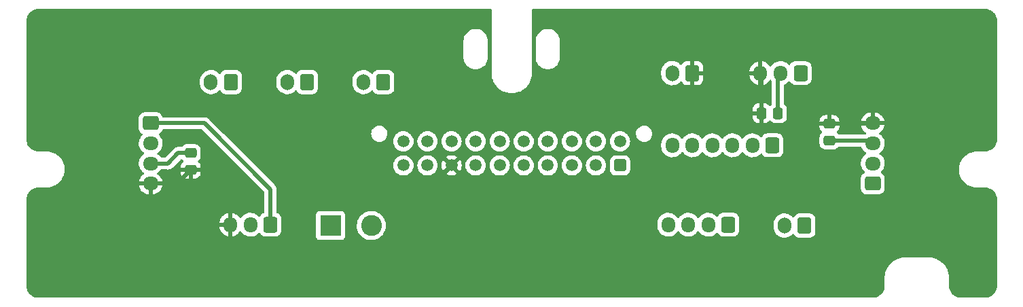
<source format=gbr>
%TF.GenerationSoftware,KiCad,Pcbnew,(6.0.1)*%
%TF.CreationDate,2022-01-25T20:37:15+01:00*%
%TF.ProjectId,V0-UmbilicalBoard,56302d55-6d62-4696-9c69-63616c426f61,rev?*%
%TF.SameCoordinates,Original*%
%TF.FileFunction,Copper,L2,Bot*%
%TF.FilePolarity,Positive*%
%FSLAX46Y46*%
G04 Gerber Fmt 4.6, Leading zero omitted, Abs format (unit mm)*
G04 Created by KiCad (PCBNEW (6.0.1)) date 2022-01-25 20:37:15*
%MOMM*%
%LPD*%
G01*
G04 APERTURE LIST*
G04 Aperture macros list*
%AMRoundRect*
0 Rectangle with rounded corners*
0 $1 Rounding radius*
0 $2 $3 $4 $5 $6 $7 $8 $9 X,Y pos of 4 corners*
0 Add a 4 corners polygon primitive as box body*
4,1,4,$2,$3,$4,$5,$6,$7,$8,$9,$2,$3,0*
0 Add four circle primitives for the rounded corners*
1,1,$1+$1,$2,$3*
1,1,$1+$1,$4,$5*
1,1,$1+$1,$6,$7*
1,1,$1+$1,$8,$9*
0 Add four rect primitives between the rounded corners*
20,1,$1+$1,$2,$3,$4,$5,0*
20,1,$1+$1,$4,$5,$6,$7,0*
20,1,$1+$1,$6,$7,$8,$9,0*
20,1,$1+$1,$8,$9,$2,$3,0*%
G04 Aperture macros list end*
%TA.AperFunction,ComponentPad*%
%ADD10RoundRect,0.250001X0.499999X0.499999X-0.499999X0.499999X-0.499999X-0.499999X0.499999X-0.499999X0*%
%TD*%
%TA.AperFunction,ComponentPad*%
%ADD11C,1.500000*%
%TD*%
%TA.AperFunction,ComponentPad*%
%ADD12RoundRect,0.250000X0.600000X0.750000X-0.600000X0.750000X-0.600000X-0.750000X0.600000X-0.750000X0*%
%TD*%
%TA.AperFunction,ComponentPad*%
%ADD13O,1.700000X2.000000*%
%TD*%
%TA.AperFunction,ComponentPad*%
%ADD14RoundRect,0.250000X0.600000X0.725000X-0.600000X0.725000X-0.600000X-0.725000X0.600000X-0.725000X0*%
%TD*%
%TA.AperFunction,ComponentPad*%
%ADD15O,1.700000X1.950000*%
%TD*%
%TA.AperFunction,ComponentPad*%
%ADD16R,2.600000X2.600000*%
%TD*%
%TA.AperFunction,ComponentPad*%
%ADD17C,2.600000*%
%TD*%
%TA.AperFunction,ComponentPad*%
%ADD18RoundRect,0.250000X0.725000X-0.600000X0.725000X0.600000X-0.725000X0.600000X-0.725000X-0.600000X0*%
%TD*%
%TA.AperFunction,ComponentPad*%
%ADD19O,1.950000X1.700000*%
%TD*%
%TA.AperFunction,ComponentPad*%
%ADD20RoundRect,0.250000X-0.725000X0.600000X-0.725000X-0.600000X0.725000X-0.600000X0.725000X0.600000X0*%
%TD*%
%TA.AperFunction,SMDPad,CuDef*%
%ADD21RoundRect,0.250000X0.475000X-0.337500X0.475000X0.337500X-0.475000X0.337500X-0.475000X-0.337500X0*%
%TD*%
%TA.AperFunction,SMDPad,CuDef*%
%ADD22RoundRect,0.250000X0.337500X0.475000X-0.337500X0.475000X-0.337500X-0.475000X0.337500X-0.475000X0*%
%TD*%
%TA.AperFunction,SMDPad,CuDef*%
%ADD23RoundRect,0.250000X-0.475000X0.337500X-0.475000X-0.337500X0.475000X-0.337500X0.475000X0.337500X0*%
%TD*%
%TA.AperFunction,Conductor*%
%ADD24C,0.500000*%
%TD*%
G04 APERTURE END LIST*
D10*
%TO.P,J1,1,Pin_1*%
%TO.N,/ADXL_GND*%
X113500000Y-101500000D03*
D11*
%TO.P,J1,2,Pin_2*%
%TO.N,/ADXL_SDO*%
X110500000Y-101500000D03*
%TO.P,J1,3,Pin_3*%
%TO.N,/ADXL_CS*%
X107500000Y-101500000D03*
%TO.P,J1,4,Pin_4*%
%TO.N,/A1*%
X104500000Y-101500000D03*
%TO.P,J1,5,Pin_5*%
%TO.N,/A2*%
X101500000Y-101500000D03*
%TO.P,J1,6,Pin_6*%
%TO.N,/B1*%
X98500000Y-101500000D03*
%TO.P,J1,7,Pin_7*%
%TO.N,/B2*%
X95500000Y-101500000D03*
%TO.P,J1,8,Pin_8*%
%TO.N,Ground*%
X92500000Y-101500000D03*
%TO.P,J1,9,Pin_9*%
%TO.N,Net-(J1-Pad9)*%
X89500000Y-101500000D03*
%TO.P,J1,10,Pin_10*%
%TO.N,Net-(J1-Pad10)*%
X86500000Y-101500000D03*
%TO.P,J1,11,Pin_11*%
%TO.N,/ADXL_SCLK*%
X113500000Y-98500000D03*
%TO.P,J1,12,Pin_12*%
%TO.N,/ADXL_SDI*%
X110500000Y-98500000D03*
%TO.P,J1,13,Pin_13*%
%TO.N,/ADXL_VCC*%
X107500000Y-98500000D03*
%TO.P,J1,14,Pin_14*%
%TO.N,Net-(J1-Pad14)*%
X104500000Y-98500000D03*
%TO.P,J1,15,Pin_15*%
%TO.N,/PartFan+*%
X101500000Y-98500000D03*
%TO.P,J1,16,Pin_16*%
%TO.N,/PartFan-*%
X98500000Y-98500000D03*
%TO.P,J1,17,Pin_17*%
%TO.N,/Hotend_Fan-*%
X95500000Y-98500000D03*
%TO.P,J1,18,Pin_18*%
%TO.N,/Hotend_Fan+*%
X92500000Y-98500000D03*
%TO.P,J1,19,Pin_19*%
%TO.N,Net-(J1-Pad19)*%
X89500000Y-98500000D03*
%TO.P,J1,20,Pin_20*%
%TO.N,Net-(J1-Pad20)*%
X86500000Y-98500000D03*
%TD*%
D12*
%TO.P,J3,1,Pin_1*%
%TO.N,/Hotend_Fan-*%
X74500000Y-91110000D03*
D13*
%TO.P,J3,2,Pin_2*%
%TO.N,/Hotend_Fan+*%
X72000000Y-91110000D03*
%TD*%
D12*
%TO.P,J4,1,Pin_1*%
%TO.N,/PartFan+*%
X84000000Y-91110000D03*
D13*
%TO.P,J4,2,Pin_2*%
%TO.N,/PartFan-*%
X81500000Y-91110000D03*
%TD*%
D12*
%TO.P,J6,1,Pin_1*%
%TO.N,Net-(J1-Pad20)*%
X65000000Y-91110000D03*
D13*
%TO.P,J6,2,Pin_2*%
%TO.N,Net-(J1-Pad19)*%
X62500000Y-91110000D03*
%TD*%
D12*
%TO.P,J7,1,Pin_1*%
%TO.N,Ground*%
X122500000Y-90000000D03*
D13*
%TO.P,J7,2,Pin_2*%
%TO.N,Net-(J1-Pad14)*%
X120000000Y-90000000D03*
%TD*%
D12*
%TO.P,J8,1,Pin_1*%
%TO.N,Net-(J8-Pad1)*%
X136500000Y-109000000D03*
D13*
%TO.P,J8,2,Pin_2*%
%TO.N,Net-(J8-Pad2)*%
X134000000Y-109000000D03*
%TD*%
D14*
%TO.P,J2,1,Pin_1*%
%TO.N,/A1*%
X127000000Y-108890000D03*
D15*
%TO.P,J2,2,Pin_2*%
%TO.N,/A2*%
X124500000Y-108890000D03*
%TO.P,J2,3,Pin_3*%
%TO.N,/B1*%
X122000000Y-108890000D03*
%TO.P,J2,4,Pin_4*%
%TO.N,/B2*%
X119500000Y-108890000D03*
%TD*%
D16*
%TO.P,J5,1,Pin_1*%
%TO.N,Net-(J1-Pad10)*%
X77420000Y-109000000D03*
D17*
%TO.P,J5,2,Pin_2*%
%TO.N,Net-(J1-Pad9)*%
X82500000Y-109000000D03*
%TD*%
D14*
%TO.P,J9,1,Pin_1*%
%TO.N,Data*%
X136000000Y-90000000D03*
D15*
%TO.P,J9,2,Pin_2*%
%TO.N,5V*%
X133500000Y-90000000D03*
%TO.P,J9,3,Pin_3*%
%TO.N,Ground*%
X131000000Y-90000000D03*
%TD*%
D18*
%TO.P,J10,1,Pin_1*%
%TO.N,DataIn2*%
X145000000Y-103750000D03*
D19*
%TO.P,J10,2,Pin_2*%
%TO.N,Data*%
X145000000Y-101250000D03*
%TO.P,J10,3,Pin_3*%
%TO.N,5V*%
X145000000Y-98750000D03*
%TO.P,J10,4,Pin_4*%
%TO.N,Ground*%
X145000000Y-96250000D03*
%TD*%
D20*
%TO.P,J11,1,Pin_1*%
%TO.N,DataOut2*%
X55000000Y-96250000D03*
D19*
%TO.P,J11,2,Pin_2*%
%TO.N,DataIn2*%
X55000000Y-98750000D03*
%TO.P,J11,3,Pin_3*%
%TO.N,5V*%
X55000000Y-101250000D03*
%TO.P,J11,4,Pin_4*%
%TO.N,Ground*%
X55000000Y-103750000D03*
%TD*%
D21*
%TO.P,C1,1*%
%TO.N,5V*%
X139600000Y-98400000D03*
%TO.P,C1,2*%
%TO.N,Ground*%
X139600000Y-96325000D03*
%TD*%
D22*
%TO.P,C2,1*%
%TO.N,5V*%
X133200000Y-95000000D03*
%TO.P,C2,2*%
%TO.N,Ground*%
X131125000Y-95000000D03*
%TD*%
D23*
%TO.P,C3,1*%
%TO.N,5V*%
X60000000Y-99962500D03*
%TO.P,C3,2*%
%TO.N,Ground*%
X60000000Y-102037500D03*
%TD*%
D14*
%TO.P,J12,1,Pin_1*%
%TO.N,DataOut2*%
X69928000Y-108890000D03*
D15*
%TO.P,J12,2,Pin_2*%
%TO.N,5V*%
X67428000Y-108890000D03*
%TO.P,J12,3,Pin_3*%
%TO.N,Ground*%
X64928000Y-108890000D03*
%TD*%
D14*
%TO.P,J13,1,Pin_1*%
%TO.N,/ADXL_VCC*%
X132500000Y-99000000D03*
D15*
%TO.P,J13,2,Pin_2*%
%TO.N,/ADXL_CS*%
X130000000Y-99000000D03*
%TO.P,J13,3,Pin_3*%
%TO.N,/ADXL_SDI*%
X127500000Y-99000000D03*
%TO.P,J13,4,Pin_4*%
%TO.N,/ADXL_SDO*%
X125000000Y-99000000D03*
%TO.P,J13,5,Pin_5*%
%TO.N,/ADXL_SCLK*%
X122500000Y-99000000D03*
%TO.P,J13,6,Pin_6*%
%TO.N,/ADXL_GND*%
X120000000Y-99000000D03*
%TD*%
D24*
%TO.N,Ground*%
X55000000Y-103750000D02*
X58287500Y-103750000D01*
X131125000Y-90125000D02*
X131000000Y-90000000D01*
X131125000Y-95000000D02*
X131125000Y-90125000D01*
X58287500Y-103750000D02*
X60000000Y-102037500D01*
X144925000Y-96325000D02*
X145000000Y-96250000D01*
X139600000Y-96325000D02*
X144925000Y-96325000D01*
%TO.N,5V*%
X139600000Y-98400000D02*
X144650000Y-98400000D01*
X133200000Y-90300000D02*
X133500000Y-90000000D01*
X60000000Y-99962500D02*
X58437500Y-99962500D01*
X144650000Y-98400000D02*
X145000000Y-98750000D01*
X133200000Y-95000000D02*
X133200000Y-90300000D01*
X58437500Y-99962500D02*
X57150000Y-101250000D01*
X57150000Y-101250000D02*
X55000000Y-101250000D01*
%TO.N,DataOut2*%
X61706000Y-96250000D02*
X69928000Y-104472000D01*
X69928000Y-104472000D02*
X69928000Y-108890000D01*
X55000000Y-96250000D02*
X61706000Y-96250000D01*
%TD*%
%TA.AperFunction,Conductor*%
%TO.N,Ground*%
G36*
X97434121Y-82028002D02*
G01*
X97480614Y-82081658D01*
X97492000Y-82134000D01*
X97492000Y-89950672D01*
X97490500Y-89970056D01*
X97486814Y-89993730D01*
X97487634Y-90000000D01*
X97487416Y-90000000D01*
X97488239Y-90013608D01*
X97502882Y-90255671D01*
X97505736Y-90302859D01*
X97560427Y-90601301D01*
X97650693Y-90890975D01*
X97652255Y-90894445D01*
X97652257Y-90894451D01*
X97701705Y-91004319D01*
X97775217Y-91167656D01*
X97777186Y-91170913D01*
X97777188Y-91170917D01*
X97858588Y-91305568D01*
X97932184Y-91427310D01*
X97934525Y-91430298D01*
X97934527Y-91430301D01*
X97985324Y-91495138D01*
X98119304Y-91666151D01*
X98333849Y-91880696D01*
X98572690Y-92067816D01*
X98575944Y-92069783D01*
X98829083Y-92222812D01*
X98829087Y-92222814D01*
X98832344Y-92224783D01*
X98948983Y-92277278D01*
X99105549Y-92347743D01*
X99105555Y-92347745D01*
X99109025Y-92349307D01*
X99398699Y-92439573D01*
X99697141Y-92494264D01*
X99700935Y-92494493D01*
X99700939Y-92494494D01*
X99996198Y-92512354D01*
X100000000Y-92512584D01*
X100003802Y-92512354D01*
X100299061Y-92494494D01*
X100299065Y-92494493D01*
X100302859Y-92494264D01*
X100601301Y-92439573D01*
X100890975Y-92349307D01*
X100894445Y-92347745D01*
X100894451Y-92347743D01*
X101051017Y-92277278D01*
X101167656Y-92224783D01*
X101170913Y-92222814D01*
X101170917Y-92222812D01*
X101424056Y-92069783D01*
X101427310Y-92067816D01*
X101666151Y-91880696D01*
X101880696Y-91666151D01*
X102014676Y-91495138D01*
X102065473Y-91430301D01*
X102065475Y-91430298D01*
X102067816Y-91427310D01*
X102141412Y-91305568D01*
X102222812Y-91170917D01*
X102222814Y-91170913D01*
X102224783Y-91167656D01*
X102298295Y-91004319D01*
X102347743Y-90894451D01*
X102347745Y-90894445D01*
X102349307Y-90890975D01*
X102439573Y-90601301D01*
X102494264Y-90302859D01*
X102497046Y-90256876D01*
X102500009Y-90207890D01*
X118641500Y-90207890D01*
X118646950Y-90272115D01*
X118654390Y-90359797D01*
X118656080Y-90379720D01*
X118657418Y-90384875D01*
X118657419Y-90384881D01*
X118706125Y-90572535D01*
X118713999Y-90602872D01*
X118716191Y-90607738D01*
X118716192Y-90607741D01*
X118767611Y-90721886D01*
X118808688Y-90813075D01*
X118937441Y-91004319D01*
X118941120Y-91008176D01*
X118941122Y-91008178D01*
X118978861Y-91047738D01*
X119096576Y-91171135D01*
X119100854Y-91174318D01*
X119140053Y-91203483D01*
X119281542Y-91308754D01*
X119286293Y-91311170D01*
X119286297Y-91311172D01*
X119349796Y-91343456D01*
X119487051Y-91413240D01*
X119492145Y-91414822D01*
X119492148Y-91414823D01*
X119633973Y-91458861D01*
X119707227Y-91481607D01*
X119712516Y-91482308D01*
X119930489Y-91511198D01*
X119930494Y-91511198D01*
X119935774Y-91511898D01*
X119941103Y-91511698D01*
X119941105Y-91511698D01*
X120050966Y-91507574D01*
X120166158Y-91503249D01*
X120171468Y-91502135D01*
X120386572Y-91457002D01*
X120391791Y-91455907D01*
X120396750Y-91453949D01*
X120396752Y-91453948D01*
X120601256Y-91373185D01*
X120601258Y-91373184D01*
X120606221Y-91371224D01*
X120644927Y-91347737D01*
X120798757Y-91254390D01*
X120798756Y-91254390D01*
X120803317Y-91251623D01*
X120854680Y-91207053D01*
X120973412Y-91104023D01*
X120973414Y-91104021D01*
X120977445Y-91100523D01*
X121007006Y-91064471D01*
X121065666Y-91024476D01*
X121136636Y-91022545D01*
X121197384Y-91059290D01*
X121211584Y-91078059D01*
X121298063Y-91217807D01*
X121307099Y-91229208D01*
X121421829Y-91343739D01*
X121433240Y-91352751D01*
X121571243Y-91437816D01*
X121584424Y-91443963D01*
X121738710Y-91495138D01*
X121752086Y-91498005D01*
X121846438Y-91507672D01*
X121852854Y-91508000D01*
X122227885Y-91508000D01*
X122243124Y-91503525D01*
X122244329Y-91502135D01*
X122246000Y-91494452D01*
X122246000Y-91489884D01*
X122754000Y-91489884D01*
X122758475Y-91505123D01*
X122759865Y-91506328D01*
X122767548Y-91507999D01*
X123147095Y-91507999D01*
X123153614Y-91507662D01*
X123249206Y-91497743D01*
X123262600Y-91494851D01*
X123416784Y-91443412D01*
X123429962Y-91437239D01*
X123567807Y-91351937D01*
X123579208Y-91342901D01*
X123693739Y-91228171D01*
X123702751Y-91216760D01*
X123787816Y-91078757D01*
X123793963Y-91065576D01*
X123845138Y-90911290D01*
X123848005Y-90897914D01*
X123857672Y-90803562D01*
X123858000Y-90797146D01*
X123858000Y-90272115D01*
X123857436Y-90270193D01*
X129649410Y-90270193D01*
X129656124Y-90349325D01*
X129657914Y-90359797D01*
X129713130Y-90572535D01*
X129716665Y-90582575D01*
X129806937Y-90782970D01*
X129812106Y-90792256D01*
X129934850Y-90974575D01*
X129941519Y-90982870D01*
X130093228Y-91141900D01*
X130101186Y-91148941D01*
X130277525Y-91280141D01*
X130286562Y-91285745D01*
X130482484Y-91385357D01*
X130492335Y-91389357D01*
X130702240Y-91454534D01*
X130712624Y-91456817D01*
X130728043Y-91458861D01*
X130742207Y-91456665D01*
X130746000Y-91443478D01*
X130746000Y-91441192D01*
X131254000Y-91441192D01*
X131257973Y-91454723D01*
X131268580Y-91456248D01*
X131386421Y-91431523D01*
X131396617Y-91428463D01*
X131601029Y-91347737D01*
X131610561Y-91343006D01*
X131798462Y-91228984D01*
X131807052Y-91222720D01*
X131973052Y-91078673D01*
X131980472Y-91071042D01*
X132119826Y-90901089D01*
X132125848Y-90892326D01*
X132141238Y-90865289D01*
X132192320Y-90815982D01*
X132261951Y-90802120D01*
X132328022Y-90828103D01*
X132355261Y-90857253D01*
X132420020Y-90953443D01*
X132441500Y-91023810D01*
X132441500Y-93824410D01*
X132421498Y-93892531D01*
X132393982Y-93922914D01*
X132388152Y-93926522D01*
X132263195Y-94051697D01*
X132260398Y-94056235D01*
X132203147Y-94096824D01*
X132132224Y-94100054D01*
X132070813Y-94064428D01*
X132063438Y-94055932D01*
X132055402Y-94045793D01*
X131940671Y-93931261D01*
X131929260Y-93922249D01*
X131791257Y-93837184D01*
X131778076Y-93831037D01*
X131623790Y-93779862D01*
X131610414Y-93776995D01*
X131516062Y-93767328D01*
X131509645Y-93767000D01*
X131397115Y-93767000D01*
X131381876Y-93771475D01*
X131380671Y-93772865D01*
X131379000Y-93780548D01*
X131379000Y-96214884D01*
X131383475Y-96230123D01*
X131384865Y-96231328D01*
X131392548Y-96232999D01*
X131509595Y-96232999D01*
X131516114Y-96232662D01*
X131611706Y-96222743D01*
X131625100Y-96219851D01*
X131779284Y-96168412D01*
X131792462Y-96162239D01*
X131930307Y-96076937D01*
X131941708Y-96067901D01*
X132056238Y-95953172D01*
X132063294Y-95944238D01*
X132121212Y-95903177D01*
X132192135Y-95899947D01*
X132253546Y-95935574D01*
X132260346Y-95943407D01*
X132264022Y-95949348D01*
X132389197Y-96074305D01*
X132395427Y-96078145D01*
X132395428Y-96078146D01*
X132532788Y-96162816D01*
X132539762Y-96167115D01*
X132619505Y-96193564D01*
X132701111Y-96220632D01*
X132701113Y-96220632D01*
X132707639Y-96222797D01*
X132714475Y-96223497D01*
X132714478Y-96223498D01*
X132757531Y-96227909D01*
X132812100Y-96233500D01*
X133587900Y-96233500D01*
X133591146Y-96233163D01*
X133591150Y-96233163D01*
X133686808Y-96223238D01*
X133686812Y-96223237D01*
X133693666Y-96222526D01*
X133700202Y-96220345D01*
X133700204Y-96220345D01*
X133832306Y-96176272D01*
X133861446Y-96166550D01*
X134011848Y-96073478D01*
X134032405Y-96052885D01*
X138367000Y-96052885D01*
X138371475Y-96068124D01*
X138372865Y-96069329D01*
X138380548Y-96071000D01*
X139327885Y-96071000D01*
X139343124Y-96066525D01*
X139344329Y-96065135D01*
X139346000Y-96057452D01*
X139346000Y-96052885D01*
X139854000Y-96052885D01*
X139858475Y-96068124D01*
X139859865Y-96069329D01*
X139867548Y-96071000D01*
X140814884Y-96071000D01*
X140830123Y-96066525D01*
X140831328Y-96065135D01*
X140832999Y-96057452D01*
X140832999Y-95978043D01*
X143541139Y-95978043D01*
X143543335Y-95992207D01*
X143556522Y-95996000D01*
X144727885Y-95996000D01*
X144743124Y-95991525D01*
X144744329Y-95990135D01*
X144746000Y-95982452D01*
X144746000Y-95977885D01*
X145254000Y-95977885D01*
X145258475Y-95993124D01*
X145259865Y-95994329D01*
X145267548Y-95996000D01*
X146441192Y-95996000D01*
X146454723Y-95992027D01*
X146456248Y-95981420D01*
X146431523Y-95863579D01*
X146428463Y-95853383D01*
X146347737Y-95648971D01*
X146343006Y-95639439D01*
X146228984Y-95451538D01*
X146222720Y-95442948D01*
X146078673Y-95276948D01*
X146071042Y-95269528D01*
X145901089Y-95130174D01*
X145892322Y-95124150D01*
X145701318Y-95015424D01*
X145691654Y-95010959D01*
X145485059Y-94935969D01*
X145474792Y-94933198D01*
X145271826Y-94896496D01*
X145258586Y-94897915D01*
X145254000Y-94912550D01*
X145254000Y-95977885D01*
X144746000Y-95977885D01*
X144746000Y-94916151D01*
X144741690Y-94901473D01*
X144729807Y-94899410D01*
X144650675Y-94906124D01*
X144640203Y-94907914D01*
X144427465Y-94963130D01*
X144417425Y-94966665D01*
X144217030Y-95056937D01*
X144207744Y-95062106D01*
X144025425Y-95184850D01*
X144017130Y-95191519D01*
X143858100Y-95343228D01*
X143851059Y-95351186D01*
X143719859Y-95527525D01*
X143714255Y-95536562D01*
X143614643Y-95732484D01*
X143610643Y-95742335D01*
X143545466Y-95952240D01*
X143543183Y-95962624D01*
X143541139Y-95978043D01*
X140832999Y-95978043D01*
X140832999Y-95940405D01*
X140832662Y-95933886D01*
X140822743Y-95838294D01*
X140819851Y-95824900D01*
X140768412Y-95670716D01*
X140762239Y-95657538D01*
X140676937Y-95519693D01*
X140667901Y-95508292D01*
X140553171Y-95393761D01*
X140541760Y-95384749D01*
X140403757Y-95299684D01*
X140390576Y-95293537D01*
X140236290Y-95242362D01*
X140222914Y-95239495D01*
X140128562Y-95229828D01*
X140122145Y-95229500D01*
X139872115Y-95229500D01*
X139856876Y-95233975D01*
X139855671Y-95235365D01*
X139854000Y-95243048D01*
X139854000Y-96052885D01*
X139346000Y-96052885D01*
X139346000Y-95247616D01*
X139341525Y-95232377D01*
X139340135Y-95231172D01*
X139332452Y-95229501D01*
X139077905Y-95229501D01*
X139071386Y-95229838D01*
X138975794Y-95239757D01*
X138962400Y-95242649D01*
X138808216Y-95294088D01*
X138795038Y-95300261D01*
X138657193Y-95385563D01*
X138645792Y-95394599D01*
X138531261Y-95509329D01*
X138522249Y-95520740D01*
X138437184Y-95658743D01*
X138431037Y-95671924D01*
X138379862Y-95826210D01*
X138376995Y-95839586D01*
X138367328Y-95933938D01*
X138367000Y-95940355D01*
X138367000Y-96052885D01*
X134032405Y-96052885D01*
X134136805Y-95948303D01*
X134140646Y-95942072D01*
X134225775Y-95803968D01*
X134225776Y-95803966D01*
X134229615Y-95797738D01*
X134268645Y-95680066D01*
X134283132Y-95636389D01*
X134283132Y-95636387D01*
X134285297Y-95629861D01*
X134288647Y-95597171D01*
X134295488Y-95530393D01*
X134296000Y-95525400D01*
X134296000Y-94474600D01*
X134295663Y-94471350D01*
X134285738Y-94375692D01*
X134285737Y-94375688D01*
X134285026Y-94368834D01*
X134229050Y-94201054D01*
X134135978Y-94050652D01*
X134010803Y-93925695D01*
X134006007Y-93922739D01*
X133965345Y-93865386D01*
X133958500Y-93824422D01*
X133958500Y-91490272D01*
X133978502Y-91422151D01*
X134038218Y-91373080D01*
X134101256Y-91348185D01*
X134101258Y-91348184D01*
X134106221Y-91346224D01*
X134111525Y-91343006D01*
X134298757Y-91229390D01*
X134298756Y-91229390D01*
X134303317Y-91226623D01*
X134343134Y-91192072D01*
X134473412Y-91079023D01*
X134473414Y-91079021D01*
X134477445Y-91075523D01*
X134506670Y-91039880D01*
X134565329Y-90999886D01*
X134636299Y-90997954D01*
X134697048Y-91034698D01*
X134711248Y-91053468D01*
X134740367Y-91100523D01*
X134801522Y-91199348D01*
X134926697Y-91324305D01*
X134932927Y-91328145D01*
X134932928Y-91328146D01*
X135070976Y-91413240D01*
X135077262Y-91417115D01*
X135117017Y-91430301D01*
X135238611Y-91470632D01*
X135238613Y-91470632D01*
X135245139Y-91472797D01*
X135251975Y-91473497D01*
X135251978Y-91473498D01*
X135295031Y-91477909D01*
X135349600Y-91483500D01*
X136650400Y-91483500D01*
X136653646Y-91483163D01*
X136653650Y-91483163D01*
X136749308Y-91473238D01*
X136749312Y-91473237D01*
X136756166Y-91472526D01*
X136762702Y-91470345D01*
X136762704Y-91470345D01*
X136907158Y-91422151D01*
X136923946Y-91416550D01*
X137074348Y-91323478D01*
X137199305Y-91198303D01*
X137229732Y-91148941D01*
X137288275Y-91053968D01*
X137288276Y-91053966D01*
X137292115Y-91047738D01*
X137347797Y-90879861D01*
X137350106Y-90857331D01*
X137355139Y-90808202D01*
X137358500Y-90775400D01*
X137358500Y-89224600D01*
X137350696Y-89149384D01*
X137348238Y-89125692D01*
X137348237Y-89125688D01*
X137347526Y-89118834D01*
X137341508Y-89100794D01*
X137293868Y-88958002D01*
X137291550Y-88951054D01*
X137198478Y-88800652D01*
X137073303Y-88675695D01*
X137042965Y-88656994D01*
X136928968Y-88586725D01*
X136928966Y-88586724D01*
X136922738Y-88582885D01*
X136841793Y-88556037D01*
X136761389Y-88529368D01*
X136761387Y-88529368D01*
X136754861Y-88527203D01*
X136748025Y-88526503D01*
X136748022Y-88526502D01*
X136704969Y-88522091D01*
X136650400Y-88516500D01*
X135349600Y-88516500D01*
X135346354Y-88516837D01*
X135346350Y-88516837D01*
X135250692Y-88526762D01*
X135250688Y-88526763D01*
X135243834Y-88527474D01*
X135237298Y-88529655D01*
X135237296Y-88529655D01*
X135105194Y-88573728D01*
X135076054Y-88583450D01*
X134925652Y-88676522D01*
X134800695Y-88801697D01*
X134719626Y-88933216D01*
X134710920Y-88947339D01*
X134658148Y-88994832D01*
X134588076Y-89006256D01*
X134522952Y-88977982D01*
X134512490Y-88968195D01*
X134466550Y-88920038D01*
X134403424Y-88853865D01*
X134218458Y-88716246D01*
X134213707Y-88713830D01*
X134213703Y-88713828D01*
X134095588Y-88653776D01*
X134012949Y-88611760D01*
X134007855Y-88610178D01*
X134007852Y-88610177D01*
X133797871Y-88544976D01*
X133792773Y-88543393D01*
X133787484Y-88542692D01*
X133569511Y-88513802D01*
X133569506Y-88513802D01*
X133564226Y-88513102D01*
X133558897Y-88513302D01*
X133558895Y-88513302D01*
X133449034Y-88517427D01*
X133333842Y-88521751D01*
X133328623Y-88522846D01*
X133306566Y-88527474D01*
X133108209Y-88569093D01*
X133103250Y-88571051D01*
X133103248Y-88571052D01*
X132898744Y-88651815D01*
X132898742Y-88651816D01*
X132893779Y-88653776D01*
X132889220Y-88656543D01*
X132889217Y-88656544D01*
X132794113Y-88714255D01*
X132696683Y-88773377D01*
X132692653Y-88776874D01*
X132527671Y-88920038D01*
X132522555Y-88924477D01*
X132503809Y-88947339D01*
X132379760Y-89098627D01*
X132379756Y-89098633D01*
X132376376Y-89102755D01*
X132373733Y-89107398D01*
X132358171Y-89134735D01*
X132307088Y-89184041D01*
X132237458Y-89197902D01*
X132171387Y-89171918D01*
X132144149Y-89142768D01*
X132065148Y-89025422D01*
X132058481Y-89017130D01*
X131906772Y-88858100D01*
X131898814Y-88851059D01*
X131722475Y-88719859D01*
X131713438Y-88714255D01*
X131517516Y-88614643D01*
X131507665Y-88610643D01*
X131297760Y-88545466D01*
X131287376Y-88543183D01*
X131271957Y-88541139D01*
X131257793Y-88543335D01*
X131254000Y-88556522D01*
X131254000Y-91441192D01*
X130746000Y-91441192D01*
X130746000Y-90272115D01*
X130741525Y-90256876D01*
X130740135Y-90255671D01*
X130732452Y-90254000D01*
X129666151Y-90254000D01*
X129651473Y-90258310D01*
X129649410Y-90270193D01*
X123857436Y-90270193D01*
X123853525Y-90256876D01*
X123852135Y-90255671D01*
X123844452Y-90254000D01*
X122772115Y-90254000D01*
X122756876Y-90258475D01*
X122755671Y-90259865D01*
X122754000Y-90267548D01*
X122754000Y-91489884D01*
X122246000Y-91489884D01*
X122246000Y-89727885D01*
X122754000Y-89727885D01*
X122758475Y-89743124D01*
X122759865Y-89744329D01*
X122767548Y-89746000D01*
X123839884Y-89746000D01*
X123855123Y-89741525D01*
X123856328Y-89740135D01*
X123857999Y-89732452D01*
X123857999Y-89728174D01*
X129646496Y-89728174D01*
X129647915Y-89741414D01*
X129662550Y-89746000D01*
X130727885Y-89746000D01*
X130743124Y-89741525D01*
X130744329Y-89740135D01*
X130746000Y-89732452D01*
X130746000Y-88558808D01*
X130742027Y-88545277D01*
X130731420Y-88543752D01*
X130613579Y-88568477D01*
X130603383Y-88571537D01*
X130398971Y-88652263D01*
X130389439Y-88656994D01*
X130201538Y-88771016D01*
X130192948Y-88777280D01*
X130026948Y-88921327D01*
X130019528Y-88928958D01*
X129880174Y-89098911D01*
X129874150Y-89107678D01*
X129765424Y-89298682D01*
X129760959Y-89308346D01*
X129685969Y-89514941D01*
X129683198Y-89525208D01*
X129646496Y-89728174D01*
X123857999Y-89728174D01*
X123857999Y-89202905D01*
X123857662Y-89196386D01*
X123847743Y-89100794D01*
X123844851Y-89087400D01*
X123793412Y-88933216D01*
X123787239Y-88920038D01*
X123701937Y-88782193D01*
X123692901Y-88770792D01*
X123578171Y-88656261D01*
X123566760Y-88647249D01*
X123428757Y-88562184D01*
X123415576Y-88556037D01*
X123261290Y-88504862D01*
X123247914Y-88501995D01*
X123153562Y-88492328D01*
X123147145Y-88492000D01*
X122772115Y-88492000D01*
X122756876Y-88496475D01*
X122755671Y-88497865D01*
X122754000Y-88505548D01*
X122754000Y-89727885D01*
X122246000Y-89727885D01*
X122246000Y-88510116D01*
X122241525Y-88494877D01*
X122240135Y-88493672D01*
X122232452Y-88492001D01*
X121852905Y-88492001D01*
X121846386Y-88492338D01*
X121750794Y-88502257D01*
X121737400Y-88505149D01*
X121583216Y-88556588D01*
X121570038Y-88562761D01*
X121432193Y-88648063D01*
X121420792Y-88657099D01*
X121306261Y-88771829D01*
X121297247Y-88783243D01*
X121211277Y-88922713D01*
X121158505Y-88970207D01*
X121088434Y-88981631D01*
X121023310Y-88953357D01*
X121012847Y-88943570D01*
X120994634Y-88924477D01*
X120903424Y-88828865D01*
X120865505Y-88800652D01*
X120722740Y-88694432D01*
X120722741Y-88694432D01*
X120718458Y-88691246D01*
X120713707Y-88688830D01*
X120713703Y-88688828D01*
X120591731Y-88626815D01*
X120512949Y-88586760D01*
X120507855Y-88585178D01*
X120507852Y-88585177D01*
X120297871Y-88519976D01*
X120292773Y-88518393D01*
X120258134Y-88513802D01*
X120069511Y-88488802D01*
X120069506Y-88488802D01*
X120064226Y-88488102D01*
X120058897Y-88488302D01*
X120058895Y-88488302D01*
X119960368Y-88492001D01*
X119833842Y-88496751D01*
X119828623Y-88497846D01*
X119808849Y-88501995D01*
X119608209Y-88544093D01*
X119603250Y-88546051D01*
X119603248Y-88546052D01*
X119398744Y-88626815D01*
X119398742Y-88626816D01*
X119393779Y-88628776D01*
X119389220Y-88631543D01*
X119389217Y-88631544D01*
X119291306Y-88690958D01*
X119196683Y-88748377D01*
X119192653Y-88751874D01*
X119039355Y-88884899D01*
X119022555Y-88899477D01*
X119019168Y-88903608D01*
X118879760Y-89073627D01*
X118879756Y-89073633D01*
X118876376Y-89077755D01*
X118873737Y-89082391D01*
X118873735Y-89082394D01*
X118843941Y-89134735D01*
X118762325Y-89278114D01*
X118683663Y-89494825D01*
X118682714Y-89500074D01*
X118682713Y-89500077D01*
X118643377Y-89717608D01*
X118643376Y-89717615D01*
X118642639Y-89721692D01*
X118641500Y-89745844D01*
X118641500Y-90207890D01*
X102500009Y-90207890D01*
X102506191Y-90105681D01*
X102510722Y-90030780D01*
X102512237Y-90017497D01*
X102513071Y-90012539D01*
X102513224Y-90000000D01*
X102509273Y-89972412D01*
X102508000Y-89954549D01*
X102508000Y-87993730D01*
X102986814Y-87993730D01*
X102987634Y-88000000D01*
X102987337Y-88000000D01*
X102987920Y-88007409D01*
X102987920Y-88007413D01*
X102997359Y-88127339D01*
X103005960Y-88236633D01*
X103007114Y-88241440D01*
X103007115Y-88241446D01*
X103032672Y-88347897D01*
X103061372Y-88467439D01*
X103063265Y-88472010D01*
X103063266Y-88472012D01*
X103147977Y-88676522D01*
X103152207Y-88686735D01*
X103276230Y-88889121D01*
X103430386Y-89069614D01*
X103434142Y-89072822D01*
X103586449Y-89202905D01*
X103610879Y-89223770D01*
X103813265Y-89347793D01*
X103817835Y-89349686D01*
X103817837Y-89349687D01*
X104027988Y-89436734D01*
X104032561Y-89438628D01*
X104113660Y-89458098D01*
X104258554Y-89492885D01*
X104258560Y-89492886D01*
X104263367Y-89494040D01*
X104500000Y-89512663D01*
X104736633Y-89494040D01*
X104741440Y-89492886D01*
X104741446Y-89492885D01*
X104886340Y-89458098D01*
X104967439Y-89438628D01*
X104972012Y-89436734D01*
X105182163Y-89349687D01*
X105182165Y-89349686D01*
X105186735Y-89347793D01*
X105389121Y-89223770D01*
X105413551Y-89202905D01*
X105565858Y-89072822D01*
X105569614Y-89069614D01*
X105723770Y-88889121D01*
X105847793Y-88686735D01*
X105852024Y-88676522D01*
X105936734Y-88472012D01*
X105936735Y-88472010D01*
X105938628Y-88467439D01*
X105967328Y-88347897D01*
X105992885Y-88241446D01*
X105992886Y-88241440D01*
X105994040Y-88236633D01*
X106010014Y-88033657D01*
X106011372Y-88022637D01*
X106012265Y-88017330D01*
X106012265Y-88017329D01*
X106013071Y-88012539D01*
X106013224Y-88000000D01*
X106009273Y-87972412D01*
X106008000Y-87954549D01*
X106008000Y-86053207D01*
X106009746Y-86032303D01*
X106010279Y-86029137D01*
X106013071Y-86012539D01*
X106013224Y-86000000D01*
X106012534Y-85995184D01*
X106012529Y-85995100D01*
X106011665Y-85987314D01*
X106010667Y-85974634D01*
X105994040Y-85763367D01*
X105992886Y-85758560D01*
X105992885Y-85758554D01*
X105958098Y-85613660D01*
X105938628Y-85532561D01*
X105936734Y-85527988D01*
X105849687Y-85317837D01*
X105849686Y-85317835D01*
X105847793Y-85313265D01*
X105723770Y-85110879D01*
X105569614Y-84930386D01*
X105389121Y-84776230D01*
X105186735Y-84652207D01*
X105182165Y-84650314D01*
X105182163Y-84650313D01*
X104972012Y-84563266D01*
X104972010Y-84563265D01*
X104967439Y-84561372D01*
X104886340Y-84541902D01*
X104741446Y-84507115D01*
X104741440Y-84507114D01*
X104736633Y-84505960D01*
X104500000Y-84487337D01*
X104263367Y-84505960D01*
X104258560Y-84507114D01*
X104258554Y-84507115D01*
X104113660Y-84541902D01*
X104032561Y-84561372D01*
X104027990Y-84563265D01*
X104027988Y-84563266D01*
X103817837Y-84650313D01*
X103817835Y-84650314D01*
X103813265Y-84652207D01*
X103610879Y-84776230D01*
X103430386Y-84930386D01*
X103276230Y-85110879D01*
X103152207Y-85313265D01*
X103150314Y-85317835D01*
X103150313Y-85317837D01*
X103063266Y-85527988D01*
X103061372Y-85532561D01*
X103041902Y-85613660D01*
X103007115Y-85758554D01*
X103007114Y-85758560D01*
X103005960Y-85763367D01*
X102997359Y-85872661D01*
X102989244Y-85975771D01*
X102988291Y-85983910D01*
X102988328Y-85984003D01*
X102986814Y-85993730D01*
X102987449Y-85998583D01*
X102987337Y-86000000D01*
X102987634Y-86000000D01*
X102988882Y-86009544D01*
X102990936Y-86025250D01*
X102992000Y-86041588D01*
X102992000Y-87950672D01*
X102990500Y-87970056D01*
X102986814Y-87993730D01*
X102508000Y-87993730D01*
X102508000Y-82134000D01*
X102528002Y-82065879D01*
X102581658Y-82019386D01*
X102634000Y-82008000D01*
X158950672Y-82008000D01*
X158970056Y-82009500D01*
X158972284Y-82009847D01*
X158984859Y-82011805D01*
X158984861Y-82011805D01*
X158993730Y-82013186D01*
X159002632Y-82012022D01*
X159002634Y-82012022D01*
X159008959Y-82011195D01*
X159034282Y-82010452D01*
X159198126Y-82022170D01*
X159203343Y-82022543D01*
X159221137Y-82025101D01*
X159411540Y-82066521D01*
X159428788Y-82071586D01*
X159611358Y-82139682D01*
X159627710Y-82147149D01*
X159693020Y-82182810D01*
X159798734Y-82240534D01*
X159813848Y-82250248D01*
X159923516Y-82332344D01*
X159969842Y-82367023D01*
X159983428Y-82378796D01*
X160121204Y-82516572D01*
X160132977Y-82530158D01*
X160249752Y-82686152D01*
X160259469Y-82701271D01*
X160352851Y-82872290D01*
X160360318Y-82888642D01*
X160428414Y-83071212D01*
X160433480Y-83088462D01*
X160474899Y-83278863D01*
X160477457Y-83296658D01*
X160489041Y-83458629D01*
X160488297Y-83476533D01*
X160488195Y-83484858D01*
X160486814Y-83493730D01*
X160487978Y-83502632D01*
X160487978Y-83502635D01*
X160490936Y-83525251D01*
X160492000Y-83541589D01*
X160492000Y-98200672D01*
X160490500Y-98220056D01*
X160486814Y-98243730D01*
X160487978Y-98252632D01*
X160487978Y-98252634D01*
X160488805Y-98258959D01*
X160489548Y-98284282D01*
X160488201Y-98303114D01*
X160477457Y-98453343D01*
X160474899Y-98471137D01*
X160433480Y-98661538D01*
X160428414Y-98678788D01*
X160360318Y-98861358D01*
X160352851Y-98877710D01*
X160340569Y-98900204D01*
X160269223Y-99030866D01*
X160259469Y-99048729D01*
X160249753Y-99063847D01*
X160184772Y-99150652D01*
X160132977Y-99219842D01*
X160121204Y-99233428D01*
X159983428Y-99371204D01*
X159969841Y-99382977D01*
X159813848Y-99499752D01*
X159798734Y-99509466D01*
X159693020Y-99567190D01*
X159627710Y-99602851D01*
X159611358Y-99610318D01*
X159428788Y-99678414D01*
X159411540Y-99683479D01*
X159349911Y-99696886D01*
X159221137Y-99724899D01*
X159203342Y-99727457D01*
X159156152Y-99730832D01*
X159041369Y-99739041D01*
X159023467Y-99738297D01*
X159015142Y-99738195D01*
X159006270Y-99736814D01*
X158997368Y-99737978D01*
X158997365Y-99737978D01*
X158974749Y-99740936D01*
X158958411Y-99742000D01*
X158053207Y-99742000D01*
X158032303Y-99740254D01*
X158025794Y-99739159D01*
X158012539Y-99736929D01*
X158006441Y-99736855D01*
X158004868Y-99736835D01*
X158004863Y-99736835D01*
X158000000Y-99736776D01*
X157995177Y-99737466D01*
X157994862Y-99737487D01*
X157985543Y-99738445D01*
X157936976Y-99741501D01*
X157716438Y-99755376D01*
X157437348Y-99808615D01*
X157167131Y-99896414D01*
X156910050Y-100017388D01*
X156670157Y-100169628D01*
X156582872Y-100241837D01*
X156455531Y-100347183D01*
X156451237Y-100350735D01*
X156256742Y-100557851D01*
X156089738Y-100787711D01*
X156087831Y-100791180D01*
X156087829Y-100791183D01*
X155996546Y-100957227D01*
X155952861Y-101036690D01*
X155940495Y-101067924D01*
X155854111Y-101286106D01*
X155848269Y-101300860D01*
X155847285Y-101304694D01*
X155847282Y-101304702D01*
X155828206Y-101379000D01*
X155777610Y-101576057D01*
X155742000Y-101857939D01*
X155742000Y-102142061D01*
X155756478Y-102256669D01*
X155775615Y-102408148D01*
X155777610Y-102423943D01*
X155803022Y-102522914D01*
X155847282Y-102695298D01*
X155847285Y-102695306D01*
X155848269Y-102699140D01*
X155849726Y-102702820D01*
X155849727Y-102702823D01*
X155879075Y-102776948D01*
X155952861Y-102963310D01*
X155954763Y-102966769D01*
X155954764Y-102966772D01*
X156054929Y-103148971D01*
X156089738Y-103212289D01*
X156256742Y-103442149D01*
X156451237Y-103649265D01*
X156670157Y-103830372D01*
X156910050Y-103982612D01*
X157167131Y-104103586D01*
X157437348Y-104191385D01*
X157716438Y-104244624D01*
X157844003Y-104252649D01*
X157967671Y-104260430D01*
X157980660Y-104261927D01*
X157982652Y-104262262D01*
X157982654Y-104262262D01*
X157987461Y-104263071D01*
X157993959Y-104263150D01*
X157995141Y-104263165D01*
X157995145Y-104263165D01*
X158000000Y-104263224D01*
X158027588Y-104259273D01*
X158045451Y-104258000D01*
X158950672Y-104258000D01*
X158970056Y-104259500D01*
X158971637Y-104259746D01*
X158984859Y-104261805D01*
X158984861Y-104261805D01*
X158993730Y-104263186D01*
X159002632Y-104262022D01*
X159002634Y-104262022D01*
X159008959Y-104261195D01*
X159034282Y-104260452D01*
X159198126Y-104272170D01*
X159203343Y-104272543D01*
X159221137Y-104275101D01*
X159411540Y-104316521D01*
X159428788Y-104321586D01*
X159611358Y-104389682D01*
X159627710Y-104397149D01*
X159683674Y-104427707D01*
X159798734Y-104490534D01*
X159813848Y-104500248D01*
X159852978Y-104529540D01*
X159969842Y-104617023D01*
X159983428Y-104628796D01*
X160121204Y-104766572D01*
X160132977Y-104780158D01*
X160249752Y-104936152D01*
X160259466Y-104951266D01*
X160304279Y-105033335D01*
X160352851Y-105122290D01*
X160360318Y-105138642D01*
X160428414Y-105321212D01*
X160433480Y-105338462D01*
X160474899Y-105528863D01*
X160477457Y-105546658D01*
X160489041Y-105708629D01*
X160488297Y-105726533D01*
X160488195Y-105734858D01*
X160486814Y-105743730D01*
X160487978Y-105752632D01*
X160487978Y-105752635D01*
X160490936Y-105775251D01*
X160492000Y-105791589D01*
X160492000Y-116450672D01*
X160490500Y-116470056D01*
X160486814Y-116493730D01*
X160487978Y-116502632D01*
X160487978Y-116502634D01*
X160488805Y-116508959D01*
X160489548Y-116534287D01*
X160477457Y-116703343D01*
X160474899Y-116721137D01*
X160433480Y-116911538D01*
X160428414Y-116928788D01*
X160360318Y-117111358D01*
X160352851Y-117127710D01*
X160259469Y-117298729D01*
X160249752Y-117313848D01*
X160192016Y-117390975D01*
X160132977Y-117469842D01*
X160121204Y-117483428D01*
X159983428Y-117621204D01*
X159969841Y-117632977D01*
X159813848Y-117749752D01*
X159798734Y-117759466D01*
X159693020Y-117817190D01*
X159627710Y-117852851D01*
X159611358Y-117860318D01*
X159428788Y-117928414D01*
X159411540Y-117933479D01*
X159248022Y-117969051D01*
X159221137Y-117974899D01*
X159203342Y-117977457D01*
X159154443Y-117980954D01*
X159041369Y-117989041D01*
X159023467Y-117988297D01*
X159015142Y-117988195D01*
X159006270Y-117986814D01*
X158997368Y-117987978D01*
X158997365Y-117987978D01*
X158974749Y-117990936D01*
X158958411Y-117992000D01*
X156049328Y-117992000D01*
X156029943Y-117990500D01*
X156029661Y-117990456D01*
X156027117Y-117990060D01*
X156015141Y-117988195D01*
X156015139Y-117988195D01*
X156006270Y-117986814D01*
X155997368Y-117987978D01*
X155997366Y-117987978D01*
X155991041Y-117988805D01*
X155965718Y-117989548D01*
X155796657Y-117977457D01*
X155778863Y-117974899D01*
X155751978Y-117969051D01*
X155588460Y-117933479D01*
X155571212Y-117928414D01*
X155388642Y-117860318D01*
X155372290Y-117852851D01*
X155306980Y-117817190D01*
X155201266Y-117759466D01*
X155186152Y-117749752D01*
X155030159Y-117632977D01*
X155016572Y-117621204D01*
X154878796Y-117483428D01*
X154867023Y-117469842D01*
X154807984Y-117390975D01*
X154750248Y-117313848D01*
X154740531Y-117298729D01*
X154647149Y-117127710D01*
X154639682Y-117111358D01*
X154571586Y-116928788D01*
X154566520Y-116911538D01*
X154525101Y-116721137D01*
X154522543Y-116703342D01*
X154510959Y-116541371D01*
X154511703Y-116523467D01*
X154511805Y-116515142D01*
X154513186Y-116506270D01*
X154511547Y-116493730D01*
X154509064Y-116474749D01*
X154508000Y-116458411D01*
X154508000Y-115553207D01*
X154509746Y-115532303D01*
X154512264Y-115517335D01*
X154513071Y-115512539D01*
X154513224Y-115500000D01*
X154512534Y-115495185D01*
X154512373Y-115492710D01*
X154511805Y-115487115D01*
X154494495Y-115200938D01*
X154494494Y-115200932D01*
X154494265Y-115197142D01*
X154439573Y-114898699D01*
X154349307Y-114609025D01*
X154310567Y-114522947D01*
X154226347Y-114335820D01*
X154224783Y-114332344D01*
X154171891Y-114244849D01*
X154069783Y-114075943D01*
X154067816Y-114072689D01*
X153880696Y-113833848D01*
X153666152Y-113619304D01*
X153427311Y-113432184D01*
X153361670Y-113392503D01*
X153170917Y-113277188D01*
X153170913Y-113277186D01*
X153167656Y-113275217D01*
X153029315Y-113212955D01*
X152894451Y-113152257D01*
X152894445Y-113152255D01*
X152890975Y-113150693D01*
X152601301Y-113060427D01*
X152302858Y-113005735D01*
X152299067Y-113005506D01*
X152299061Y-113005505D01*
X152121005Y-112994736D01*
X152030787Y-112989279D01*
X152017483Y-112987761D01*
X152017340Y-112987737D01*
X152017341Y-112987737D01*
X152012539Y-112986929D01*
X152006062Y-112986850D01*
X152004859Y-112986835D01*
X152004855Y-112986835D01*
X152000000Y-112986776D01*
X151975715Y-112990254D01*
X151972412Y-112990727D01*
X151954549Y-112992000D01*
X149053207Y-112992000D01*
X149032303Y-112990254D01*
X149024100Y-112988874D01*
X149012539Y-112986929D01*
X149006211Y-112986852D01*
X149004859Y-112986835D01*
X149004855Y-112986835D01*
X149000000Y-112986776D01*
X148995185Y-112987466D01*
X148992710Y-112987627D01*
X148987115Y-112988195D01*
X148700938Y-113005505D01*
X148700932Y-113005506D01*
X148697142Y-113005735D01*
X148398699Y-113060427D01*
X148109025Y-113150693D01*
X148105555Y-113152255D01*
X148105549Y-113152257D01*
X147970684Y-113212955D01*
X147832344Y-113275217D01*
X147829087Y-113277186D01*
X147829083Y-113277188D01*
X147638330Y-113392503D01*
X147572689Y-113432184D01*
X147333848Y-113619304D01*
X147119304Y-113833848D01*
X146932184Y-114072689D01*
X146930217Y-114075943D01*
X146828110Y-114244849D01*
X146775217Y-114332344D01*
X146773653Y-114335820D01*
X146689434Y-114522947D01*
X146650693Y-114609025D01*
X146560427Y-114898699D01*
X146505735Y-115197142D01*
X146505506Y-115200933D01*
X146505505Y-115200939D01*
X146489279Y-115469210D01*
X146487761Y-115482517D01*
X146486929Y-115487461D01*
X146486776Y-115500000D01*
X146487466Y-115504815D01*
X146490727Y-115527588D01*
X146492000Y-115545451D01*
X146492000Y-116450672D01*
X146490500Y-116470056D01*
X146486814Y-116493730D01*
X146487978Y-116502632D01*
X146487978Y-116502634D01*
X146488805Y-116508959D01*
X146489548Y-116534287D01*
X146477457Y-116703343D01*
X146474899Y-116721137D01*
X146433480Y-116911538D01*
X146428414Y-116928788D01*
X146360318Y-117111358D01*
X146352851Y-117127710D01*
X146259469Y-117298729D01*
X146249752Y-117313848D01*
X146192016Y-117390975D01*
X146132977Y-117469842D01*
X146121204Y-117483428D01*
X145983428Y-117621204D01*
X145969841Y-117632977D01*
X145813848Y-117749752D01*
X145798734Y-117759466D01*
X145693020Y-117817190D01*
X145627710Y-117852851D01*
X145611358Y-117860318D01*
X145428788Y-117928414D01*
X145411540Y-117933479D01*
X145248022Y-117969051D01*
X145221137Y-117974899D01*
X145203342Y-117977457D01*
X145154443Y-117980954D01*
X145041369Y-117989041D01*
X145023467Y-117988297D01*
X145015142Y-117988195D01*
X145006270Y-117986814D01*
X144997368Y-117987978D01*
X144997365Y-117987978D01*
X144974749Y-117990936D01*
X144958411Y-117992000D01*
X41049328Y-117992000D01*
X41029943Y-117990500D01*
X41029661Y-117990456D01*
X41027117Y-117990060D01*
X41015141Y-117988195D01*
X41015139Y-117988195D01*
X41006270Y-117986814D01*
X40997368Y-117987978D01*
X40997366Y-117987978D01*
X40991041Y-117988805D01*
X40965718Y-117989548D01*
X40796657Y-117977457D01*
X40778863Y-117974899D01*
X40751978Y-117969051D01*
X40588460Y-117933479D01*
X40571212Y-117928414D01*
X40388642Y-117860318D01*
X40372290Y-117852851D01*
X40306980Y-117817190D01*
X40201266Y-117759466D01*
X40186152Y-117749752D01*
X40030159Y-117632977D01*
X40016572Y-117621204D01*
X39878796Y-117483428D01*
X39867023Y-117469842D01*
X39807984Y-117390975D01*
X39750248Y-117313848D01*
X39740531Y-117298729D01*
X39647149Y-117127710D01*
X39639682Y-117111358D01*
X39571586Y-116928788D01*
X39566520Y-116911538D01*
X39525101Y-116721137D01*
X39522543Y-116703342D01*
X39510959Y-116541371D01*
X39511703Y-116523467D01*
X39511805Y-116515142D01*
X39513186Y-116506270D01*
X39511547Y-116493730D01*
X39509064Y-116474749D01*
X39508000Y-116458411D01*
X39508000Y-109160193D01*
X63577410Y-109160193D01*
X63584124Y-109239325D01*
X63585914Y-109249797D01*
X63641130Y-109462535D01*
X63644665Y-109472575D01*
X63734937Y-109672970D01*
X63740106Y-109682256D01*
X63862850Y-109864575D01*
X63869519Y-109872870D01*
X64021228Y-110031900D01*
X64029186Y-110038941D01*
X64205525Y-110170141D01*
X64214562Y-110175745D01*
X64410484Y-110275357D01*
X64420335Y-110279357D01*
X64630240Y-110344534D01*
X64640624Y-110346817D01*
X64656043Y-110348861D01*
X64670207Y-110346665D01*
X64674000Y-110333478D01*
X64674000Y-109162115D01*
X64669525Y-109146876D01*
X64668135Y-109145671D01*
X64660452Y-109144000D01*
X63594151Y-109144000D01*
X63579473Y-109148310D01*
X63577410Y-109160193D01*
X39508000Y-109160193D01*
X39508000Y-108618174D01*
X63574496Y-108618174D01*
X63575915Y-108631414D01*
X63590550Y-108636000D01*
X64655885Y-108636000D01*
X64671124Y-108631525D01*
X64672329Y-108630135D01*
X64674000Y-108622452D01*
X64674000Y-107448808D01*
X64670027Y-107435277D01*
X64659420Y-107433752D01*
X64541579Y-107458477D01*
X64531383Y-107461537D01*
X64326971Y-107542263D01*
X64317439Y-107546994D01*
X64129538Y-107661016D01*
X64120948Y-107667280D01*
X63954948Y-107811327D01*
X63947528Y-107818958D01*
X63808174Y-107988911D01*
X63802150Y-107997678D01*
X63693424Y-108188682D01*
X63688959Y-108198346D01*
X63613969Y-108404941D01*
X63611198Y-108415208D01*
X63574496Y-108618174D01*
X39508000Y-108618174D01*
X39508000Y-105799328D01*
X39509500Y-105779943D01*
X39511805Y-105765141D01*
X39511805Y-105765139D01*
X39513186Y-105756270D01*
X39512022Y-105747366D01*
X39511195Y-105741041D01*
X39510452Y-105715713D01*
X39522543Y-105546657D01*
X39525101Y-105528863D01*
X39566520Y-105338462D01*
X39571586Y-105321212D01*
X39639682Y-105138642D01*
X39647149Y-105122290D01*
X39695721Y-105033335D01*
X39740534Y-104951266D01*
X39750248Y-104936152D01*
X39867023Y-104780158D01*
X39878796Y-104766572D01*
X40016572Y-104628796D01*
X40030158Y-104617023D01*
X40147022Y-104529540D01*
X40186152Y-104500248D01*
X40201266Y-104490534D01*
X40316326Y-104427707D01*
X40372290Y-104397149D01*
X40388642Y-104389682D01*
X40571212Y-104321586D01*
X40588460Y-104316521D01*
X40778863Y-104275101D01*
X40796658Y-104272543D01*
X40845557Y-104269046D01*
X40958631Y-104260959D01*
X40976533Y-104261703D01*
X40984858Y-104261805D01*
X40993730Y-104263186D01*
X41002632Y-104262022D01*
X41002635Y-104262022D01*
X41025251Y-104259064D01*
X41041589Y-104258000D01*
X41946793Y-104258000D01*
X41967697Y-104259746D01*
X41987461Y-104263071D01*
X41993559Y-104263145D01*
X41995132Y-104263165D01*
X41995137Y-104263165D01*
X42000000Y-104263224D01*
X42004823Y-104262534D01*
X42005138Y-104262513D01*
X42014457Y-104261555D01*
X42070960Y-104258000D01*
X42283562Y-104244624D01*
X42562652Y-104191385D01*
X42832869Y-104103586D01*
X43013515Y-104018580D01*
X53543752Y-104018580D01*
X53568477Y-104136421D01*
X53571537Y-104146617D01*
X53652263Y-104351029D01*
X53656994Y-104360561D01*
X53771016Y-104548462D01*
X53777280Y-104557052D01*
X53921327Y-104723052D01*
X53928958Y-104730472D01*
X54098911Y-104869826D01*
X54107678Y-104875850D01*
X54298682Y-104984576D01*
X54308346Y-104989041D01*
X54514941Y-105064031D01*
X54525208Y-105066802D01*
X54728174Y-105103504D01*
X54741414Y-105102085D01*
X54746000Y-105087450D01*
X54746000Y-105083849D01*
X55254000Y-105083849D01*
X55258310Y-105098527D01*
X55270193Y-105100590D01*
X55349325Y-105093876D01*
X55359797Y-105092086D01*
X55572535Y-105036870D01*
X55582575Y-105033335D01*
X55782970Y-104943063D01*
X55792256Y-104937894D01*
X55974575Y-104815150D01*
X55982870Y-104808481D01*
X56141900Y-104656772D01*
X56148941Y-104648814D01*
X56280141Y-104472475D01*
X56285745Y-104463438D01*
X56385357Y-104267516D01*
X56389357Y-104257665D01*
X56454534Y-104047760D01*
X56456817Y-104037376D01*
X56458861Y-104021957D01*
X56456665Y-104007793D01*
X56443478Y-104004000D01*
X55272115Y-104004000D01*
X55256876Y-104008475D01*
X55255671Y-104009865D01*
X55254000Y-104017548D01*
X55254000Y-105083849D01*
X54746000Y-105083849D01*
X54746000Y-104022115D01*
X54741525Y-104006876D01*
X54740135Y-104005671D01*
X54732452Y-104004000D01*
X53558808Y-104004000D01*
X53545277Y-104007973D01*
X53543752Y-104018580D01*
X43013515Y-104018580D01*
X43089950Y-103982612D01*
X43329843Y-103830372D01*
X43548763Y-103649265D01*
X43743258Y-103442149D01*
X43910262Y-103212289D01*
X43945072Y-103148971D01*
X44045236Y-102966772D01*
X44045237Y-102966769D01*
X44047139Y-102963310D01*
X44120925Y-102776948D01*
X44150273Y-102702823D01*
X44150274Y-102702820D01*
X44151731Y-102699140D01*
X44152715Y-102695306D01*
X44152718Y-102695298D01*
X44196978Y-102522914D01*
X44222390Y-102423943D01*
X44224386Y-102408148D01*
X44243522Y-102256669D01*
X44258000Y-102142061D01*
X44258000Y-101857939D01*
X44222390Y-101576057D01*
X44171794Y-101379000D01*
X44152718Y-101304702D01*
X44152715Y-101304694D01*
X44151731Y-101300860D01*
X44145890Y-101286106D01*
X44106165Y-101185774D01*
X53513102Y-101185774D01*
X53513302Y-101191103D01*
X53513302Y-101191105D01*
X53514845Y-101232193D01*
X53521751Y-101416158D01*
X53569093Y-101641791D01*
X53571051Y-101646750D01*
X53571052Y-101646752D01*
X53643636Y-101830544D01*
X53653776Y-101856221D01*
X53656543Y-101860780D01*
X53656544Y-101860783D01*
X53707255Y-101944351D01*
X53773377Y-102053317D01*
X53776874Y-102057347D01*
X53880833Y-102177149D01*
X53924477Y-102227445D01*
X53928608Y-102230832D01*
X54098627Y-102370240D01*
X54098633Y-102370244D01*
X54102755Y-102373624D01*
X54107398Y-102376267D01*
X54134735Y-102391829D01*
X54184041Y-102442912D01*
X54197902Y-102512542D01*
X54171918Y-102578613D01*
X54142768Y-102605851D01*
X54025422Y-102684852D01*
X54017130Y-102691519D01*
X53858100Y-102843228D01*
X53851059Y-102851186D01*
X53719859Y-103027525D01*
X53714255Y-103036562D01*
X53614643Y-103232484D01*
X53610643Y-103242335D01*
X53545466Y-103452240D01*
X53543183Y-103462624D01*
X53541139Y-103478043D01*
X53543335Y-103492207D01*
X53556522Y-103496000D01*
X56441192Y-103496000D01*
X56454723Y-103492027D01*
X56456248Y-103481420D01*
X56431523Y-103363579D01*
X56428463Y-103353383D01*
X56347737Y-103148971D01*
X56343006Y-103139439D01*
X56228984Y-102951538D01*
X56222720Y-102942948D01*
X56078673Y-102776948D01*
X56071042Y-102769528D01*
X55901089Y-102630174D01*
X55892326Y-102624152D01*
X55865289Y-102608762D01*
X55815982Y-102557680D01*
X55802120Y-102488049D01*
X55828057Y-102422095D01*
X58767001Y-102422095D01*
X58767338Y-102428614D01*
X58777257Y-102524206D01*
X58780149Y-102537600D01*
X58831588Y-102691784D01*
X58837761Y-102704962D01*
X58923063Y-102842807D01*
X58932099Y-102854208D01*
X59046829Y-102968739D01*
X59058240Y-102977751D01*
X59196243Y-103062816D01*
X59209424Y-103068963D01*
X59363710Y-103120138D01*
X59377086Y-103123005D01*
X59471438Y-103132672D01*
X59477854Y-103133000D01*
X59727885Y-103133000D01*
X59743124Y-103128525D01*
X59744329Y-103127135D01*
X59746000Y-103119452D01*
X59746000Y-103114884D01*
X60254000Y-103114884D01*
X60258475Y-103130123D01*
X60259865Y-103131328D01*
X60267548Y-103132999D01*
X60522095Y-103132999D01*
X60528614Y-103132662D01*
X60624206Y-103122743D01*
X60637600Y-103119851D01*
X60791784Y-103068412D01*
X60804962Y-103062239D01*
X60942807Y-102976937D01*
X60954208Y-102967901D01*
X61068739Y-102853171D01*
X61077751Y-102841760D01*
X61162816Y-102703757D01*
X61168963Y-102690576D01*
X61220138Y-102536290D01*
X61223005Y-102522914D01*
X61232672Y-102428562D01*
X61233000Y-102422146D01*
X61233000Y-102309615D01*
X61228525Y-102294376D01*
X61227135Y-102293171D01*
X61219452Y-102291500D01*
X60272115Y-102291500D01*
X60256876Y-102295975D01*
X60255671Y-102297365D01*
X60254000Y-102305048D01*
X60254000Y-103114884D01*
X59746000Y-103114884D01*
X59746000Y-102309615D01*
X59741525Y-102294376D01*
X59740135Y-102293171D01*
X59732452Y-102291500D01*
X58785116Y-102291500D01*
X58769877Y-102295975D01*
X58768672Y-102297365D01*
X58767001Y-102305048D01*
X58767001Y-102422095D01*
X55828057Y-102422095D01*
X55828103Y-102421978D01*
X55857253Y-102394739D01*
X55953151Y-102330176D01*
X55979319Y-102312559D01*
X55995247Y-102297365D01*
X56072769Y-102223412D01*
X56146135Y-102153424D01*
X56216176Y-102059287D01*
X56272885Y-102016574D01*
X56317264Y-102008500D01*
X57082930Y-102008500D01*
X57101880Y-102009933D01*
X57116115Y-102012099D01*
X57116119Y-102012099D01*
X57123349Y-102013199D01*
X57130641Y-102012606D01*
X57130644Y-102012606D01*
X57176018Y-102008915D01*
X57186233Y-102008500D01*
X57194293Y-102008500D01*
X57207583Y-102006951D01*
X57222507Y-102005211D01*
X57226882Y-102004778D01*
X57292339Y-101999454D01*
X57292342Y-101999453D01*
X57299637Y-101998860D01*
X57306601Y-101996604D01*
X57312560Y-101995413D01*
X57318415Y-101994029D01*
X57325681Y-101993182D01*
X57394327Y-101968265D01*
X57398455Y-101966848D01*
X57460936Y-101946607D01*
X57460938Y-101946606D01*
X57467899Y-101944351D01*
X57474154Y-101940555D01*
X57479628Y-101938049D01*
X57485058Y-101935330D01*
X57491937Y-101932833D01*
X57501192Y-101926765D01*
X57552976Y-101892814D01*
X57556680Y-101890477D01*
X57619107Y-101852595D01*
X57627484Y-101845197D01*
X57627508Y-101845224D01*
X57630500Y-101842571D01*
X57633733Y-101839868D01*
X57639852Y-101835856D01*
X57693128Y-101779617D01*
X57695506Y-101777175D01*
X58714776Y-100757905D01*
X58777088Y-100723879D01*
X58803871Y-100721000D01*
X58824410Y-100721000D01*
X58892531Y-100741002D01*
X58922914Y-100768518D01*
X58926522Y-100774348D01*
X59051697Y-100899305D01*
X59056235Y-100902102D01*
X59096824Y-100959353D01*
X59100054Y-101030276D01*
X59064428Y-101091687D01*
X59055932Y-101099062D01*
X59045793Y-101107098D01*
X58931261Y-101221829D01*
X58922249Y-101233240D01*
X58837184Y-101371243D01*
X58831037Y-101384424D01*
X58779862Y-101538710D01*
X58776995Y-101552086D01*
X58767328Y-101646438D01*
X58767000Y-101652855D01*
X58767000Y-101765385D01*
X58771475Y-101780624D01*
X58772865Y-101781829D01*
X58780548Y-101783500D01*
X61214884Y-101783500D01*
X61230123Y-101779025D01*
X61231328Y-101777635D01*
X61232999Y-101769952D01*
X61232999Y-101652905D01*
X61232662Y-101646386D01*
X61222743Y-101550794D01*
X61219851Y-101537400D01*
X61168412Y-101383216D01*
X61162239Y-101370038D01*
X61076937Y-101232193D01*
X61067901Y-101220792D01*
X60953172Y-101106262D01*
X60944238Y-101099206D01*
X60903177Y-101041288D01*
X60899947Y-100970365D01*
X60935574Y-100908954D01*
X60943407Y-100902154D01*
X60949348Y-100898478D01*
X61074305Y-100773303D01*
X61081201Y-100762116D01*
X61163275Y-100628968D01*
X61163276Y-100628966D01*
X61167115Y-100622738D01*
X61195835Y-100536148D01*
X61220632Y-100461389D01*
X61220632Y-100461387D01*
X61222797Y-100454861D01*
X61223716Y-100445897D01*
X61233172Y-100353598D01*
X61233500Y-100350400D01*
X61233500Y-99574600D01*
X61226743Y-99509473D01*
X61223238Y-99475692D01*
X61223237Y-99475688D01*
X61222526Y-99468834D01*
X61211347Y-99435325D01*
X61168868Y-99308002D01*
X61166550Y-99301054D01*
X61073478Y-99150652D01*
X60948303Y-99025695D01*
X60942072Y-99021854D01*
X60803968Y-98936725D01*
X60803966Y-98936724D01*
X60797738Y-98932885D01*
X60679496Y-98893666D01*
X60636389Y-98879368D01*
X60636387Y-98879368D01*
X60629861Y-98877203D01*
X60623025Y-98876503D01*
X60623022Y-98876502D01*
X60579969Y-98872091D01*
X60525400Y-98866500D01*
X59474600Y-98866500D01*
X59471354Y-98866837D01*
X59471350Y-98866837D01*
X59375692Y-98876762D01*
X59375688Y-98876763D01*
X59368834Y-98877474D01*
X59362298Y-98879655D01*
X59362296Y-98879655D01*
X59300704Y-98900204D01*
X59201054Y-98933450D01*
X59050652Y-99026522D01*
X58925695Y-99151697D01*
X58922739Y-99156493D01*
X58865386Y-99197155D01*
X58824422Y-99204000D01*
X58504570Y-99204000D01*
X58485620Y-99202567D01*
X58471385Y-99200401D01*
X58471381Y-99200401D01*
X58464151Y-99199301D01*
X58456859Y-99199894D01*
X58456856Y-99199894D01*
X58411482Y-99203585D01*
X58401267Y-99204000D01*
X58393207Y-99204000D01*
X58389573Y-99204424D01*
X58389567Y-99204424D01*
X58376542Y-99205943D01*
X58364980Y-99207291D01*
X58360632Y-99207721D01*
X58287864Y-99213640D01*
X58280903Y-99215895D01*
X58274963Y-99217082D01*
X58269088Y-99218471D01*
X58261819Y-99219318D01*
X58193170Y-99244236D01*
X58189042Y-99245653D01*
X58126564Y-99265893D01*
X58126562Y-99265894D01*
X58119601Y-99268149D01*
X58113346Y-99271945D01*
X58107872Y-99274451D01*
X58102442Y-99277170D01*
X58095563Y-99279667D01*
X58089443Y-99283680D01*
X58089442Y-99283680D01*
X58034524Y-99319686D01*
X58030820Y-99322023D01*
X57968393Y-99359905D01*
X57960016Y-99367303D01*
X57959992Y-99367276D01*
X57957000Y-99369929D01*
X57953767Y-99372632D01*
X57947648Y-99376644D01*
X57898003Y-99429050D01*
X57894372Y-99432883D01*
X57891994Y-99435325D01*
X56872724Y-100454595D01*
X56810412Y-100488621D01*
X56783629Y-100491500D01*
X56322808Y-100491500D01*
X56254687Y-100471498D01*
X56227529Y-100445897D01*
X56226623Y-100446683D01*
X56079023Y-100276588D01*
X56079021Y-100276586D01*
X56075523Y-100272555D01*
X55986241Y-100199348D01*
X55901373Y-100129760D01*
X55901367Y-100129756D01*
X55897245Y-100126376D01*
X55865750Y-100108448D01*
X55816445Y-100057368D01*
X55802583Y-99987738D01*
X55828566Y-99921667D01*
X55857716Y-99894427D01*
X55912245Y-99857716D01*
X55979319Y-99812559D01*
X55983454Y-99808615D01*
X56056262Y-99739159D01*
X56146135Y-99653424D01*
X56183763Y-99602851D01*
X56253241Y-99509469D01*
X56283754Y-99468458D01*
X56301224Y-99434098D01*
X56343342Y-99351256D01*
X56388240Y-99262949D01*
X56395920Y-99238218D01*
X56452966Y-99054498D01*
X56456607Y-99042773D01*
X56458761Y-99026522D01*
X56486198Y-98819511D01*
X56486198Y-98819506D01*
X56486898Y-98814226D01*
X56478249Y-98583842D01*
X56472131Y-98554681D01*
X56432002Y-98363428D01*
X56430907Y-98358209D01*
X56428948Y-98353248D01*
X56348185Y-98148744D01*
X56348184Y-98148742D01*
X56346224Y-98143779D01*
X56340441Y-98134248D01*
X56239677Y-97968195D01*
X56226623Y-97946683D01*
X56198677Y-97914478D01*
X56079023Y-97776588D01*
X56079021Y-97776586D01*
X56075523Y-97772555D01*
X56039880Y-97743330D01*
X55999886Y-97684671D01*
X55997954Y-97613701D01*
X56034698Y-97552952D01*
X56053468Y-97538752D01*
X56193120Y-97452332D01*
X56199348Y-97448478D01*
X56324305Y-97323303D01*
X56331607Y-97311457D01*
X56413275Y-97178968D01*
X56413276Y-97178966D01*
X56417115Y-97172738D01*
X56442955Y-97094833D01*
X56483386Y-97036473D01*
X56548950Y-97009236D01*
X56562548Y-97008500D01*
X61339629Y-97008500D01*
X61407750Y-97028502D01*
X61428724Y-97045405D01*
X69132595Y-104749276D01*
X69166621Y-104811588D01*
X69169500Y-104838371D01*
X69169500Y-107327462D01*
X69149498Y-107395583D01*
X69095842Y-107442076D01*
X69083376Y-107446986D01*
X69047087Y-107459093D01*
X69004054Y-107473450D01*
X68853652Y-107566522D01*
X68848479Y-107571704D01*
X68822688Y-107597540D01*
X68728695Y-107691697D01*
X68655170Y-107810977D01*
X68638920Y-107837339D01*
X68586148Y-107884832D01*
X68516076Y-107896256D01*
X68450952Y-107867982D01*
X68440490Y-107858195D01*
X68368688Y-107782928D01*
X68331424Y-107743865D01*
X68146458Y-107606246D01*
X68141707Y-107603830D01*
X68141703Y-107603828D01*
X68022058Y-107542998D01*
X67940949Y-107501760D01*
X67935855Y-107500178D01*
X67935852Y-107500177D01*
X67725871Y-107434976D01*
X67720773Y-107433393D01*
X67715484Y-107432692D01*
X67497511Y-107403802D01*
X67497506Y-107403802D01*
X67492226Y-107403102D01*
X67486897Y-107403302D01*
X67486895Y-107403302D01*
X67377034Y-107407427D01*
X67261842Y-107411751D01*
X67256623Y-107412846D01*
X67234566Y-107417474D01*
X67036209Y-107459093D01*
X67031250Y-107461051D01*
X67031248Y-107461052D01*
X66826744Y-107541815D01*
X66826742Y-107541816D01*
X66821779Y-107543776D01*
X66817220Y-107546543D01*
X66817217Y-107546544D01*
X66722113Y-107604255D01*
X66624683Y-107663377D01*
X66620653Y-107666874D01*
X66492088Y-107778437D01*
X66450555Y-107814477D01*
X66431809Y-107837339D01*
X66307760Y-107988627D01*
X66307756Y-107988633D01*
X66304376Y-107992755D01*
X66301733Y-107997398D01*
X66286171Y-108024735D01*
X66235088Y-108074041D01*
X66165458Y-108087902D01*
X66099387Y-108061918D01*
X66072149Y-108032768D01*
X65993148Y-107915422D01*
X65986481Y-107907130D01*
X65834772Y-107748100D01*
X65826814Y-107741059D01*
X65650475Y-107609859D01*
X65641438Y-107604255D01*
X65445516Y-107504643D01*
X65435665Y-107500643D01*
X65225760Y-107435466D01*
X65215376Y-107433183D01*
X65199957Y-107431139D01*
X65185793Y-107433335D01*
X65182000Y-107446522D01*
X65182000Y-110331192D01*
X65185973Y-110344723D01*
X65196580Y-110346248D01*
X65314421Y-110321523D01*
X65324617Y-110318463D01*
X65529029Y-110237737D01*
X65538561Y-110233006D01*
X65726462Y-110118984D01*
X65735052Y-110112720D01*
X65901052Y-109968673D01*
X65908472Y-109961042D01*
X66047826Y-109791089D01*
X66053848Y-109782326D01*
X66069238Y-109755289D01*
X66120320Y-109705982D01*
X66189951Y-109692120D01*
X66256022Y-109718103D01*
X66283261Y-109747253D01*
X66312773Y-109791089D01*
X66365441Y-109869319D01*
X66369120Y-109873176D01*
X66369122Y-109873178D01*
X66430710Y-109937738D01*
X66524576Y-110036135D01*
X66709542Y-110173754D01*
X66714293Y-110176170D01*
X66714297Y-110176172D01*
X66796855Y-110218146D01*
X66915051Y-110278240D01*
X66920145Y-110279822D01*
X66920148Y-110279823D01*
X67085583Y-110331192D01*
X67135227Y-110346607D01*
X67140516Y-110347308D01*
X67358489Y-110376198D01*
X67358494Y-110376198D01*
X67363774Y-110376898D01*
X67369103Y-110376698D01*
X67369105Y-110376698D01*
X67478966Y-110372574D01*
X67594158Y-110368249D01*
X67616802Y-110363498D01*
X67814572Y-110322002D01*
X67819791Y-110320907D01*
X67824750Y-110318949D01*
X67824752Y-110318948D01*
X68029256Y-110238185D01*
X68029258Y-110238184D01*
X68034221Y-110236224D01*
X68039525Y-110233006D01*
X68226757Y-110119390D01*
X68226756Y-110119390D01*
X68231317Y-110116623D01*
X68254629Y-110096394D01*
X68401412Y-109969023D01*
X68401414Y-109969021D01*
X68405445Y-109965523D01*
X68434670Y-109929880D01*
X68493329Y-109889886D01*
X68564299Y-109887954D01*
X68625048Y-109924698D01*
X68639248Y-109943468D01*
X68693972Y-110031900D01*
X68729522Y-110089348D01*
X68854697Y-110214305D01*
X68860927Y-110218145D01*
X68860928Y-110218146D01*
X68998090Y-110302694D01*
X69005262Y-110307115D01*
X69040938Y-110318948D01*
X69166611Y-110360632D01*
X69166613Y-110360632D01*
X69173139Y-110362797D01*
X69179975Y-110363497D01*
X69179978Y-110363498D01*
X69215663Y-110367154D01*
X69277600Y-110373500D01*
X70578400Y-110373500D01*
X70581646Y-110373163D01*
X70581650Y-110373163D01*
X70677308Y-110363238D01*
X70677312Y-110363237D01*
X70684166Y-110362526D01*
X70690702Y-110360345D01*
X70690704Y-110360345D01*
X70727304Y-110348134D01*
X75611500Y-110348134D01*
X75618255Y-110410316D01*
X75669385Y-110546705D01*
X75756739Y-110663261D01*
X75873295Y-110750615D01*
X76009684Y-110801745D01*
X76071866Y-110808500D01*
X78768134Y-110808500D01*
X78830316Y-110801745D01*
X78966705Y-110750615D01*
X79083261Y-110663261D01*
X79170615Y-110546705D01*
X79221745Y-110410316D01*
X79228500Y-110348134D01*
X79228500Y-108952526D01*
X80687050Y-108952526D01*
X80699947Y-109221019D01*
X80752388Y-109484656D01*
X80843220Y-109737646D01*
X80845432Y-109741762D01*
X80845433Y-109741765D01*
X80881131Y-109808202D01*
X80970450Y-109974431D01*
X80973241Y-109978168D01*
X80973245Y-109978175D01*
X81057820Y-110091434D01*
X81131281Y-110189810D01*
X81134590Y-110193090D01*
X81134595Y-110193096D01*
X81316581Y-110373500D01*
X81322180Y-110379050D01*
X81325942Y-110381808D01*
X81325945Y-110381811D01*
X81481178Y-110495632D01*
X81538954Y-110537995D01*
X81543089Y-110540171D01*
X81543093Y-110540173D01*
X81772698Y-110660975D01*
X81776840Y-110663154D01*
X82030613Y-110751775D01*
X82035206Y-110752647D01*
X82290109Y-110801042D01*
X82290112Y-110801042D01*
X82294698Y-110801913D01*
X82422370Y-110806929D01*
X82558625Y-110812283D01*
X82558630Y-110812283D01*
X82563293Y-110812466D01*
X82667607Y-110801042D01*
X82825844Y-110783713D01*
X82825850Y-110783712D01*
X82830497Y-110783203D01*
X82942302Y-110753767D01*
X83085918Y-110715956D01*
X83085920Y-110715955D01*
X83090441Y-110714765D01*
X83197795Y-110668642D01*
X83333120Y-110610502D01*
X83333122Y-110610501D01*
X83337414Y-110608657D01*
X83499811Y-110508163D01*
X83562017Y-110469669D01*
X83562021Y-110469666D01*
X83565990Y-110467210D01*
X83771149Y-110293530D01*
X83948382Y-110091434D01*
X83956401Y-110078968D01*
X84091269Y-109869291D01*
X84093797Y-109865361D01*
X84204199Y-109620278D01*
X84241209Y-109489051D01*
X84275893Y-109366072D01*
X84275894Y-109366069D01*
X84277163Y-109361568D01*
X84292704Y-109239409D01*
X84310688Y-109098045D01*
X84310688Y-109098041D01*
X84311086Y-109094915D01*
X84311594Y-109075539D01*
X84311663Y-109072890D01*
X118141500Y-109072890D01*
X118147178Y-109139809D01*
X118153673Y-109216349D01*
X118156080Y-109244720D01*
X118157418Y-109249875D01*
X118157419Y-109249881D01*
X118212657Y-109462703D01*
X118213999Y-109467872D01*
X118216191Y-109472738D01*
X118216192Y-109472741D01*
X118223539Y-109489051D01*
X118308688Y-109678075D01*
X118437441Y-109869319D01*
X118441120Y-109873176D01*
X118441122Y-109873178D01*
X118502710Y-109937738D01*
X118596576Y-110036135D01*
X118781542Y-110173754D01*
X118786293Y-110176170D01*
X118786297Y-110176172D01*
X118868855Y-110218146D01*
X118987051Y-110278240D01*
X118992145Y-110279822D01*
X118992148Y-110279823D01*
X119157583Y-110331192D01*
X119207227Y-110346607D01*
X119212516Y-110347308D01*
X119430489Y-110376198D01*
X119430494Y-110376198D01*
X119435774Y-110376898D01*
X119441103Y-110376698D01*
X119441105Y-110376698D01*
X119550966Y-110372574D01*
X119666158Y-110368249D01*
X119688802Y-110363498D01*
X119886572Y-110322002D01*
X119891791Y-110320907D01*
X119896750Y-110318949D01*
X119896752Y-110318948D01*
X120101256Y-110238185D01*
X120101258Y-110238184D01*
X120106221Y-110236224D01*
X120111525Y-110233006D01*
X120298757Y-110119390D01*
X120298756Y-110119390D01*
X120303317Y-110116623D01*
X120326629Y-110096394D01*
X120473412Y-109969023D01*
X120473414Y-109969021D01*
X120477445Y-109965523D01*
X120527185Y-109904861D01*
X120620240Y-109791373D01*
X120620244Y-109791367D01*
X120623624Y-109787245D01*
X120641552Y-109755750D01*
X120692632Y-109706445D01*
X120762262Y-109692583D01*
X120828333Y-109718566D01*
X120855573Y-109747716D01*
X120860983Y-109755752D01*
X120937441Y-109869319D01*
X120941120Y-109873176D01*
X120941122Y-109873178D01*
X121002710Y-109937738D01*
X121096576Y-110036135D01*
X121281542Y-110173754D01*
X121286293Y-110176170D01*
X121286297Y-110176172D01*
X121368855Y-110218146D01*
X121487051Y-110278240D01*
X121492145Y-110279822D01*
X121492148Y-110279823D01*
X121657583Y-110331192D01*
X121707227Y-110346607D01*
X121712516Y-110347308D01*
X121930489Y-110376198D01*
X121930494Y-110376198D01*
X121935774Y-110376898D01*
X121941103Y-110376698D01*
X121941105Y-110376698D01*
X122050966Y-110372574D01*
X122166158Y-110368249D01*
X122188802Y-110363498D01*
X122386572Y-110322002D01*
X122391791Y-110320907D01*
X122396750Y-110318949D01*
X122396752Y-110318948D01*
X122601256Y-110238185D01*
X122601258Y-110238184D01*
X122606221Y-110236224D01*
X122611525Y-110233006D01*
X122798757Y-110119390D01*
X122798756Y-110119390D01*
X122803317Y-110116623D01*
X122826629Y-110096394D01*
X122973412Y-109969023D01*
X122973414Y-109969021D01*
X122977445Y-109965523D01*
X123027185Y-109904861D01*
X123120240Y-109791373D01*
X123120244Y-109791367D01*
X123123624Y-109787245D01*
X123141552Y-109755750D01*
X123192632Y-109706445D01*
X123262262Y-109692583D01*
X123328333Y-109718566D01*
X123355573Y-109747716D01*
X123360983Y-109755752D01*
X123437441Y-109869319D01*
X123441120Y-109873176D01*
X123441122Y-109873178D01*
X123502710Y-109937738D01*
X123596576Y-110036135D01*
X123781542Y-110173754D01*
X123786293Y-110176170D01*
X123786297Y-110176172D01*
X123868855Y-110218146D01*
X123987051Y-110278240D01*
X123992145Y-110279822D01*
X123992148Y-110279823D01*
X124157583Y-110331192D01*
X124207227Y-110346607D01*
X124212516Y-110347308D01*
X124430489Y-110376198D01*
X124430494Y-110376198D01*
X124435774Y-110376898D01*
X124441103Y-110376698D01*
X124441105Y-110376698D01*
X124550966Y-110372574D01*
X124666158Y-110368249D01*
X124688802Y-110363498D01*
X124886572Y-110322002D01*
X124891791Y-110320907D01*
X124896750Y-110318949D01*
X124896752Y-110318948D01*
X125101256Y-110238185D01*
X125101258Y-110238184D01*
X125106221Y-110236224D01*
X125111525Y-110233006D01*
X125298757Y-110119390D01*
X125298756Y-110119390D01*
X125303317Y-110116623D01*
X125326629Y-110096394D01*
X125473412Y-109969023D01*
X125473414Y-109969021D01*
X125477445Y-109965523D01*
X125506670Y-109929880D01*
X125565329Y-109889886D01*
X125636299Y-109887954D01*
X125697048Y-109924698D01*
X125711248Y-109943468D01*
X125765972Y-110031900D01*
X125801522Y-110089348D01*
X125926697Y-110214305D01*
X125932927Y-110218145D01*
X125932928Y-110218146D01*
X126070090Y-110302694D01*
X126077262Y-110307115D01*
X126112938Y-110318948D01*
X126238611Y-110360632D01*
X126238613Y-110360632D01*
X126245139Y-110362797D01*
X126251975Y-110363497D01*
X126251978Y-110363498D01*
X126287663Y-110367154D01*
X126349600Y-110373500D01*
X127650400Y-110373500D01*
X127653646Y-110373163D01*
X127653650Y-110373163D01*
X127749308Y-110363238D01*
X127749312Y-110363237D01*
X127756166Y-110362526D01*
X127762702Y-110360345D01*
X127762704Y-110360345D01*
X127910092Y-110311172D01*
X127923946Y-110306550D01*
X128074348Y-110213478D01*
X128199305Y-110088303D01*
X128205059Y-110078968D01*
X128288275Y-109943968D01*
X128288276Y-109943966D01*
X128292115Y-109937738D01*
X128342031Y-109787245D01*
X128345632Y-109776389D01*
X128345632Y-109776387D01*
X128347797Y-109769861D01*
X128350114Y-109747253D01*
X128353100Y-109718103D01*
X128358500Y-109665400D01*
X128358500Y-109207890D01*
X132641500Y-109207890D01*
X132644625Y-109244720D01*
X132654540Y-109361568D01*
X132656080Y-109379720D01*
X132657418Y-109384875D01*
X132657419Y-109384881D01*
X132712657Y-109597703D01*
X132713999Y-109602872D01*
X132716191Y-109607738D01*
X132716192Y-109607741D01*
X132760446Y-109705982D01*
X132808688Y-109813075D01*
X132937441Y-110004319D01*
X132941120Y-110008176D01*
X132941122Y-110008178D01*
X133002710Y-110072738D01*
X133096576Y-110171135D01*
X133100854Y-110174318D01*
X133146522Y-110208296D01*
X133281542Y-110308754D01*
X133286293Y-110311170D01*
X133286297Y-110311172D01*
X133356406Y-110346817D01*
X133487051Y-110413240D01*
X133492145Y-110414822D01*
X133492148Y-110414823D01*
X133651142Y-110464192D01*
X133707227Y-110481607D01*
X133712516Y-110482308D01*
X133930489Y-110511198D01*
X133930494Y-110511198D01*
X133935774Y-110511898D01*
X133941103Y-110511698D01*
X133941105Y-110511698D01*
X134050966Y-110507573D01*
X134166158Y-110503249D01*
X134188802Y-110498498D01*
X134337921Y-110467210D01*
X134391791Y-110455907D01*
X134396750Y-110453949D01*
X134396752Y-110453948D01*
X134601256Y-110373185D01*
X134601258Y-110373184D01*
X134606221Y-110371224D01*
X134610795Y-110368449D01*
X134798757Y-110254390D01*
X134798756Y-110254390D01*
X134803317Y-110251623D01*
X134846322Y-110214305D01*
X134973412Y-110104023D01*
X134973414Y-110104021D01*
X134977445Y-110100523D01*
X135006670Y-110064880D01*
X135065329Y-110024886D01*
X135136299Y-110022954D01*
X135197048Y-110059698D01*
X135211248Y-110078468D01*
X135268242Y-110170568D01*
X135301522Y-110224348D01*
X135426697Y-110349305D01*
X135432927Y-110353145D01*
X135432928Y-110353146D01*
X135570090Y-110437694D01*
X135577262Y-110442115D01*
X135652922Y-110467210D01*
X135738611Y-110495632D01*
X135738613Y-110495632D01*
X135745139Y-110497797D01*
X135751975Y-110498497D01*
X135751978Y-110498498D01*
X135787663Y-110502154D01*
X135849600Y-110508500D01*
X137150400Y-110508500D01*
X137153646Y-110508163D01*
X137153650Y-110508163D01*
X137249308Y-110498238D01*
X137249312Y-110498237D01*
X137256166Y-110497526D01*
X137262702Y-110495345D01*
X137262704Y-110495345D01*
X137394806Y-110451272D01*
X137423946Y-110441550D01*
X137574348Y-110348478D01*
X137699305Y-110223303D01*
X137703146Y-110217072D01*
X137788275Y-110078968D01*
X137788276Y-110078966D01*
X137792115Y-110072738D01*
X137826632Y-109968673D01*
X137845632Y-109911389D01*
X137845632Y-109911387D01*
X137847797Y-109904861D01*
X137849332Y-109889886D01*
X137857201Y-109813075D01*
X137858500Y-109800400D01*
X137858500Y-108199600D01*
X137857367Y-108188682D01*
X137848238Y-108100692D01*
X137848237Y-108100688D01*
X137847526Y-108093834D01*
X137843710Y-108082394D01*
X137793868Y-107933002D01*
X137791550Y-107926054D01*
X137698478Y-107775652D01*
X137573303Y-107650695D01*
X137567072Y-107646854D01*
X137428968Y-107561725D01*
X137428966Y-107561724D01*
X137422738Y-107557885D01*
X137342995Y-107531436D01*
X137261389Y-107504368D01*
X137261387Y-107504368D01*
X137254861Y-107502203D01*
X137248025Y-107501503D01*
X137248022Y-107501502D01*
X137204969Y-107497091D01*
X137150400Y-107491500D01*
X135849600Y-107491500D01*
X135846354Y-107491837D01*
X135846350Y-107491837D01*
X135750692Y-107501762D01*
X135750688Y-107501763D01*
X135743834Y-107502474D01*
X135737298Y-107504655D01*
X135737296Y-107504655D01*
X135610392Y-107546994D01*
X135576054Y-107558450D01*
X135425652Y-107651522D01*
X135300695Y-107776697D01*
X135215184Y-107915422D01*
X135210920Y-107922339D01*
X135158148Y-107969832D01*
X135088076Y-107981256D01*
X135022952Y-107952982D01*
X135012490Y-107943195D01*
X134940740Y-107867982D01*
X134903424Y-107828865D01*
X134718458Y-107691246D01*
X134713707Y-107688830D01*
X134713703Y-107688828D01*
X134558381Y-107609859D01*
X134512949Y-107586760D01*
X134507855Y-107585178D01*
X134507852Y-107585177D01*
X134297871Y-107519976D01*
X134292773Y-107518393D01*
X134287484Y-107517692D01*
X134069511Y-107488802D01*
X134069506Y-107488802D01*
X134064226Y-107488102D01*
X134058897Y-107488302D01*
X134058895Y-107488302D01*
X133949034Y-107492427D01*
X133833842Y-107496751D01*
X133828623Y-107497846D01*
X133796171Y-107504655D01*
X133608209Y-107544093D01*
X133603250Y-107546051D01*
X133603248Y-107546052D01*
X133398744Y-107626815D01*
X133398742Y-107626816D01*
X133393779Y-107628776D01*
X133389220Y-107631543D01*
X133389217Y-107631544D01*
X133285581Y-107694432D01*
X133196683Y-107748377D01*
X133192653Y-107751874D01*
X133088490Y-107842262D01*
X133022555Y-107899477D01*
X133003809Y-107922339D01*
X132879760Y-108073627D01*
X132879756Y-108073633D01*
X132876376Y-108077755D01*
X132873737Y-108082391D01*
X132873735Y-108082394D01*
X132807018Y-108199600D01*
X132762325Y-108278114D01*
X132683663Y-108494825D01*
X132682714Y-108500074D01*
X132682713Y-108500077D01*
X132643377Y-108717608D01*
X132643376Y-108717615D01*
X132642639Y-108721692D01*
X132641500Y-108745844D01*
X132641500Y-109207890D01*
X128358500Y-109207890D01*
X128358500Y-108114600D01*
X128356481Y-108095139D01*
X128348238Y-108015692D01*
X128348237Y-108015688D01*
X128347526Y-108008834D01*
X128343710Y-107997394D01*
X128293868Y-107848002D01*
X128291550Y-107841054D01*
X128198478Y-107690652D01*
X128073303Y-107565695D01*
X128067072Y-107561854D01*
X127928968Y-107476725D01*
X127928966Y-107476724D01*
X127922738Y-107472885D01*
X127809353Y-107435277D01*
X127761389Y-107419368D01*
X127761387Y-107419368D01*
X127754861Y-107417203D01*
X127748025Y-107416503D01*
X127748022Y-107416502D01*
X127702694Y-107411858D01*
X127650400Y-107406500D01*
X126349600Y-107406500D01*
X126346354Y-107406837D01*
X126346350Y-107406837D01*
X126250692Y-107416762D01*
X126250688Y-107416763D01*
X126243834Y-107417474D01*
X126237298Y-107419655D01*
X126237296Y-107419655D01*
X126111264Y-107461703D01*
X126076054Y-107473450D01*
X125925652Y-107566522D01*
X125920479Y-107571704D01*
X125894688Y-107597540D01*
X125800695Y-107691697D01*
X125727170Y-107810977D01*
X125710920Y-107837339D01*
X125658148Y-107884832D01*
X125588076Y-107896256D01*
X125522952Y-107867982D01*
X125512490Y-107858195D01*
X125440688Y-107782928D01*
X125403424Y-107743865D01*
X125218458Y-107606246D01*
X125213707Y-107603830D01*
X125213703Y-107603828D01*
X125094058Y-107542998D01*
X125012949Y-107501760D01*
X125007855Y-107500178D01*
X125007852Y-107500177D01*
X124797871Y-107434976D01*
X124792773Y-107433393D01*
X124787484Y-107432692D01*
X124569511Y-107403802D01*
X124569506Y-107403802D01*
X124564226Y-107403102D01*
X124558897Y-107403302D01*
X124558895Y-107403302D01*
X124449034Y-107407427D01*
X124333842Y-107411751D01*
X124328623Y-107412846D01*
X124306566Y-107417474D01*
X124108209Y-107459093D01*
X124103250Y-107461051D01*
X124103248Y-107461052D01*
X123898744Y-107541815D01*
X123898742Y-107541816D01*
X123893779Y-107543776D01*
X123889220Y-107546543D01*
X123889217Y-107546544D01*
X123794113Y-107604255D01*
X123696683Y-107663377D01*
X123692653Y-107666874D01*
X123564088Y-107778437D01*
X123522555Y-107814477D01*
X123503809Y-107837339D01*
X123379760Y-107988627D01*
X123379756Y-107988633D01*
X123376376Y-107992755D01*
X123358448Y-108024250D01*
X123307368Y-108073555D01*
X123237738Y-108087417D01*
X123171667Y-108061434D01*
X123144427Y-108032284D01*
X123115907Y-107989922D01*
X123062559Y-107910681D01*
X122903424Y-107743865D01*
X122718458Y-107606246D01*
X122713707Y-107603830D01*
X122713703Y-107603828D01*
X122594058Y-107542998D01*
X122512949Y-107501760D01*
X122507855Y-107500178D01*
X122507852Y-107500177D01*
X122297871Y-107434976D01*
X122292773Y-107433393D01*
X122287484Y-107432692D01*
X122069511Y-107403802D01*
X122069506Y-107403802D01*
X122064226Y-107403102D01*
X122058897Y-107403302D01*
X122058895Y-107403302D01*
X121949034Y-107407427D01*
X121833842Y-107411751D01*
X121828623Y-107412846D01*
X121806566Y-107417474D01*
X121608209Y-107459093D01*
X121603250Y-107461051D01*
X121603248Y-107461052D01*
X121398744Y-107541815D01*
X121398742Y-107541816D01*
X121393779Y-107543776D01*
X121389220Y-107546543D01*
X121389217Y-107546544D01*
X121294113Y-107604255D01*
X121196683Y-107663377D01*
X121192653Y-107666874D01*
X121064088Y-107778437D01*
X121022555Y-107814477D01*
X121003809Y-107837339D01*
X120879760Y-107988627D01*
X120879756Y-107988633D01*
X120876376Y-107992755D01*
X120858448Y-108024250D01*
X120807368Y-108073555D01*
X120737738Y-108087417D01*
X120671667Y-108061434D01*
X120644427Y-108032284D01*
X120615907Y-107989922D01*
X120562559Y-107910681D01*
X120403424Y-107743865D01*
X120218458Y-107606246D01*
X120213707Y-107603830D01*
X120213703Y-107603828D01*
X120094058Y-107542998D01*
X120012949Y-107501760D01*
X120007855Y-107500178D01*
X120007852Y-107500177D01*
X119797871Y-107434976D01*
X119792773Y-107433393D01*
X119787484Y-107432692D01*
X119569511Y-107403802D01*
X119569506Y-107403802D01*
X119564226Y-107403102D01*
X119558897Y-107403302D01*
X119558895Y-107403302D01*
X119449034Y-107407427D01*
X119333842Y-107411751D01*
X119328623Y-107412846D01*
X119306566Y-107417474D01*
X119108209Y-107459093D01*
X119103250Y-107461051D01*
X119103248Y-107461052D01*
X118898744Y-107541815D01*
X118898742Y-107541816D01*
X118893779Y-107543776D01*
X118889220Y-107546543D01*
X118889217Y-107546544D01*
X118794113Y-107604255D01*
X118696683Y-107663377D01*
X118692653Y-107666874D01*
X118564088Y-107778437D01*
X118522555Y-107814477D01*
X118503809Y-107837339D01*
X118379760Y-107988627D01*
X118379756Y-107988633D01*
X118376376Y-107992755D01*
X118373738Y-107997390D01*
X118373735Y-107997394D01*
X118314935Y-108100692D01*
X118262325Y-108193114D01*
X118183663Y-108409825D01*
X118182714Y-108415074D01*
X118182713Y-108415077D01*
X118143377Y-108632608D01*
X118143376Y-108632615D01*
X118142639Y-108636692D01*
X118141500Y-108660844D01*
X118141500Y-109072890D01*
X84311663Y-109072890D01*
X84313488Y-109003160D01*
X84313571Y-109000000D01*
X84294794Y-108747331D01*
X84293996Y-108736592D01*
X84293996Y-108736591D01*
X84293650Y-108731937D01*
X84277227Y-108659356D01*
X84235361Y-108474331D01*
X84235360Y-108474326D01*
X84234327Y-108469763D01*
X84136902Y-108219238D01*
X84003518Y-107985864D01*
X83999886Y-107981256D01*
X83890312Y-107842262D01*
X83837105Y-107774769D01*
X83641317Y-107590591D01*
X83469119Y-107471132D01*
X83424299Y-107440039D01*
X83424296Y-107440037D01*
X83420457Y-107437374D01*
X83416205Y-107435277D01*
X83183564Y-107320551D01*
X83183561Y-107320550D01*
X83179376Y-107318486D01*
X83131745Y-107303239D01*
X82953657Y-107246233D01*
X82923370Y-107236538D01*
X82918763Y-107235788D01*
X82918760Y-107235787D01*
X82705337Y-107201029D01*
X82658063Y-107193330D01*
X82527719Y-107191624D01*
X82393961Y-107189873D01*
X82393958Y-107189873D01*
X82389284Y-107189812D01*
X82122937Y-107226060D01*
X81864874Y-107301278D01*
X81620763Y-107413815D01*
X81591971Y-107432692D01*
X81399881Y-107558631D01*
X81399876Y-107558635D01*
X81395968Y-107561197D01*
X81341447Y-107609859D01*
X81284131Y-107661016D01*
X81195426Y-107740188D01*
X81116718Y-107834824D01*
X81035065Y-107933002D01*
X81023544Y-107946854D01*
X80884096Y-108176656D01*
X80882287Y-108180970D01*
X80882285Y-108180974D01*
X80784118Y-108415077D01*
X80780148Y-108424545D01*
X80713981Y-108685077D01*
X80687050Y-108952526D01*
X79228500Y-108952526D01*
X79228500Y-107651866D01*
X79221745Y-107589684D01*
X79170615Y-107453295D01*
X79083261Y-107336739D01*
X78966705Y-107249385D01*
X78830316Y-107198255D01*
X78768134Y-107191500D01*
X76071866Y-107191500D01*
X76009684Y-107198255D01*
X75873295Y-107249385D01*
X75756739Y-107336739D01*
X75669385Y-107453295D01*
X75618255Y-107589684D01*
X75611500Y-107651866D01*
X75611500Y-110348134D01*
X70727304Y-110348134D01*
X70838092Y-110311172D01*
X70851946Y-110306550D01*
X71002348Y-110213478D01*
X71127305Y-110088303D01*
X71133059Y-110078968D01*
X71216275Y-109943968D01*
X71216276Y-109943966D01*
X71220115Y-109937738D01*
X71270031Y-109787245D01*
X71273632Y-109776389D01*
X71273632Y-109776387D01*
X71275797Y-109769861D01*
X71278114Y-109747253D01*
X71281100Y-109718103D01*
X71286500Y-109665400D01*
X71286500Y-108114600D01*
X71284481Y-108095139D01*
X71276238Y-108015692D01*
X71276237Y-108015688D01*
X71275526Y-108008834D01*
X71271710Y-107997394D01*
X71221868Y-107848002D01*
X71219550Y-107841054D01*
X71126478Y-107690652D01*
X71001303Y-107565695D01*
X70995072Y-107561854D01*
X70856968Y-107476725D01*
X70856966Y-107476724D01*
X70850738Y-107472885D01*
X70778148Y-107448808D01*
X70772833Y-107447045D01*
X70714473Y-107406614D01*
X70687236Y-107341050D01*
X70686500Y-107327452D01*
X70686500Y-104539070D01*
X70687933Y-104520120D01*
X70690099Y-104505885D01*
X70690099Y-104505881D01*
X70691199Y-104498651D01*
X70686915Y-104445982D01*
X70686500Y-104435767D01*
X70686500Y-104427707D01*
X70683209Y-104399480D01*
X70682778Y-104395121D01*
X70679967Y-104360561D01*
X70676860Y-104322364D01*
X70674605Y-104315403D01*
X70673418Y-104309463D01*
X70672029Y-104303588D01*
X70671182Y-104296319D01*
X70646264Y-104227670D01*
X70644847Y-104223542D01*
X70624607Y-104161064D01*
X70624606Y-104161062D01*
X70622351Y-104154101D01*
X70618555Y-104147846D01*
X70616049Y-104142372D01*
X70613330Y-104136942D01*
X70610833Y-104130063D01*
X70593474Y-104103586D01*
X70570814Y-104069024D01*
X70568467Y-104065305D01*
X70530595Y-104002893D01*
X70523197Y-103994516D01*
X70523224Y-103994492D01*
X70520571Y-103991500D01*
X70517868Y-103988267D01*
X70513856Y-103982148D01*
X70457617Y-103928872D01*
X70455175Y-103926494D01*
X68028681Y-101500000D01*
X85236693Y-101500000D01*
X85255885Y-101719371D01*
X85312880Y-101932076D01*
X85346983Y-102005211D01*
X85403618Y-102126666D01*
X85403621Y-102126671D01*
X85405944Y-102131653D01*
X85409100Y-102136160D01*
X85409101Y-102136162D01*
X85527357Y-102305048D01*
X85532251Y-102312038D01*
X85687962Y-102467749D01*
X85692471Y-102470906D01*
X85692473Y-102470908D01*
X85704774Y-102479521D01*
X85868346Y-102594056D01*
X86067924Y-102687120D01*
X86280629Y-102744115D01*
X86500000Y-102763307D01*
X86719371Y-102744115D01*
X86932076Y-102687120D01*
X87131654Y-102594056D01*
X87295226Y-102479521D01*
X87307527Y-102470908D01*
X87307529Y-102470906D01*
X87312038Y-102467749D01*
X87467749Y-102312038D01*
X87472644Y-102305048D01*
X87590899Y-102136162D01*
X87590900Y-102136160D01*
X87594056Y-102131653D01*
X87596379Y-102126671D01*
X87596382Y-102126666D01*
X87653017Y-102005211D01*
X87687120Y-101932076D01*
X87744115Y-101719371D01*
X87763307Y-101500000D01*
X88236693Y-101500000D01*
X88255885Y-101719371D01*
X88312880Y-101932076D01*
X88346983Y-102005211D01*
X88403618Y-102126666D01*
X88403621Y-102126671D01*
X88405944Y-102131653D01*
X88409100Y-102136160D01*
X88409101Y-102136162D01*
X88527357Y-102305048D01*
X88532251Y-102312038D01*
X88687962Y-102467749D01*
X88692471Y-102470906D01*
X88692473Y-102470908D01*
X88704774Y-102479521D01*
X88868346Y-102594056D01*
X89067924Y-102687120D01*
X89280629Y-102744115D01*
X89500000Y-102763307D01*
X89719371Y-102744115D01*
X89932076Y-102687120D01*
X90131654Y-102594056D01*
X90194342Y-102550161D01*
X91814393Y-102550161D01*
X91823687Y-102562175D01*
X91864088Y-102590464D01*
X91873584Y-102595947D01*
X92063113Y-102684326D01*
X92073405Y-102688072D01*
X92275401Y-102742196D01*
X92286196Y-102744099D01*
X92494525Y-102762326D01*
X92505475Y-102762326D01*
X92713804Y-102744099D01*
X92724599Y-102742196D01*
X92926595Y-102688072D01*
X92936887Y-102684326D01*
X93126416Y-102595947D01*
X93135912Y-102590464D01*
X93177148Y-102561590D01*
X93185523Y-102551112D01*
X93178457Y-102537668D01*
X92512811Y-101872021D01*
X92498868Y-101864408D01*
X92497034Y-101864539D01*
X92490420Y-101868790D01*
X91820820Y-102538391D01*
X91814393Y-102550161D01*
X90194342Y-102550161D01*
X90295226Y-102479521D01*
X90307527Y-102470908D01*
X90307529Y-102470906D01*
X90312038Y-102467749D01*
X90467749Y-102312038D01*
X90472644Y-102305048D01*
X90590899Y-102136162D01*
X90590900Y-102136160D01*
X90594056Y-102131653D01*
X90596379Y-102126671D01*
X90596382Y-102126666D01*
X90653017Y-102005211D01*
X90687120Y-101932076D01*
X90744115Y-101719371D01*
X90762828Y-101505475D01*
X91237674Y-101505475D01*
X91255901Y-101713804D01*
X91257804Y-101724599D01*
X91311928Y-101926595D01*
X91315674Y-101936887D01*
X91404054Y-102126417D01*
X91409534Y-102135907D01*
X91438411Y-102177149D01*
X91448887Y-102185523D01*
X91462334Y-102178455D01*
X92127979Y-101512811D01*
X92134356Y-101501132D01*
X92864408Y-101501132D01*
X92864539Y-101502966D01*
X92868790Y-101509580D01*
X93538391Y-102179180D01*
X93550161Y-102185607D01*
X93562176Y-102176311D01*
X93590466Y-102135907D01*
X93595946Y-102126417D01*
X93684326Y-101936887D01*
X93688072Y-101926595D01*
X93742196Y-101724599D01*
X93744099Y-101713804D01*
X93762326Y-101505475D01*
X93762326Y-101500000D01*
X94236693Y-101500000D01*
X94255885Y-101719371D01*
X94312880Y-101932076D01*
X94346983Y-102005211D01*
X94403618Y-102126666D01*
X94403621Y-102126671D01*
X94405944Y-102131653D01*
X94409100Y-102136160D01*
X94409101Y-102136162D01*
X94527357Y-102305048D01*
X94532251Y-102312038D01*
X94687962Y-102467749D01*
X94692471Y-102470906D01*
X94692473Y-102470908D01*
X94704774Y-102479521D01*
X94868346Y-102594056D01*
X95067924Y-102687120D01*
X95280629Y-102744115D01*
X95500000Y-102763307D01*
X95719371Y-102744115D01*
X95932076Y-102687120D01*
X96131654Y-102594056D01*
X96295226Y-102479521D01*
X96307527Y-102470908D01*
X96307529Y-102470906D01*
X96312038Y-102467749D01*
X96467749Y-102312038D01*
X96472644Y-102305048D01*
X96590899Y-102136162D01*
X96590900Y-102136160D01*
X96594056Y-102131653D01*
X96596379Y-102126671D01*
X96596382Y-102126666D01*
X96653017Y-102005211D01*
X96687120Y-101932076D01*
X96744115Y-101719371D01*
X96763307Y-101500000D01*
X97236693Y-101500000D01*
X97255885Y-101719371D01*
X97312880Y-101932076D01*
X97346983Y-102005211D01*
X97403618Y-102126666D01*
X97403621Y-102126671D01*
X97405944Y-102131653D01*
X97409100Y-102136160D01*
X97409101Y-102136162D01*
X97527357Y-102305048D01*
X97532251Y-102312038D01*
X97687962Y-102467749D01*
X97692471Y-102470906D01*
X97692473Y-102470908D01*
X97704774Y-102479521D01*
X97868346Y-102594056D01*
X98067924Y-102687120D01*
X98280629Y-102744115D01*
X98500000Y-102763307D01*
X98719371Y-102744115D01*
X98932076Y-102687120D01*
X99131654Y-102594056D01*
X99295226Y-102479521D01*
X99307527Y-102470908D01*
X99307529Y-102470906D01*
X99312038Y-102467749D01*
X99467749Y-102312038D01*
X99472644Y-102305048D01*
X99590899Y-102136162D01*
X99590900Y-102136160D01*
X99594056Y-102131653D01*
X99596379Y-102126671D01*
X99596382Y-102126666D01*
X99653017Y-102005211D01*
X99687120Y-101932076D01*
X99744115Y-101719371D01*
X99763307Y-101500000D01*
X100236693Y-101500000D01*
X100255885Y-101719371D01*
X100312880Y-101932076D01*
X100346983Y-102005211D01*
X100403618Y-102126666D01*
X100403621Y-102126671D01*
X100405944Y-102131653D01*
X100409100Y-102136160D01*
X100409101Y-102136162D01*
X100527357Y-102305048D01*
X100532251Y-102312038D01*
X100687962Y-102467749D01*
X100692471Y-102470906D01*
X100692473Y-102470908D01*
X100704774Y-102479521D01*
X100868346Y-102594056D01*
X101067924Y-102687120D01*
X101280629Y-102744115D01*
X101500000Y-102763307D01*
X101719371Y-102744115D01*
X101932076Y-102687120D01*
X102131654Y-102594056D01*
X102295226Y-102479521D01*
X102307527Y-102470908D01*
X102307529Y-102470906D01*
X102312038Y-102467749D01*
X102467749Y-102312038D01*
X102472644Y-102305048D01*
X102590899Y-102136162D01*
X102590900Y-102136160D01*
X102594056Y-102131653D01*
X102596379Y-102126671D01*
X102596382Y-102126666D01*
X102653017Y-102005211D01*
X102687120Y-101932076D01*
X102744115Y-101719371D01*
X102763307Y-101500000D01*
X103236693Y-101500000D01*
X103255885Y-101719371D01*
X103312880Y-101932076D01*
X103346983Y-102005211D01*
X103403618Y-102126666D01*
X103403621Y-102126671D01*
X103405944Y-102131653D01*
X103409100Y-102136160D01*
X103409101Y-102136162D01*
X103527357Y-102305048D01*
X103532251Y-102312038D01*
X103687962Y-102467749D01*
X103692471Y-102470906D01*
X103692473Y-102470908D01*
X103704774Y-102479521D01*
X103868346Y-102594056D01*
X104067924Y-102687120D01*
X104280629Y-102744115D01*
X104500000Y-102763307D01*
X104719371Y-102744115D01*
X104932076Y-102687120D01*
X105131654Y-102594056D01*
X105295226Y-102479521D01*
X105307527Y-102470908D01*
X105307529Y-102470906D01*
X105312038Y-102467749D01*
X105467749Y-102312038D01*
X105472644Y-102305048D01*
X105590899Y-102136162D01*
X105590900Y-102136160D01*
X105594056Y-102131653D01*
X105596379Y-102126671D01*
X105596382Y-102126666D01*
X105653017Y-102005211D01*
X105687120Y-101932076D01*
X105744115Y-101719371D01*
X105763307Y-101500000D01*
X106236693Y-101500000D01*
X106255885Y-101719371D01*
X106312880Y-101932076D01*
X106346983Y-102005211D01*
X106403618Y-102126666D01*
X106403621Y-102126671D01*
X106405944Y-102131653D01*
X106409100Y-102136160D01*
X106409101Y-102136162D01*
X106527357Y-102305048D01*
X106532251Y-102312038D01*
X106687962Y-102467749D01*
X106692471Y-102470906D01*
X106692473Y-102470908D01*
X106704774Y-102479521D01*
X106868346Y-102594056D01*
X107067924Y-102687120D01*
X107280629Y-102744115D01*
X107500000Y-102763307D01*
X107719371Y-102744115D01*
X107932076Y-102687120D01*
X108131654Y-102594056D01*
X108295226Y-102479521D01*
X108307527Y-102470908D01*
X108307529Y-102470906D01*
X108312038Y-102467749D01*
X108467749Y-102312038D01*
X108472644Y-102305048D01*
X108590899Y-102136162D01*
X108590900Y-102136160D01*
X108594056Y-102131653D01*
X108596379Y-102126671D01*
X108596382Y-102126666D01*
X108653017Y-102005211D01*
X108687120Y-101932076D01*
X108744115Y-101719371D01*
X108763307Y-101500000D01*
X109236693Y-101500000D01*
X109255885Y-101719371D01*
X109312880Y-101932076D01*
X109346983Y-102005211D01*
X109403618Y-102126666D01*
X109403621Y-102126671D01*
X109405944Y-102131653D01*
X109409100Y-102136160D01*
X109409101Y-102136162D01*
X109527357Y-102305048D01*
X109532251Y-102312038D01*
X109687962Y-102467749D01*
X109692471Y-102470906D01*
X109692473Y-102470908D01*
X109704774Y-102479521D01*
X109868346Y-102594056D01*
X110067924Y-102687120D01*
X110280629Y-102744115D01*
X110500000Y-102763307D01*
X110719371Y-102744115D01*
X110932076Y-102687120D01*
X111131654Y-102594056D01*
X111295226Y-102479521D01*
X111307527Y-102470908D01*
X111307529Y-102470906D01*
X111312038Y-102467749D01*
X111467749Y-102312038D01*
X111472644Y-102305048D01*
X111590899Y-102136162D01*
X111590900Y-102136160D01*
X111594056Y-102131653D01*
X111596379Y-102126671D01*
X111596382Y-102126666D01*
X111631945Y-102050400D01*
X112241500Y-102050400D01*
X112241837Y-102053646D01*
X112241837Y-102053650D01*
X112251746Y-102149146D01*
X112252474Y-102156165D01*
X112254655Y-102162701D01*
X112254655Y-102162703D01*
X112272327Y-102215671D01*
X112308450Y-102323945D01*
X112401522Y-102474348D01*
X112526697Y-102599305D01*
X112532927Y-102603145D01*
X112532928Y-102603146D01*
X112670090Y-102687694D01*
X112677262Y-102692115D01*
X112686859Y-102695298D01*
X112838611Y-102745632D01*
X112838613Y-102745632D01*
X112845139Y-102747797D01*
X112851975Y-102748497D01*
X112851978Y-102748498D01*
X112895031Y-102752909D01*
X112949600Y-102758500D01*
X114050400Y-102758500D01*
X114053646Y-102758163D01*
X114053650Y-102758163D01*
X114149307Y-102748238D01*
X114149311Y-102748237D01*
X114156165Y-102747526D01*
X114162701Y-102745345D01*
X114162703Y-102745345D01*
X114312711Y-102695298D01*
X114323945Y-102691550D01*
X114474348Y-102598478D01*
X114599305Y-102473303D01*
X114615489Y-102447048D01*
X114688275Y-102328968D01*
X114688276Y-102328966D01*
X114692115Y-102322738D01*
X114739971Y-102178455D01*
X114745632Y-102161389D01*
X114745632Y-102161387D01*
X114747797Y-102154861D01*
X114749109Y-102142061D01*
X114758172Y-102053598D01*
X114758500Y-102050400D01*
X114758500Y-100949600D01*
X114754283Y-100908954D01*
X114748238Y-100850693D01*
X114748237Y-100850689D01*
X114747526Y-100843835D01*
X114743879Y-100832902D01*
X114696060Y-100689573D01*
X114691550Y-100676055D01*
X114598478Y-100525652D01*
X114473303Y-100400695D01*
X114467072Y-100396854D01*
X114328968Y-100311725D01*
X114328966Y-100311724D01*
X114322738Y-100307885D01*
X114171748Y-100257804D01*
X114161389Y-100254368D01*
X114161387Y-100254368D01*
X114154861Y-100252203D01*
X114148025Y-100251503D01*
X114148022Y-100251502D01*
X114104969Y-100247091D01*
X114050400Y-100241500D01*
X112949600Y-100241500D01*
X112946354Y-100241837D01*
X112946350Y-100241837D01*
X112850693Y-100251762D01*
X112850689Y-100251763D01*
X112843835Y-100252474D01*
X112837299Y-100254655D01*
X112837297Y-100254655D01*
X112742830Y-100286172D01*
X112676055Y-100308450D01*
X112525652Y-100401522D01*
X112400695Y-100526697D01*
X112307885Y-100677262D01*
X112302840Y-100692473D01*
X112259318Y-100823689D01*
X112252203Y-100845139D01*
X112241500Y-100949600D01*
X112241500Y-102050400D01*
X111631945Y-102050400D01*
X111653017Y-102005211D01*
X111687120Y-101932076D01*
X111744115Y-101719371D01*
X111763307Y-101500000D01*
X111744115Y-101280629D01*
X111687120Y-101067924D01*
X111620192Y-100924396D01*
X111596382Y-100873334D01*
X111596379Y-100873329D01*
X111594056Y-100868347D01*
X111590612Y-100863428D01*
X111470908Y-100692473D01*
X111470906Y-100692470D01*
X111467749Y-100687962D01*
X111312038Y-100532251D01*
X111304911Y-100527260D01*
X111229966Y-100474783D01*
X111131654Y-100405944D01*
X110932076Y-100312880D01*
X110719371Y-100255885D01*
X110500000Y-100236693D01*
X110280629Y-100255885D01*
X110067924Y-100312880D01*
X109986488Y-100350854D01*
X109873334Y-100403618D01*
X109873329Y-100403621D01*
X109868347Y-100405944D01*
X109863840Y-100409100D01*
X109863838Y-100409101D01*
X109692473Y-100529092D01*
X109692470Y-100529094D01*
X109687962Y-100532251D01*
X109532251Y-100687962D01*
X109529094Y-100692470D01*
X109529092Y-100692473D01*
X109409388Y-100863428D01*
X109405944Y-100868347D01*
X109403621Y-100873329D01*
X109403618Y-100873334D01*
X109379808Y-100924396D01*
X109312880Y-101067924D01*
X109255885Y-101280629D01*
X109236693Y-101500000D01*
X108763307Y-101500000D01*
X108744115Y-101280629D01*
X108687120Y-101067924D01*
X108620192Y-100924396D01*
X108596382Y-100873334D01*
X108596379Y-100873329D01*
X108594056Y-100868347D01*
X108590612Y-100863428D01*
X108470908Y-100692473D01*
X108470906Y-100692470D01*
X108467749Y-100687962D01*
X108312038Y-100532251D01*
X108304911Y-100527260D01*
X108229966Y-100474783D01*
X108131654Y-100405944D01*
X107932076Y-100312880D01*
X107719371Y-100255885D01*
X107500000Y-100236693D01*
X107280629Y-100255885D01*
X107067924Y-100312880D01*
X106986488Y-100350854D01*
X106873334Y-100403618D01*
X106873329Y-100403621D01*
X106868347Y-100405944D01*
X106863840Y-100409100D01*
X106863838Y-100409101D01*
X106692473Y-100529092D01*
X106692470Y-100529094D01*
X106687962Y-100532251D01*
X106532251Y-100687962D01*
X106529094Y-100692470D01*
X106529092Y-100692473D01*
X106409388Y-100863428D01*
X106405944Y-100868347D01*
X106403621Y-100873329D01*
X106403618Y-100873334D01*
X106379808Y-100924396D01*
X106312880Y-101067924D01*
X106255885Y-101280629D01*
X106236693Y-101500000D01*
X105763307Y-101500000D01*
X105744115Y-101280629D01*
X105687120Y-101067924D01*
X105620192Y-100924396D01*
X105596382Y-100873334D01*
X105596379Y-100873329D01*
X105594056Y-100868347D01*
X105590612Y-100863428D01*
X105470908Y-100692473D01*
X105470906Y-100692470D01*
X105467749Y-100687962D01*
X105312038Y-100532251D01*
X105304911Y-100527260D01*
X105229966Y-100474783D01*
X105131654Y-100405944D01*
X104932076Y-100312880D01*
X104719371Y-100255885D01*
X104500000Y-100236693D01*
X104280629Y-100255885D01*
X104067924Y-100312880D01*
X103986488Y-100350854D01*
X103873334Y-100403618D01*
X103873329Y-100403621D01*
X103868347Y-100405944D01*
X103863840Y-100409100D01*
X103863838Y-100409101D01*
X103692473Y-100529092D01*
X103692470Y-100529094D01*
X103687962Y-100532251D01*
X103532251Y-100687962D01*
X103529094Y-100692470D01*
X103529092Y-100692473D01*
X103409388Y-100863428D01*
X103405944Y-100868347D01*
X103403621Y-100873329D01*
X103403618Y-100873334D01*
X103379808Y-100924396D01*
X103312880Y-101067924D01*
X103255885Y-101280629D01*
X103236693Y-101500000D01*
X102763307Y-101500000D01*
X102744115Y-101280629D01*
X102687120Y-101067924D01*
X102620192Y-100924396D01*
X102596382Y-100873334D01*
X102596379Y-100873329D01*
X102594056Y-100868347D01*
X102590612Y-100863428D01*
X102470908Y-100692473D01*
X102470906Y-100692470D01*
X102467749Y-100687962D01*
X102312038Y-100532251D01*
X102304911Y-100527260D01*
X102229966Y-100474783D01*
X102131654Y-100405944D01*
X101932076Y-100312880D01*
X101719371Y-100255885D01*
X101500000Y-100236693D01*
X101280629Y-100255885D01*
X101067924Y-100312880D01*
X100986488Y-100350854D01*
X100873334Y-100403618D01*
X100873329Y-100403621D01*
X100868347Y-100405944D01*
X100863840Y-100409100D01*
X100863838Y-100409101D01*
X100692473Y-100529092D01*
X100692470Y-100529094D01*
X100687962Y-100532251D01*
X100532251Y-100687962D01*
X100529094Y-100692470D01*
X100529092Y-100692473D01*
X100409388Y-100863428D01*
X100405944Y-100868347D01*
X100403621Y-100873329D01*
X100403618Y-100873334D01*
X100379808Y-100924396D01*
X100312880Y-101067924D01*
X100255885Y-101280629D01*
X100236693Y-101500000D01*
X99763307Y-101500000D01*
X99744115Y-101280629D01*
X99687120Y-101067924D01*
X99620192Y-100924396D01*
X99596382Y-100873334D01*
X99596379Y-100873329D01*
X99594056Y-100868347D01*
X99590612Y-100863428D01*
X99470908Y-100692473D01*
X99470906Y-100692470D01*
X99467749Y-100687962D01*
X99312038Y-100532251D01*
X99304911Y-100527260D01*
X99229966Y-100474783D01*
X99131654Y-100405944D01*
X98932076Y-100312880D01*
X98719371Y-100255885D01*
X98500000Y-100236693D01*
X98280629Y-100255885D01*
X98067924Y-100312880D01*
X97986488Y-100350854D01*
X97873334Y-100403618D01*
X97873329Y-100403621D01*
X97868347Y-100405944D01*
X97863840Y-100409100D01*
X97863838Y-100409101D01*
X97692473Y-100529092D01*
X97692470Y-100529094D01*
X97687962Y-100532251D01*
X97532251Y-100687962D01*
X97529094Y-100692470D01*
X97529092Y-100692473D01*
X97409388Y-100863428D01*
X97405944Y-100868347D01*
X97403621Y-100873329D01*
X97403618Y-100873334D01*
X97379808Y-100924396D01*
X97312880Y-101067924D01*
X97255885Y-101280629D01*
X97236693Y-101500000D01*
X96763307Y-101500000D01*
X96744115Y-101280629D01*
X96687120Y-101067924D01*
X96620192Y-100924396D01*
X96596382Y-100873334D01*
X96596379Y-100873329D01*
X96594056Y-100868347D01*
X96590612Y-100863428D01*
X96470908Y-100692473D01*
X96470906Y-100692470D01*
X96467749Y-100687962D01*
X96312038Y-100532251D01*
X96304911Y-100527260D01*
X96229966Y-100474783D01*
X96131654Y-100405944D01*
X95932076Y-100312880D01*
X95719371Y-100255885D01*
X95500000Y-100236693D01*
X95280629Y-100255885D01*
X95067924Y-100312880D01*
X94986488Y-100350854D01*
X94873334Y-100403618D01*
X94873329Y-100403621D01*
X94868347Y-100405944D01*
X94863840Y-100409100D01*
X94863838Y-100409101D01*
X94692473Y-100529092D01*
X94692470Y-100529094D01*
X94687962Y-100532251D01*
X94532251Y-100687962D01*
X94529094Y-100692470D01*
X94529092Y-100692473D01*
X94409388Y-100863428D01*
X94405944Y-100868347D01*
X94403621Y-100873329D01*
X94403618Y-100873334D01*
X94379808Y-100924396D01*
X94312880Y-101067924D01*
X94255885Y-101280629D01*
X94236693Y-101500000D01*
X93762326Y-101500000D01*
X93762326Y-101494525D01*
X93744099Y-101286196D01*
X93742196Y-101275401D01*
X93688072Y-101073405D01*
X93684326Y-101063113D01*
X93595946Y-100873583D01*
X93590466Y-100864093D01*
X93561589Y-100822851D01*
X93551113Y-100814477D01*
X93537666Y-100821545D01*
X92872021Y-101487189D01*
X92864408Y-101501132D01*
X92134356Y-101501132D01*
X92135592Y-101498868D01*
X92135461Y-101497034D01*
X92131210Y-101490420D01*
X91461609Y-100820820D01*
X91449839Y-100814393D01*
X91437824Y-100823689D01*
X91409534Y-100864093D01*
X91404054Y-100873583D01*
X91315674Y-101063113D01*
X91311928Y-101073405D01*
X91257804Y-101275401D01*
X91255901Y-101286196D01*
X91237674Y-101494525D01*
X91237674Y-101505475D01*
X90762828Y-101505475D01*
X90763307Y-101500000D01*
X90744115Y-101280629D01*
X90687120Y-101067924D01*
X90620192Y-100924396D01*
X90596382Y-100873334D01*
X90596379Y-100873329D01*
X90594056Y-100868347D01*
X90590612Y-100863428D01*
X90470908Y-100692473D01*
X90470906Y-100692470D01*
X90467749Y-100687962D01*
X90312038Y-100532251D01*
X90304911Y-100527260D01*
X90229966Y-100474783D01*
X90192983Y-100448887D01*
X91814477Y-100448887D01*
X91821545Y-100462334D01*
X92487189Y-101127979D01*
X92501132Y-101135592D01*
X92502966Y-101135461D01*
X92509580Y-101131210D01*
X93179180Y-100461609D01*
X93185607Y-100449839D01*
X93176313Y-100437825D01*
X93135912Y-100409536D01*
X93126416Y-100404053D01*
X92936887Y-100315674D01*
X92926595Y-100311928D01*
X92724599Y-100257804D01*
X92713804Y-100255901D01*
X92505475Y-100237674D01*
X92494525Y-100237674D01*
X92286196Y-100255901D01*
X92275401Y-100257804D01*
X92073405Y-100311928D01*
X92063113Y-100315674D01*
X91873583Y-100404054D01*
X91864093Y-100409534D01*
X91822851Y-100438411D01*
X91814477Y-100448887D01*
X90192983Y-100448887D01*
X90131654Y-100405944D01*
X89932076Y-100312880D01*
X89719371Y-100255885D01*
X89500000Y-100236693D01*
X89280629Y-100255885D01*
X89067924Y-100312880D01*
X88986488Y-100350854D01*
X88873334Y-100403618D01*
X88873329Y-100403621D01*
X88868347Y-100405944D01*
X88863840Y-100409100D01*
X88863838Y-100409101D01*
X88692473Y-100529092D01*
X88692470Y-100529094D01*
X88687962Y-100532251D01*
X88532251Y-100687962D01*
X88529094Y-100692470D01*
X88529092Y-100692473D01*
X88409388Y-100863428D01*
X88405944Y-100868347D01*
X88403621Y-100873329D01*
X88403618Y-100873334D01*
X88379808Y-100924396D01*
X88312880Y-101067924D01*
X88255885Y-101280629D01*
X88236693Y-101500000D01*
X87763307Y-101500000D01*
X87744115Y-101280629D01*
X87687120Y-101067924D01*
X87620192Y-100924396D01*
X87596382Y-100873334D01*
X87596379Y-100873329D01*
X87594056Y-100868347D01*
X87590612Y-100863428D01*
X87470908Y-100692473D01*
X87470906Y-100692470D01*
X87467749Y-100687962D01*
X87312038Y-100532251D01*
X87304911Y-100527260D01*
X87229966Y-100474783D01*
X87131654Y-100405944D01*
X86932076Y-100312880D01*
X86719371Y-100255885D01*
X86500000Y-100236693D01*
X86280629Y-100255885D01*
X86067924Y-100312880D01*
X85986488Y-100350854D01*
X85873334Y-100403618D01*
X85873329Y-100403621D01*
X85868347Y-100405944D01*
X85863840Y-100409100D01*
X85863838Y-100409101D01*
X85692473Y-100529092D01*
X85692470Y-100529094D01*
X85687962Y-100532251D01*
X85532251Y-100687962D01*
X85529094Y-100692470D01*
X85529092Y-100692473D01*
X85409388Y-100863428D01*
X85405944Y-100868347D01*
X85403621Y-100873329D01*
X85403618Y-100873334D01*
X85379808Y-100924396D01*
X85312880Y-101067924D01*
X85255885Y-101280629D01*
X85236693Y-101500000D01*
X68028681Y-101500000D01*
X64081606Y-97552925D01*
X82486645Y-97552925D01*
X82492751Y-97620020D01*
X82503444Y-97737510D01*
X82504570Y-97749888D01*
X82506308Y-97755794D01*
X82506309Y-97755798D01*
X82511241Y-97772555D01*
X82560410Y-97939619D01*
X82563263Y-97945077D01*
X82563265Y-97945081D01*
X82575349Y-97968195D01*
X82652040Y-98114890D01*
X82775968Y-98269025D01*
X82780692Y-98272989D01*
X82783469Y-98275319D01*
X82927474Y-98396154D01*
X82932872Y-98399121D01*
X82932877Y-98399125D01*
X83031501Y-98453343D01*
X83100787Y-98491433D01*
X83106654Y-98493294D01*
X83106656Y-98493295D01*
X83283436Y-98549373D01*
X83289306Y-98551235D01*
X83443227Y-98568500D01*
X83549769Y-98568500D01*
X83552825Y-98568200D01*
X83552832Y-98568200D01*
X83611340Y-98562463D01*
X83696833Y-98554080D01*
X83702734Y-98552298D01*
X83702736Y-98552298D01*
X83810291Y-98519825D01*
X83875954Y-98500000D01*
X85236693Y-98500000D01*
X85255885Y-98719371D01*
X85312880Y-98932076D01*
X85315205Y-98937061D01*
X85403618Y-99126666D01*
X85403621Y-99126671D01*
X85405944Y-99131653D01*
X85409100Y-99136160D01*
X85409101Y-99136162D01*
X85520198Y-99294824D01*
X85532251Y-99312038D01*
X85687962Y-99467749D01*
X85692471Y-99470906D01*
X85692473Y-99470908D01*
X85714024Y-99485998D01*
X85868346Y-99594056D01*
X86067924Y-99687120D01*
X86280629Y-99744115D01*
X86500000Y-99763307D01*
X86719371Y-99744115D01*
X86932076Y-99687120D01*
X87131654Y-99594056D01*
X87285976Y-99485998D01*
X87307527Y-99470908D01*
X87307529Y-99470906D01*
X87312038Y-99467749D01*
X87467749Y-99312038D01*
X87479803Y-99294824D01*
X87590899Y-99136162D01*
X87590900Y-99136160D01*
X87594056Y-99131653D01*
X87596379Y-99126671D01*
X87596382Y-99126666D01*
X87684795Y-98937061D01*
X87687120Y-98932076D01*
X87744115Y-98719371D01*
X87763307Y-98500000D01*
X88236693Y-98500000D01*
X88255885Y-98719371D01*
X88312880Y-98932076D01*
X88315205Y-98937061D01*
X88403618Y-99126666D01*
X88403621Y-99126671D01*
X88405944Y-99131653D01*
X88409100Y-99136160D01*
X88409101Y-99136162D01*
X88520198Y-99294824D01*
X88532251Y-99312038D01*
X88687962Y-99467749D01*
X88692471Y-99470906D01*
X88692473Y-99470908D01*
X88714024Y-99485998D01*
X88868346Y-99594056D01*
X89067924Y-99687120D01*
X89280629Y-99744115D01*
X89500000Y-99763307D01*
X89719371Y-99744115D01*
X89932076Y-99687120D01*
X90131654Y-99594056D01*
X90285976Y-99485998D01*
X90307527Y-99470908D01*
X90307529Y-99470906D01*
X90312038Y-99467749D01*
X90467749Y-99312038D01*
X90479803Y-99294824D01*
X90590899Y-99136162D01*
X90590900Y-99136160D01*
X90594056Y-99131653D01*
X90596379Y-99126671D01*
X90596382Y-99126666D01*
X90684795Y-98937061D01*
X90687120Y-98932076D01*
X90744115Y-98719371D01*
X90763307Y-98500000D01*
X91236693Y-98500000D01*
X91255885Y-98719371D01*
X91312880Y-98932076D01*
X91315205Y-98937061D01*
X91403618Y-99126666D01*
X91403621Y-99126671D01*
X91405944Y-99131653D01*
X91409100Y-99136160D01*
X91409101Y-99136162D01*
X91520198Y-99294824D01*
X91532251Y-99312038D01*
X91687962Y-99467749D01*
X91692471Y-99470906D01*
X91692473Y-99470908D01*
X91714024Y-99485998D01*
X91868346Y-99594056D01*
X92067924Y-99687120D01*
X92280629Y-99744115D01*
X92500000Y-99763307D01*
X92719371Y-99744115D01*
X92932076Y-99687120D01*
X93131654Y-99594056D01*
X93285976Y-99485998D01*
X93307527Y-99470908D01*
X93307529Y-99470906D01*
X93312038Y-99467749D01*
X93467749Y-99312038D01*
X93479803Y-99294824D01*
X93590899Y-99136162D01*
X93590900Y-99136160D01*
X93594056Y-99131653D01*
X93596379Y-99126671D01*
X93596382Y-99126666D01*
X93684795Y-98937061D01*
X93687120Y-98932076D01*
X93744115Y-98719371D01*
X93763307Y-98500000D01*
X94236693Y-98500000D01*
X94255885Y-98719371D01*
X94312880Y-98932076D01*
X94315205Y-98937061D01*
X94403618Y-99126666D01*
X94403621Y-99126671D01*
X94405944Y-99131653D01*
X94409100Y-99136160D01*
X94409101Y-99136162D01*
X94520198Y-99294824D01*
X94532251Y-99312038D01*
X94687962Y-99467749D01*
X94692471Y-99470906D01*
X94692473Y-99470908D01*
X94714024Y-99485998D01*
X94868346Y-99594056D01*
X95067924Y-99687120D01*
X95280629Y-99744115D01*
X95500000Y-99763307D01*
X95719371Y-99744115D01*
X95932076Y-99687120D01*
X96131654Y-99594056D01*
X96285976Y-99485998D01*
X96307527Y-99470908D01*
X96307529Y-99470906D01*
X96312038Y-99467749D01*
X96467749Y-99312038D01*
X96479803Y-99294824D01*
X96590899Y-99136162D01*
X96590900Y-99136160D01*
X96594056Y-99131653D01*
X96596379Y-99126671D01*
X96596382Y-99126666D01*
X96684795Y-98937061D01*
X96687120Y-98932076D01*
X96744115Y-98719371D01*
X96763307Y-98500000D01*
X97236693Y-98500000D01*
X97255885Y-98719371D01*
X97312880Y-98932076D01*
X97315205Y-98937061D01*
X97403618Y-99126666D01*
X97403621Y-99126671D01*
X97405944Y-99131653D01*
X97409100Y-99136160D01*
X97409101Y-99136162D01*
X97520198Y-99294824D01*
X97532251Y-99312038D01*
X97687962Y-99467749D01*
X97692471Y-99470906D01*
X97692473Y-99470908D01*
X97714024Y-99485998D01*
X97868346Y-99594056D01*
X98067924Y-99687120D01*
X98280629Y-99744115D01*
X98500000Y-99763307D01*
X98719371Y-99744115D01*
X98932076Y-99687120D01*
X99131654Y-99594056D01*
X99285976Y-99485998D01*
X99307527Y-99470908D01*
X99307529Y-99470906D01*
X99312038Y-99467749D01*
X99467749Y-99312038D01*
X99479803Y-99294824D01*
X99590899Y-99136162D01*
X99590900Y-99136160D01*
X99594056Y-99131653D01*
X99596379Y-99126671D01*
X99596382Y-99126666D01*
X99684795Y-98937061D01*
X99687120Y-98932076D01*
X99744115Y-98719371D01*
X99763307Y-98500000D01*
X100236693Y-98500000D01*
X100255885Y-98719371D01*
X100312880Y-98932076D01*
X100315205Y-98937061D01*
X100403618Y-99126666D01*
X100403621Y-99126671D01*
X100405944Y-99131653D01*
X100409100Y-99136160D01*
X100409101Y-99136162D01*
X100520198Y-99294824D01*
X100532251Y-99312038D01*
X100687962Y-99467749D01*
X100692471Y-99470906D01*
X100692473Y-99470908D01*
X100714024Y-99485998D01*
X100868346Y-99594056D01*
X101067924Y-99687120D01*
X101280629Y-99744115D01*
X101500000Y-99763307D01*
X101719371Y-99744115D01*
X101932076Y-99687120D01*
X102131654Y-99594056D01*
X102285976Y-99485998D01*
X102307527Y-99470908D01*
X102307529Y-99470906D01*
X102312038Y-99467749D01*
X102467749Y-99312038D01*
X102479803Y-99294824D01*
X102590899Y-99136162D01*
X102590900Y-99136160D01*
X102594056Y-99131653D01*
X102596379Y-99126671D01*
X102596382Y-99126666D01*
X102684795Y-98937061D01*
X102687120Y-98932076D01*
X102744115Y-98719371D01*
X102763307Y-98500000D01*
X103236693Y-98500000D01*
X103255885Y-98719371D01*
X103312880Y-98932076D01*
X103315205Y-98937061D01*
X103403618Y-99126666D01*
X103403621Y-99126671D01*
X103405944Y-99131653D01*
X103409100Y-99136160D01*
X103409101Y-99136162D01*
X103520198Y-99294824D01*
X103532251Y-99312038D01*
X103687962Y-99467749D01*
X103692471Y-99470906D01*
X103692473Y-99470908D01*
X103714024Y-99485998D01*
X103868346Y-99594056D01*
X104067924Y-99687120D01*
X104280629Y-99744115D01*
X104500000Y-99763307D01*
X104719371Y-99744115D01*
X104932076Y-99687120D01*
X105131654Y-99594056D01*
X105285976Y-99485998D01*
X105307527Y-99470908D01*
X105307529Y-99470906D01*
X105312038Y-99467749D01*
X105467749Y-99312038D01*
X105479803Y-99294824D01*
X105590899Y-99136162D01*
X105590900Y-99136160D01*
X105594056Y-99131653D01*
X105596379Y-99126671D01*
X105596382Y-99126666D01*
X105684795Y-98937061D01*
X105687120Y-98932076D01*
X105744115Y-98719371D01*
X105763307Y-98500000D01*
X106236693Y-98500000D01*
X106255885Y-98719371D01*
X106312880Y-98932076D01*
X106315205Y-98937061D01*
X106403618Y-99126666D01*
X106403621Y-99126671D01*
X106405944Y-99131653D01*
X106409100Y-99136160D01*
X106409101Y-99136162D01*
X106520198Y-99294824D01*
X106532251Y-99312038D01*
X106687962Y-99467749D01*
X106692471Y-99470906D01*
X106692473Y-99470908D01*
X106714024Y-99485998D01*
X106868346Y-99594056D01*
X107067924Y-99687120D01*
X107280629Y-99744115D01*
X107500000Y-99763307D01*
X107719371Y-99744115D01*
X107932076Y-99687120D01*
X108131654Y-99594056D01*
X108285976Y-99485998D01*
X108307527Y-99470908D01*
X108307529Y-99470906D01*
X108312038Y-99467749D01*
X108467749Y-99312038D01*
X108479803Y-99294824D01*
X108590899Y-99136162D01*
X108590900Y-99136160D01*
X108594056Y-99131653D01*
X108596379Y-99126671D01*
X108596382Y-99126666D01*
X108684795Y-98937061D01*
X108687120Y-98932076D01*
X108744115Y-98719371D01*
X108763307Y-98500000D01*
X109236693Y-98500000D01*
X109255885Y-98719371D01*
X109312880Y-98932076D01*
X109315205Y-98937061D01*
X109403618Y-99126666D01*
X109403621Y-99126671D01*
X109405944Y-99131653D01*
X109409100Y-99136160D01*
X109409101Y-99136162D01*
X109520198Y-99294824D01*
X109532251Y-99312038D01*
X109687962Y-99467749D01*
X109692471Y-99470906D01*
X109692473Y-99470908D01*
X109714024Y-99485998D01*
X109868346Y-99594056D01*
X110067924Y-99687120D01*
X110280629Y-99744115D01*
X110500000Y-99763307D01*
X110719371Y-99744115D01*
X110932076Y-99687120D01*
X111131654Y-99594056D01*
X111285976Y-99485998D01*
X111307527Y-99470908D01*
X111307529Y-99470906D01*
X111312038Y-99467749D01*
X111467749Y-99312038D01*
X111479803Y-99294824D01*
X111590899Y-99136162D01*
X111590900Y-99136160D01*
X111594056Y-99131653D01*
X111596379Y-99126671D01*
X111596382Y-99126666D01*
X111684795Y-98937061D01*
X111687120Y-98932076D01*
X111744115Y-98719371D01*
X111763307Y-98500000D01*
X112236693Y-98500000D01*
X112255885Y-98719371D01*
X112312880Y-98932076D01*
X112315205Y-98937061D01*
X112403618Y-99126666D01*
X112403621Y-99126671D01*
X112405944Y-99131653D01*
X112409100Y-99136160D01*
X112409101Y-99136162D01*
X112520198Y-99294824D01*
X112532251Y-99312038D01*
X112687962Y-99467749D01*
X112692471Y-99470906D01*
X112692473Y-99470908D01*
X112714024Y-99485998D01*
X112868346Y-99594056D01*
X113067924Y-99687120D01*
X113280629Y-99744115D01*
X113500000Y-99763307D01*
X113719371Y-99744115D01*
X113932076Y-99687120D01*
X114131654Y-99594056D01*
X114285976Y-99485998D01*
X114307527Y-99470908D01*
X114307529Y-99470906D01*
X114312038Y-99467749D01*
X114467749Y-99312038D01*
X114479803Y-99294824D01*
X114558180Y-99182890D01*
X118641500Y-99182890D01*
X118644803Y-99221815D01*
X118654886Y-99340646D01*
X118656080Y-99354720D01*
X118657418Y-99359875D01*
X118657419Y-99359881D01*
X118712306Y-99571350D01*
X118713999Y-99577872D01*
X118716191Y-99582738D01*
X118716192Y-99582741D01*
X118761571Y-99683478D01*
X118808688Y-99788075D01*
X118937441Y-99979319D01*
X118941120Y-99983176D01*
X118941122Y-99983178D01*
X119002710Y-100047738D01*
X119096576Y-100146135D01*
X119100854Y-100149318D01*
X119158317Y-100192072D01*
X119281542Y-100283754D01*
X119286293Y-100286170D01*
X119286297Y-100286172D01*
X119344324Y-100315674D01*
X119487051Y-100388240D01*
X119492145Y-100389822D01*
X119492148Y-100389823D01*
X119648627Y-100438411D01*
X119707227Y-100456607D01*
X119712516Y-100457308D01*
X119930489Y-100486198D01*
X119930494Y-100486198D01*
X119935774Y-100486898D01*
X119941103Y-100486698D01*
X119941105Y-100486698D01*
X120050966Y-100482573D01*
X120166158Y-100478249D01*
X120188802Y-100473498D01*
X120306098Y-100448887D01*
X120391791Y-100430907D01*
X120396750Y-100428949D01*
X120396752Y-100428948D01*
X120601256Y-100348185D01*
X120601258Y-100348184D01*
X120606221Y-100346224D01*
X120642343Y-100324305D01*
X120778260Y-100241828D01*
X120803317Y-100226623D01*
X120843134Y-100192072D01*
X120973412Y-100079023D01*
X120973414Y-100079021D01*
X120977445Y-100075523D01*
X121041048Y-99997954D01*
X121120240Y-99901373D01*
X121120244Y-99901367D01*
X121123624Y-99897245D01*
X121141552Y-99865750D01*
X121192632Y-99816445D01*
X121262262Y-99802583D01*
X121328333Y-99828566D01*
X121355573Y-99857716D01*
X121437441Y-99979319D01*
X121441120Y-99983176D01*
X121441122Y-99983178D01*
X121502710Y-100047738D01*
X121596576Y-100146135D01*
X121600854Y-100149318D01*
X121658317Y-100192072D01*
X121781542Y-100283754D01*
X121786293Y-100286170D01*
X121786297Y-100286172D01*
X121844324Y-100315674D01*
X121987051Y-100388240D01*
X121992145Y-100389822D01*
X121992148Y-100389823D01*
X122148627Y-100438411D01*
X122207227Y-100456607D01*
X122212516Y-100457308D01*
X122430489Y-100486198D01*
X122430494Y-100486198D01*
X122435774Y-100486898D01*
X122441103Y-100486698D01*
X122441105Y-100486698D01*
X122550966Y-100482573D01*
X122666158Y-100478249D01*
X122688802Y-100473498D01*
X122806098Y-100448887D01*
X122891791Y-100430907D01*
X122896750Y-100428949D01*
X122896752Y-100428948D01*
X123101256Y-100348185D01*
X123101258Y-100348184D01*
X123106221Y-100346224D01*
X123142343Y-100324305D01*
X123278260Y-100241828D01*
X123303317Y-100226623D01*
X123343134Y-100192072D01*
X123473412Y-100079023D01*
X123473414Y-100079021D01*
X123477445Y-100075523D01*
X123541048Y-99997954D01*
X123620240Y-99901373D01*
X123620244Y-99901367D01*
X123623624Y-99897245D01*
X123641552Y-99865750D01*
X123692632Y-99816445D01*
X123762262Y-99802583D01*
X123828333Y-99828566D01*
X123855573Y-99857716D01*
X123937441Y-99979319D01*
X123941120Y-99983176D01*
X123941122Y-99983178D01*
X124002710Y-100047738D01*
X124096576Y-100146135D01*
X124100854Y-100149318D01*
X124158317Y-100192072D01*
X124281542Y-100283754D01*
X124286293Y-100286170D01*
X124286297Y-100286172D01*
X124344324Y-100315674D01*
X124487051Y-100388240D01*
X124492145Y-100389822D01*
X124492148Y-100389823D01*
X124648627Y-100438411D01*
X124707227Y-100456607D01*
X124712516Y-100457308D01*
X124930489Y-100486198D01*
X124930494Y-100486198D01*
X124935774Y-100486898D01*
X124941103Y-100486698D01*
X124941105Y-100486698D01*
X125050966Y-100482573D01*
X125166158Y-100478249D01*
X125188802Y-100473498D01*
X125306098Y-100448887D01*
X125391791Y-100430907D01*
X125396750Y-100428949D01*
X125396752Y-100428948D01*
X125601256Y-100348185D01*
X125601258Y-100348184D01*
X125606221Y-100346224D01*
X125642343Y-100324305D01*
X125778260Y-100241828D01*
X125803317Y-100226623D01*
X125843134Y-100192072D01*
X125973412Y-100079023D01*
X125973414Y-100079021D01*
X125977445Y-100075523D01*
X126041048Y-99997954D01*
X126120240Y-99901373D01*
X126120244Y-99901367D01*
X126123624Y-99897245D01*
X126141552Y-99865750D01*
X126192632Y-99816445D01*
X126262262Y-99802583D01*
X126328333Y-99828566D01*
X126355573Y-99857716D01*
X126437441Y-99979319D01*
X126441120Y-99983176D01*
X126441122Y-99983178D01*
X126502710Y-100047738D01*
X126596576Y-100146135D01*
X126600854Y-100149318D01*
X126658317Y-100192072D01*
X126781542Y-100283754D01*
X126786293Y-100286170D01*
X126786297Y-100286172D01*
X126844324Y-100315674D01*
X126987051Y-100388240D01*
X126992145Y-100389822D01*
X126992148Y-100389823D01*
X127148627Y-100438411D01*
X127207227Y-100456607D01*
X127212516Y-100457308D01*
X127430489Y-100486198D01*
X127430494Y-100486198D01*
X127435774Y-100486898D01*
X127441103Y-100486698D01*
X127441105Y-100486698D01*
X127550966Y-100482573D01*
X127666158Y-100478249D01*
X127688802Y-100473498D01*
X127806098Y-100448887D01*
X127891791Y-100430907D01*
X127896750Y-100428949D01*
X127896752Y-100428948D01*
X128101256Y-100348185D01*
X128101258Y-100348184D01*
X128106221Y-100346224D01*
X128142343Y-100324305D01*
X128278260Y-100241828D01*
X128303317Y-100226623D01*
X128343134Y-100192072D01*
X128473412Y-100079023D01*
X128473414Y-100079021D01*
X128477445Y-100075523D01*
X128541048Y-99997954D01*
X128620240Y-99901373D01*
X128620244Y-99901367D01*
X128623624Y-99897245D01*
X128641552Y-99865750D01*
X128692632Y-99816445D01*
X128762262Y-99802583D01*
X128828333Y-99828566D01*
X128855573Y-99857716D01*
X128937441Y-99979319D01*
X128941120Y-99983176D01*
X128941122Y-99983178D01*
X129002710Y-100047738D01*
X129096576Y-100146135D01*
X129100854Y-100149318D01*
X129158317Y-100192072D01*
X129281542Y-100283754D01*
X129286293Y-100286170D01*
X129286297Y-100286172D01*
X129344324Y-100315674D01*
X129487051Y-100388240D01*
X129492145Y-100389822D01*
X129492148Y-100389823D01*
X129648627Y-100438411D01*
X129707227Y-100456607D01*
X129712516Y-100457308D01*
X129930489Y-100486198D01*
X129930494Y-100486198D01*
X129935774Y-100486898D01*
X129941103Y-100486698D01*
X129941105Y-100486698D01*
X130050966Y-100482573D01*
X130166158Y-100478249D01*
X130188802Y-100473498D01*
X130306098Y-100448887D01*
X130391791Y-100430907D01*
X130396750Y-100428949D01*
X130396752Y-100428948D01*
X130601256Y-100348185D01*
X130601258Y-100348184D01*
X130606221Y-100346224D01*
X130642343Y-100324305D01*
X130778260Y-100241828D01*
X130803317Y-100226623D01*
X130843134Y-100192072D01*
X130973412Y-100079023D01*
X130973414Y-100079021D01*
X130977445Y-100075523D01*
X131006670Y-100039880D01*
X131065329Y-99999886D01*
X131136299Y-99997954D01*
X131197048Y-100034698D01*
X131211248Y-100053468D01*
X131222340Y-100071392D01*
X131301522Y-100199348D01*
X131426697Y-100324305D01*
X131432927Y-100328145D01*
X131432928Y-100328146D01*
X131570090Y-100412694D01*
X131577262Y-100417115D01*
X131612938Y-100428948D01*
X131738611Y-100470632D01*
X131738613Y-100470632D01*
X131745139Y-100472797D01*
X131751975Y-100473497D01*
X131751978Y-100473498D01*
X131787663Y-100477154D01*
X131849600Y-100483500D01*
X133150400Y-100483500D01*
X133153646Y-100483163D01*
X133153650Y-100483163D01*
X133249308Y-100473238D01*
X133249312Y-100473237D01*
X133256166Y-100472526D01*
X133262702Y-100470345D01*
X133262704Y-100470345D01*
X133394806Y-100426272D01*
X133423946Y-100416550D01*
X133574348Y-100323478D01*
X133699305Y-100198303D01*
X133703146Y-100192072D01*
X133788275Y-100053968D01*
X133788276Y-100053966D01*
X133792115Y-100047738D01*
X133840662Y-99901373D01*
X133845632Y-99886389D01*
X133845632Y-99886387D01*
X133847797Y-99879861D01*
X133858500Y-99775400D01*
X133858500Y-98787900D01*
X138366500Y-98787900D01*
X138366837Y-98791146D01*
X138366837Y-98791150D01*
X138375819Y-98877713D01*
X138377474Y-98893666D01*
X138379655Y-98900202D01*
X138379655Y-98900204D01*
X138391952Y-98937061D01*
X138433450Y-99061446D01*
X138526522Y-99211848D01*
X138651697Y-99336805D01*
X138657927Y-99340645D01*
X138657928Y-99340646D01*
X138795090Y-99425194D01*
X138802262Y-99429615D01*
X138882005Y-99456064D01*
X138963611Y-99483132D01*
X138963613Y-99483132D01*
X138970139Y-99485297D01*
X138976975Y-99485997D01*
X138976978Y-99485998D01*
X139020031Y-99490409D01*
X139074600Y-99496000D01*
X140125400Y-99496000D01*
X140128646Y-99495663D01*
X140128650Y-99495663D01*
X140224308Y-99485738D01*
X140224312Y-99485737D01*
X140231166Y-99485026D01*
X140237702Y-99482845D01*
X140237704Y-99482845D01*
X140387457Y-99432883D01*
X140398946Y-99429050D01*
X140549348Y-99335978D01*
X140674305Y-99210803D01*
X140677261Y-99206007D01*
X140734614Y-99165345D01*
X140775578Y-99158500D01*
X143489982Y-99158500D01*
X143558103Y-99178502D01*
X143607174Y-99238218D01*
X143647625Y-99340646D01*
X143653776Y-99356221D01*
X143656543Y-99360780D01*
X143656544Y-99360783D01*
X143744149Y-99505151D01*
X143773377Y-99553317D01*
X143776874Y-99557347D01*
X143890720Y-99688543D01*
X143924477Y-99727445D01*
X143942228Y-99742000D01*
X144098627Y-99870240D01*
X144098633Y-99870244D01*
X144102755Y-99873624D01*
X144134250Y-99891552D01*
X144183555Y-99942632D01*
X144197417Y-100012262D01*
X144171434Y-100078333D01*
X144142284Y-100105573D01*
X144020681Y-100187441D01*
X144016824Y-100191120D01*
X144016822Y-100191122D01*
X143979608Y-100226623D01*
X143853865Y-100346576D01*
X143716246Y-100531542D01*
X143713830Y-100536293D01*
X143713828Y-100536297D01*
X143673412Y-100615791D01*
X143611760Y-100737051D01*
X143610178Y-100742145D01*
X143610177Y-100742148D01*
X143572391Y-100863838D01*
X143543393Y-100957227D01*
X143542692Y-100962516D01*
X143520334Y-101131210D01*
X143513102Y-101185774D01*
X143513302Y-101191103D01*
X143513302Y-101191105D01*
X143514845Y-101232193D01*
X143521751Y-101416158D01*
X143569093Y-101641791D01*
X143571051Y-101646750D01*
X143571052Y-101646752D01*
X143643636Y-101830544D01*
X143653776Y-101856221D01*
X143656543Y-101860780D01*
X143656544Y-101860783D01*
X143707255Y-101944351D01*
X143773377Y-102053317D01*
X143776874Y-102057347D01*
X143880833Y-102177149D01*
X143924477Y-102227445D01*
X143960120Y-102256670D01*
X144000114Y-102315329D01*
X144002046Y-102386299D01*
X143965302Y-102447048D01*
X143946532Y-102461248D01*
X143823150Y-102537600D01*
X143800652Y-102551522D01*
X143675695Y-102676697D01*
X143671855Y-102682927D01*
X143671854Y-102682928D01*
X143600712Y-102798342D01*
X143582885Y-102827262D01*
X143556436Y-102907005D01*
X143541702Y-102951427D01*
X143527203Y-102995139D01*
X143516500Y-103099600D01*
X143516500Y-104400400D01*
X143516837Y-104403646D01*
X143516837Y-104403650D01*
X143526300Y-104494849D01*
X143527474Y-104506166D01*
X143529655Y-104512702D01*
X143529655Y-104512704D01*
X143541585Y-104548462D01*
X143583450Y-104673946D01*
X143676522Y-104824348D01*
X143801697Y-104949305D01*
X143807927Y-104953145D01*
X143807928Y-104953146D01*
X143945090Y-105037694D01*
X143952262Y-105042115D01*
X144018337Y-105064031D01*
X144113611Y-105095632D01*
X144113613Y-105095632D01*
X144120139Y-105097797D01*
X144126975Y-105098497D01*
X144126978Y-105098498D01*
X144170031Y-105102909D01*
X144224600Y-105108500D01*
X145775400Y-105108500D01*
X145778646Y-105108163D01*
X145778650Y-105108163D01*
X145874308Y-105098238D01*
X145874312Y-105098237D01*
X145881166Y-105097526D01*
X145887702Y-105095345D01*
X145887704Y-105095345D01*
X146019806Y-105051272D01*
X146048946Y-105041550D01*
X146199348Y-104948478D01*
X146324305Y-104823303D01*
X146331526Y-104811588D01*
X146413275Y-104678968D01*
X146413276Y-104678966D01*
X146417115Y-104672738D01*
X146458335Y-104548462D01*
X146470632Y-104511389D01*
X146470632Y-104511387D01*
X146472797Y-104504861D01*
X146483500Y-104400400D01*
X146483500Y-103099600D01*
X146480264Y-103068412D01*
X146473238Y-103000692D01*
X146473237Y-103000688D01*
X146472526Y-102993834D01*
X146467161Y-102977751D01*
X146418868Y-102833002D01*
X146416550Y-102826054D01*
X146323478Y-102675652D01*
X146198303Y-102550695D01*
X146177170Y-102537668D01*
X146136408Y-102512542D01*
X146052660Y-102460919D01*
X146005168Y-102408148D01*
X145993744Y-102338076D01*
X146022018Y-102272952D01*
X146031805Y-102262490D01*
X146078385Y-102218054D01*
X146146135Y-102153424D01*
X146283754Y-101968458D01*
X146299806Y-101936887D01*
X146343342Y-101851256D01*
X146388240Y-101762949D01*
X146401772Y-101719371D01*
X146455024Y-101547871D01*
X146456607Y-101542773D01*
X146463974Y-101487189D01*
X146486198Y-101319511D01*
X146486198Y-101319506D01*
X146486898Y-101314226D01*
X146486541Y-101304702D01*
X146478820Y-101099062D01*
X146478249Y-101083842D01*
X146430907Y-100858209D01*
X146427939Y-100850693D01*
X146348185Y-100648744D01*
X146348184Y-100648742D01*
X146346224Y-100643779D01*
X146337237Y-100628968D01*
X146245113Y-100477154D01*
X146226623Y-100446683D01*
X146219445Y-100438411D01*
X146079023Y-100276588D01*
X146079021Y-100276586D01*
X146075523Y-100272555D01*
X145986241Y-100199348D01*
X145901373Y-100129760D01*
X145901367Y-100129756D01*
X145897245Y-100126376D01*
X145865750Y-100108448D01*
X145816445Y-100057368D01*
X145802583Y-99987738D01*
X145828566Y-99921667D01*
X145857716Y-99894427D01*
X145912245Y-99857716D01*
X145979319Y-99812559D01*
X145983454Y-99808615D01*
X146056262Y-99739159D01*
X146146135Y-99653424D01*
X146183763Y-99602851D01*
X146253241Y-99509469D01*
X146283754Y-99468458D01*
X146301224Y-99434098D01*
X146343342Y-99351256D01*
X146388240Y-99262949D01*
X146395920Y-99238218D01*
X146452966Y-99054498D01*
X146456607Y-99042773D01*
X146458761Y-99026522D01*
X146486198Y-98819511D01*
X146486198Y-98819506D01*
X146486898Y-98814226D01*
X146478249Y-98583842D01*
X146472131Y-98554681D01*
X146432002Y-98363428D01*
X146430907Y-98358209D01*
X146428948Y-98353248D01*
X146348185Y-98148744D01*
X146348184Y-98148742D01*
X146346224Y-98143779D01*
X146340441Y-98134248D01*
X146239677Y-97968195D01*
X146226623Y-97946683D01*
X146198677Y-97914478D01*
X146079023Y-97776588D01*
X146079021Y-97776586D01*
X146075523Y-97772555D01*
X146006849Y-97716246D01*
X145901373Y-97629760D01*
X145901367Y-97629756D01*
X145897245Y-97626376D01*
X145888676Y-97621498D01*
X145865265Y-97608171D01*
X145815959Y-97557088D01*
X145802098Y-97487458D01*
X145828082Y-97421387D01*
X145857232Y-97394149D01*
X145974578Y-97315148D01*
X145982870Y-97308481D01*
X146141900Y-97156772D01*
X146148941Y-97148814D01*
X146280141Y-96972475D01*
X146285745Y-96963438D01*
X146385357Y-96767516D01*
X146389357Y-96757665D01*
X146454534Y-96547760D01*
X146456817Y-96537376D01*
X146458861Y-96521957D01*
X146456665Y-96507793D01*
X146443478Y-96504000D01*
X143558808Y-96504000D01*
X143545277Y-96507973D01*
X143543752Y-96518580D01*
X143568477Y-96636421D01*
X143571537Y-96646617D01*
X143652263Y-96851029D01*
X143656994Y-96860561D01*
X143771016Y-97048462D01*
X143777280Y-97057052D01*
X143921327Y-97223052D01*
X143928958Y-97230472D01*
X144098911Y-97369826D01*
X144107674Y-97375848D01*
X144134711Y-97391238D01*
X144184018Y-97442320D01*
X144197880Y-97511951D01*
X144171897Y-97578022D01*
X144142749Y-97605260D01*
X144120825Y-97620020D01*
X144050458Y-97641500D01*
X140775590Y-97641500D01*
X140707469Y-97621498D01*
X140677086Y-97593982D01*
X140673478Y-97588152D01*
X140548303Y-97463195D01*
X140543765Y-97460398D01*
X140503176Y-97403147D01*
X140499946Y-97332224D01*
X140535572Y-97270813D01*
X140544068Y-97263438D01*
X140554207Y-97255402D01*
X140668739Y-97140671D01*
X140677751Y-97129260D01*
X140762816Y-96991257D01*
X140768963Y-96978076D01*
X140820138Y-96823790D01*
X140823005Y-96810414D01*
X140832672Y-96716062D01*
X140833000Y-96709646D01*
X140833000Y-96597115D01*
X140828525Y-96581876D01*
X140827135Y-96580671D01*
X140819452Y-96579000D01*
X138385116Y-96579000D01*
X138369877Y-96583475D01*
X138368672Y-96584865D01*
X138367001Y-96592548D01*
X138367001Y-96709595D01*
X138367338Y-96716114D01*
X138377257Y-96811706D01*
X138380149Y-96825100D01*
X138431588Y-96979284D01*
X138437761Y-96992462D01*
X138523063Y-97130307D01*
X138532099Y-97141708D01*
X138646828Y-97256238D01*
X138655762Y-97263294D01*
X138696823Y-97321212D01*
X138700053Y-97392135D01*
X138664426Y-97453546D01*
X138656593Y-97460346D01*
X138650652Y-97464022D01*
X138525695Y-97589197D01*
X138521855Y-97595427D01*
X138521854Y-97595428D01*
X138445417Y-97719432D01*
X138432885Y-97739762D01*
X138406436Y-97819505D01*
X138390236Y-97868347D01*
X138377203Y-97907639D01*
X138376503Y-97914475D01*
X138376502Y-97914478D01*
X138374532Y-97933706D01*
X138366500Y-98012100D01*
X138366500Y-98787900D01*
X133858500Y-98787900D01*
X133858500Y-98224600D01*
X133856821Y-98208418D01*
X133848238Y-98125692D01*
X133848237Y-98125688D01*
X133847526Y-98118834D01*
X133843710Y-98107394D01*
X133793868Y-97958002D01*
X133791550Y-97951054D01*
X133698478Y-97800652D01*
X133573303Y-97675695D01*
X133567072Y-97671854D01*
X133428968Y-97586725D01*
X133428966Y-97586724D01*
X133422738Y-97582885D01*
X133332411Y-97552925D01*
X133261389Y-97529368D01*
X133261387Y-97529368D01*
X133254861Y-97527203D01*
X133248025Y-97526503D01*
X133248022Y-97526502D01*
X133204969Y-97522091D01*
X133150400Y-97516500D01*
X131849600Y-97516500D01*
X131846354Y-97516837D01*
X131846350Y-97516837D01*
X131750692Y-97526762D01*
X131750688Y-97526763D01*
X131743834Y-97527474D01*
X131737298Y-97529655D01*
X131737296Y-97529655D01*
X131643539Y-97560935D01*
X131576054Y-97583450D01*
X131425652Y-97676522D01*
X131300695Y-97801697D01*
X131211244Y-97946814D01*
X131210920Y-97947339D01*
X131158148Y-97994832D01*
X131088076Y-98006256D01*
X131022952Y-97977982D01*
X131012490Y-97968195D01*
X130954722Y-97907639D01*
X130903424Y-97853865D01*
X130718458Y-97716246D01*
X130713707Y-97713830D01*
X130713703Y-97713828D01*
X130548352Y-97629760D01*
X130512949Y-97611760D01*
X130507855Y-97610178D01*
X130507852Y-97610177D01*
X130297871Y-97544976D01*
X130292773Y-97543393D01*
X130287484Y-97542692D01*
X130069511Y-97513802D01*
X130069506Y-97513802D01*
X130064226Y-97513102D01*
X130058897Y-97513302D01*
X130058895Y-97513302D01*
X129949034Y-97517427D01*
X129833842Y-97521751D01*
X129828623Y-97522846D01*
X129797539Y-97529368D01*
X129608209Y-97569093D01*
X129603250Y-97571051D01*
X129603248Y-97571052D01*
X129398744Y-97651815D01*
X129398742Y-97651816D01*
X129393779Y-97653776D01*
X129389220Y-97656543D01*
X129389217Y-97656544D01*
X129290832Y-97716246D01*
X129196683Y-97773377D01*
X129192653Y-97776874D01*
X129034078Y-97914478D01*
X129022555Y-97924477D01*
X129005661Y-97945081D01*
X128879760Y-98098627D01*
X128879756Y-98098633D01*
X128876376Y-98102755D01*
X128858448Y-98134250D01*
X128807368Y-98183555D01*
X128737738Y-98197417D01*
X128671667Y-98171434D01*
X128644427Y-98142284D01*
X128594365Y-98067924D01*
X128562559Y-98020681D01*
X128551323Y-98008902D01*
X128454722Y-97907639D01*
X128403424Y-97853865D01*
X128218458Y-97716246D01*
X128213707Y-97713830D01*
X128213703Y-97713828D01*
X128048352Y-97629760D01*
X128012949Y-97611760D01*
X128007855Y-97610178D01*
X128007852Y-97610177D01*
X127797871Y-97544976D01*
X127792773Y-97543393D01*
X127787484Y-97542692D01*
X127569511Y-97513802D01*
X127569506Y-97513802D01*
X127564226Y-97513102D01*
X127558897Y-97513302D01*
X127558895Y-97513302D01*
X127449034Y-97517427D01*
X127333842Y-97521751D01*
X127328623Y-97522846D01*
X127297539Y-97529368D01*
X127108209Y-97569093D01*
X127103250Y-97571051D01*
X127103248Y-97571052D01*
X126898744Y-97651815D01*
X126898742Y-97651816D01*
X126893779Y-97653776D01*
X126889220Y-97656543D01*
X126889217Y-97656544D01*
X126790832Y-97716246D01*
X126696683Y-97773377D01*
X126692653Y-97776874D01*
X126534078Y-97914478D01*
X126522555Y-97924477D01*
X126505661Y-97945081D01*
X126379760Y-98098627D01*
X126379756Y-98098633D01*
X126376376Y-98102755D01*
X126358448Y-98134250D01*
X126307368Y-98183555D01*
X126237738Y-98197417D01*
X126171667Y-98171434D01*
X126144427Y-98142284D01*
X126094365Y-98067924D01*
X126062559Y-98020681D01*
X126051323Y-98008902D01*
X125954722Y-97907639D01*
X125903424Y-97853865D01*
X125718458Y-97716246D01*
X125713707Y-97713830D01*
X125713703Y-97713828D01*
X125548352Y-97629760D01*
X125512949Y-97611760D01*
X125507855Y-97610178D01*
X125507852Y-97610177D01*
X125297871Y-97544976D01*
X125292773Y-97543393D01*
X125287484Y-97542692D01*
X125069511Y-97513802D01*
X125069506Y-97513802D01*
X125064226Y-97513102D01*
X125058897Y-97513302D01*
X125058895Y-97513302D01*
X124949034Y-97517427D01*
X124833842Y-97521751D01*
X124828623Y-97522846D01*
X124797539Y-97529368D01*
X124608209Y-97569093D01*
X124603250Y-97571051D01*
X124603248Y-97571052D01*
X124398744Y-97651815D01*
X124398742Y-97651816D01*
X124393779Y-97653776D01*
X124389220Y-97656543D01*
X124389217Y-97656544D01*
X124290832Y-97716246D01*
X124196683Y-97773377D01*
X124192653Y-97776874D01*
X124034078Y-97914478D01*
X124022555Y-97924477D01*
X124005661Y-97945081D01*
X123879760Y-98098627D01*
X123879756Y-98098633D01*
X123876376Y-98102755D01*
X123858448Y-98134250D01*
X123807368Y-98183555D01*
X123737738Y-98197417D01*
X123671667Y-98171434D01*
X123644427Y-98142284D01*
X123594365Y-98067924D01*
X123562559Y-98020681D01*
X123551323Y-98008902D01*
X123454722Y-97907639D01*
X123403424Y-97853865D01*
X123218458Y-97716246D01*
X123213707Y-97713830D01*
X123213703Y-97713828D01*
X123048352Y-97629760D01*
X123012949Y-97611760D01*
X123007855Y-97610178D01*
X123007852Y-97610177D01*
X122797871Y-97544976D01*
X122792773Y-97543393D01*
X122787484Y-97542692D01*
X122569511Y-97513802D01*
X122569506Y-97513802D01*
X122564226Y-97513102D01*
X122558897Y-97513302D01*
X122558895Y-97513302D01*
X122449034Y-97517427D01*
X122333842Y-97521751D01*
X122328623Y-97522846D01*
X122297539Y-97529368D01*
X122108209Y-97569093D01*
X122103250Y-97571051D01*
X122103248Y-97571052D01*
X121898744Y-97651815D01*
X121898742Y-97651816D01*
X121893779Y-97653776D01*
X121889220Y-97656543D01*
X121889217Y-97656544D01*
X121790832Y-97716246D01*
X121696683Y-97773377D01*
X121692653Y-97776874D01*
X121534078Y-97914478D01*
X121522555Y-97924477D01*
X121505661Y-97945081D01*
X121379760Y-98098627D01*
X121379756Y-98098633D01*
X121376376Y-98102755D01*
X121358448Y-98134250D01*
X121307368Y-98183555D01*
X121237738Y-98197417D01*
X121171667Y-98171434D01*
X121144427Y-98142284D01*
X121094365Y-98067924D01*
X121062559Y-98020681D01*
X121051323Y-98008902D01*
X120954722Y-97907639D01*
X120903424Y-97853865D01*
X120718458Y-97716246D01*
X120713707Y-97713830D01*
X120713703Y-97713828D01*
X120548352Y-97629760D01*
X120512949Y-97611760D01*
X120507855Y-97610178D01*
X120507852Y-97610177D01*
X120297871Y-97544976D01*
X120292773Y-97543393D01*
X120287484Y-97542692D01*
X120069511Y-97513802D01*
X120069506Y-97513802D01*
X120064226Y-97513102D01*
X120058897Y-97513302D01*
X120058895Y-97513302D01*
X119949034Y-97517427D01*
X119833842Y-97521751D01*
X119828623Y-97522846D01*
X119797539Y-97529368D01*
X119608209Y-97569093D01*
X119603250Y-97571051D01*
X119603248Y-97571052D01*
X119398744Y-97651815D01*
X119398742Y-97651816D01*
X119393779Y-97653776D01*
X119389220Y-97656543D01*
X119389217Y-97656544D01*
X119290832Y-97716246D01*
X119196683Y-97773377D01*
X119192653Y-97776874D01*
X119034078Y-97914478D01*
X119022555Y-97924477D01*
X119005661Y-97945081D01*
X118879760Y-98098627D01*
X118879756Y-98098633D01*
X118876376Y-98102755D01*
X118873738Y-98107390D01*
X118873735Y-98107394D01*
X118830382Y-98183555D01*
X118762325Y-98303114D01*
X118683663Y-98519825D01*
X118682714Y-98525074D01*
X118682713Y-98525077D01*
X118643377Y-98742608D01*
X118643376Y-98742615D01*
X118642639Y-98746692D01*
X118641500Y-98770844D01*
X118641500Y-99182890D01*
X114558180Y-99182890D01*
X114590899Y-99136162D01*
X114590900Y-99136160D01*
X114594056Y-99131653D01*
X114596379Y-99126671D01*
X114596382Y-99126666D01*
X114684795Y-98937061D01*
X114687120Y-98932076D01*
X114744115Y-98719371D01*
X114763307Y-98500000D01*
X114744115Y-98280629D01*
X114687120Y-98067924D01*
X114632623Y-97951054D01*
X114596382Y-97873334D01*
X114596379Y-97873329D01*
X114594056Y-97868347D01*
X114590899Y-97863838D01*
X114470908Y-97692473D01*
X114470906Y-97692470D01*
X114467749Y-97687962D01*
X114332712Y-97552925D01*
X115486645Y-97552925D01*
X115492751Y-97620020D01*
X115503444Y-97737510D01*
X115504570Y-97749888D01*
X115506308Y-97755794D01*
X115506309Y-97755798D01*
X115511241Y-97772555D01*
X115560410Y-97939619D01*
X115563263Y-97945077D01*
X115563265Y-97945081D01*
X115575349Y-97968195D01*
X115652040Y-98114890D01*
X115775968Y-98269025D01*
X115780692Y-98272989D01*
X115783469Y-98275319D01*
X115927474Y-98396154D01*
X115932872Y-98399121D01*
X115932877Y-98399125D01*
X116031501Y-98453343D01*
X116100787Y-98491433D01*
X116106654Y-98493294D01*
X116106656Y-98493295D01*
X116283436Y-98549373D01*
X116289306Y-98551235D01*
X116443227Y-98568500D01*
X116549769Y-98568500D01*
X116552825Y-98568200D01*
X116552832Y-98568200D01*
X116611340Y-98562463D01*
X116696833Y-98554080D01*
X116702734Y-98552298D01*
X116702736Y-98552298D01*
X116810291Y-98519825D01*
X116886169Y-98496916D01*
X117060796Y-98404066D01*
X117178419Y-98308135D01*
X117209287Y-98282960D01*
X117209290Y-98282957D01*
X117214062Y-98279065D01*
X117218172Y-98274097D01*
X117336201Y-98131425D01*
X117336203Y-98131421D01*
X117340130Y-98126675D01*
X117434198Y-97952701D01*
X117492682Y-97763768D01*
X117495860Y-97733532D01*
X117512711Y-97573204D01*
X117512711Y-97573202D01*
X117513355Y-97567075D01*
X117504372Y-97468369D01*
X117495989Y-97376251D01*
X117495988Y-97376248D01*
X117495430Y-97370112D01*
X117479254Y-97315148D01*
X117454332Y-97230472D01*
X117439590Y-97180381D01*
X117435595Y-97172738D01*
X117350813Y-97010568D01*
X117347960Y-97005110D01*
X117224032Y-96850975D01*
X117217727Y-96845684D01*
X117175693Y-96810414D01*
X117072526Y-96723846D01*
X117067128Y-96720879D01*
X117067123Y-96720875D01*
X116904608Y-96631533D01*
X116904609Y-96631533D01*
X116899213Y-96628567D01*
X116893346Y-96626706D01*
X116893344Y-96626705D01*
X116716564Y-96570627D01*
X116716563Y-96570627D01*
X116710694Y-96568765D01*
X116556773Y-96551500D01*
X116450231Y-96551500D01*
X116447175Y-96551800D01*
X116447168Y-96551800D01*
X116388660Y-96557537D01*
X116303167Y-96565920D01*
X116297266Y-96567702D01*
X116297264Y-96567702D01*
X116259844Y-96579000D01*
X116113831Y-96623084D01*
X115939204Y-96715934D01*
X115852938Y-96786291D01*
X115790713Y-96837040D01*
X115790710Y-96837043D01*
X115785938Y-96840935D01*
X115782011Y-96845682D01*
X115782009Y-96845684D01*
X115663799Y-96988575D01*
X115663797Y-96988579D01*
X115659870Y-96993325D01*
X115565802Y-97167299D01*
X115507318Y-97356232D01*
X115506674Y-97362357D01*
X115506674Y-97362358D01*
X115487721Y-97542692D01*
X115486645Y-97552925D01*
X114332712Y-97552925D01*
X114312038Y-97532251D01*
X114298607Y-97522846D01*
X114199065Y-97453146D01*
X114131654Y-97405944D01*
X113932076Y-97312880D01*
X113719371Y-97255885D01*
X113500000Y-97236693D01*
X113280629Y-97255885D01*
X113067924Y-97312880D01*
X113026441Y-97332224D01*
X112873334Y-97403618D01*
X112873329Y-97403621D01*
X112868347Y-97405944D01*
X112863840Y-97409100D01*
X112863838Y-97409101D01*
X112692473Y-97529092D01*
X112692470Y-97529094D01*
X112687962Y-97532251D01*
X112532251Y-97687962D01*
X112529094Y-97692470D01*
X112529092Y-97692473D01*
X112409101Y-97863838D01*
X112405944Y-97868347D01*
X112403621Y-97873329D01*
X112403618Y-97873334D01*
X112367377Y-97951054D01*
X112312880Y-98067924D01*
X112255885Y-98280629D01*
X112236693Y-98500000D01*
X111763307Y-98500000D01*
X111744115Y-98280629D01*
X111687120Y-98067924D01*
X111632623Y-97951054D01*
X111596382Y-97873334D01*
X111596379Y-97873329D01*
X111594056Y-97868347D01*
X111590899Y-97863838D01*
X111470908Y-97692473D01*
X111470906Y-97692470D01*
X111467749Y-97687962D01*
X111312038Y-97532251D01*
X111298607Y-97522846D01*
X111199065Y-97453146D01*
X111131654Y-97405944D01*
X110932076Y-97312880D01*
X110719371Y-97255885D01*
X110500000Y-97236693D01*
X110280629Y-97255885D01*
X110067924Y-97312880D01*
X110026441Y-97332224D01*
X109873334Y-97403618D01*
X109873329Y-97403621D01*
X109868347Y-97405944D01*
X109863840Y-97409100D01*
X109863838Y-97409101D01*
X109692473Y-97529092D01*
X109692470Y-97529094D01*
X109687962Y-97532251D01*
X109532251Y-97687962D01*
X109529094Y-97692470D01*
X109529092Y-97692473D01*
X109409101Y-97863838D01*
X109405944Y-97868347D01*
X109403621Y-97873329D01*
X109403618Y-97873334D01*
X109367377Y-97951054D01*
X109312880Y-98067924D01*
X109255885Y-98280629D01*
X109236693Y-98500000D01*
X108763307Y-98500000D01*
X108744115Y-98280629D01*
X108687120Y-98067924D01*
X108632623Y-97951054D01*
X108596382Y-97873334D01*
X108596379Y-97873329D01*
X108594056Y-97868347D01*
X108590899Y-97863838D01*
X108470908Y-97692473D01*
X108470906Y-97692470D01*
X108467749Y-97687962D01*
X108312038Y-97532251D01*
X108298607Y-97522846D01*
X108199065Y-97453146D01*
X108131654Y-97405944D01*
X107932076Y-97312880D01*
X107719371Y-97255885D01*
X107500000Y-97236693D01*
X107280629Y-97255885D01*
X107067924Y-97312880D01*
X107026441Y-97332224D01*
X106873334Y-97403618D01*
X106873329Y-97403621D01*
X106868347Y-97405944D01*
X106863840Y-97409100D01*
X106863838Y-97409101D01*
X106692473Y-97529092D01*
X106692470Y-97529094D01*
X106687962Y-97532251D01*
X106532251Y-97687962D01*
X106529094Y-97692470D01*
X106529092Y-97692473D01*
X106409101Y-97863838D01*
X106405944Y-97868347D01*
X106403621Y-97873329D01*
X106403618Y-97873334D01*
X106367377Y-97951054D01*
X106312880Y-98067924D01*
X106255885Y-98280629D01*
X106236693Y-98500000D01*
X105763307Y-98500000D01*
X105744115Y-98280629D01*
X105687120Y-98067924D01*
X105632623Y-97951054D01*
X105596382Y-97873334D01*
X105596379Y-97873329D01*
X105594056Y-97868347D01*
X105590899Y-97863838D01*
X105470908Y-97692473D01*
X105470906Y-97692470D01*
X105467749Y-97687962D01*
X105312038Y-97532251D01*
X105298607Y-97522846D01*
X105199065Y-97453146D01*
X105131654Y-97405944D01*
X104932076Y-97312880D01*
X104719371Y-97255885D01*
X104500000Y-97236693D01*
X104280629Y-97255885D01*
X104067924Y-97312880D01*
X104026441Y-97332224D01*
X103873334Y-97403618D01*
X103873329Y-97403621D01*
X103868347Y-97405944D01*
X103863840Y-97409100D01*
X103863838Y-97409101D01*
X103692473Y-97529092D01*
X103692470Y-97529094D01*
X103687962Y-97532251D01*
X103532251Y-97687962D01*
X103529094Y-97692470D01*
X103529092Y-97692473D01*
X103409101Y-97863838D01*
X103405944Y-97868347D01*
X103403621Y-97873329D01*
X103403618Y-97873334D01*
X103367377Y-97951054D01*
X103312880Y-98067924D01*
X103255885Y-98280629D01*
X103236693Y-98500000D01*
X102763307Y-98500000D01*
X102744115Y-98280629D01*
X102687120Y-98067924D01*
X102632623Y-97951054D01*
X102596382Y-97873334D01*
X102596379Y-97873329D01*
X102594056Y-97868347D01*
X102590899Y-97863838D01*
X102470908Y-97692473D01*
X102470906Y-97692470D01*
X102467749Y-97687962D01*
X102312038Y-97532251D01*
X102298607Y-97522846D01*
X102199065Y-97453146D01*
X102131654Y-97405944D01*
X101932076Y-97312880D01*
X101719371Y-97255885D01*
X101500000Y-97236693D01*
X101280629Y-97255885D01*
X101067924Y-97312880D01*
X101026441Y-97332224D01*
X100873334Y-97403618D01*
X100873329Y-97403621D01*
X100868347Y-97405944D01*
X100863840Y-97409100D01*
X100863838Y-97409101D01*
X100692473Y-97529092D01*
X100692470Y-97529094D01*
X100687962Y-97532251D01*
X100532251Y-97687962D01*
X100529094Y-97692470D01*
X100529092Y-97692473D01*
X100409101Y-97863838D01*
X100405944Y-97868347D01*
X100403621Y-97873329D01*
X100403618Y-97873334D01*
X100367377Y-97951054D01*
X100312880Y-98067924D01*
X100255885Y-98280629D01*
X100236693Y-98500000D01*
X99763307Y-98500000D01*
X99744115Y-98280629D01*
X99687120Y-98067924D01*
X99632623Y-97951054D01*
X99596382Y-97873334D01*
X99596379Y-97873329D01*
X99594056Y-97868347D01*
X99590899Y-97863838D01*
X99470908Y-97692473D01*
X99470906Y-97692470D01*
X99467749Y-97687962D01*
X99312038Y-97532251D01*
X99298607Y-97522846D01*
X99199065Y-97453146D01*
X99131654Y-97405944D01*
X98932076Y-97312880D01*
X98719371Y-97255885D01*
X98500000Y-97236693D01*
X98280629Y-97255885D01*
X98067924Y-97312880D01*
X98026441Y-97332224D01*
X97873334Y-97403618D01*
X97873329Y-97403621D01*
X97868347Y-97405944D01*
X97863840Y-97409100D01*
X97863838Y-97409101D01*
X97692473Y-97529092D01*
X97692470Y-97529094D01*
X97687962Y-97532251D01*
X97532251Y-97687962D01*
X97529094Y-97692470D01*
X97529092Y-97692473D01*
X97409101Y-97863838D01*
X97405944Y-97868347D01*
X97403621Y-97873329D01*
X97403618Y-97873334D01*
X97367377Y-97951054D01*
X97312880Y-98067924D01*
X97255885Y-98280629D01*
X97236693Y-98500000D01*
X96763307Y-98500000D01*
X96744115Y-98280629D01*
X96687120Y-98067924D01*
X96632623Y-97951054D01*
X96596382Y-97873334D01*
X96596379Y-97873329D01*
X96594056Y-97868347D01*
X96590899Y-97863838D01*
X96470908Y-97692473D01*
X96470906Y-97692470D01*
X96467749Y-97687962D01*
X96312038Y-97532251D01*
X96298607Y-97522846D01*
X96199065Y-97453146D01*
X96131654Y-97405944D01*
X95932076Y-97312880D01*
X95719371Y-97255885D01*
X95500000Y-97236693D01*
X95280629Y-97255885D01*
X95067924Y-97312880D01*
X95026441Y-97332224D01*
X94873334Y-97403618D01*
X94873329Y-97403621D01*
X94868347Y-97405944D01*
X94863840Y-97409100D01*
X94863838Y-97409101D01*
X94692473Y-97529092D01*
X94692470Y-97529094D01*
X94687962Y-97532251D01*
X94532251Y-97687962D01*
X94529094Y-97692470D01*
X94529092Y-97692473D01*
X94409101Y-97863838D01*
X94405944Y-97868347D01*
X94403621Y-97873329D01*
X94403618Y-97873334D01*
X94367377Y-97951054D01*
X94312880Y-98067924D01*
X94255885Y-98280629D01*
X94236693Y-98500000D01*
X93763307Y-98500000D01*
X93744115Y-98280629D01*
X93687120Y-98067924D01*
X93632623Y-97951054D01*
X93596382Y-97873334D01*
X93596379Y-97873329D01*
X93594056Y-97868347D01*
X93590899Y-97863838D01*
X93470908Y-97692473D01*
X93470906Y-97692470D01*
X93467749Y-97687962D01*
X93312038Y-97532251D01*
X93298607Y-97522846D01*
X93199065Y-97453146D01*
X93131654Y-97405944D01*
X92932076Y-97312880D01*
X92719371Y-97255885D01*
X92500000Y-97236693D01*
X92280629Y-97255885D01*
X92067924Y-97312880D01*
X92026441Y-97332224D01*
X91873334Y-97403618D01*
X91873329Y-97403621D01*
X91868347Y-97405944D01*
X91863840Y-97409100D01*
X91863838Y-97409101D01*
X91692473Y-97529092D01*
X91692470Y-97529094D01*
X91687962Y-97532251D01*
X91532251Y-97687962D01*
X91529094Y-97692470D01*
X91529092Y-97692473D01*
X91409101Y-97863838D01*
X91405944Y-97868347D01*
X91403621Y-97873329D01*
X91403618Y-97873334D01*
X91367377Y-97951054D01*
X91312880Y-98067924D01*
X91255885Y-98280629D01*
X91236693Y-98500000D01*
X90763307Y-98500000D01*
X90744115Y-98280629D01*
X90687120Y-98067924D01*
X90632623Y-97951054D01*
X90596382Y-97873334D01*
X90596379Y-97873329D01*
X90594056Y-97868347D01*
X90590899Y-97863838D01*
X90470908Y-97692473D01*
X90470906Y-97692470D01*
X90467749Y-97687962D01*
X90312038Y-97532251D01*
X90298607Y-97522846D01*
X90199065Y-97453146D01*
X90131654Y-97405944D01*
X89932076Y-97312880D01*
X89719371Y-97255885D01*
X89500000Y-97236693D01*
X89280629Y-97255885D01*
X89067924Y-97312880D01*
X89026441Y-97332224D01*
X88873334Y-97403618D01*
X88873329Y-97403621D01*
X88868347Y-97405944D01*
X88863840Y-97409100D01*
X88863838Y-97409101D01*
X88692473Y-97529092D01*
X88692470Y-97529094D01*
X88687962Y-97532251D01*
X88532251Y-97687962D01*
X88529094Y-97692470D01*
X88529092Y-97692473D01*
X88409101Y-97863838D01*
X88405944Y-97868347D01*
X88403621Y-97873329D01*
X88403618Y-97873334D01*
X88367377Y-97951054D01*
X88312880Y-98067924D01*
X88255885Y-98280629D01*
X88236693Y-98500000D01*
X87763307Y-98500000D01*
X87744115Y-98280629D01*
X87687120Y-98067924D01*
X87632623Y-97951054D01*
X87596382Y-97873334D01*
X87596379Y-97873329D01*
X87594056Y-97868347D01*
X87590899Y-97863838D01*
X87470908Y-97692473D01*
X87470906Y-97692470D01*
X87467749Y-97687962D01*
X87312038Y-97532251D01*
X87298607Y-97522846D01*
X87199065Y-97453146D01*
X87131654Y-97405944D01*
X86932076Y-97312880D01*
X86719371Y-97255885D01*
X86500000Y-97236693D01*
X86280629Y-97255885D01*
X86067924Y-97312880D01*
X86026441Y-97332224D01*
X85873334Y-97403618D01*
X85873329Y-97403621D01*
X85868347Y-97405944D01*
X85863840Y-97409100D01*
X85863838Y-97409101D01*
X85692473Y-97529092D01*
X85692470Y-97529094D01*
X85687962Y-97532251D01*
X85532251Y-97687962D01*
X85529094Y-97692470D01*
X85529092Y-97692473D01*
X85409101Y-97863838D01*
X85405944Y-97868347D01*
X85403621Y-97873329D01*
X85403618Y-97873334D01*
X85367377Y-97951054D01*
X85312880Y-98067924D01*
X85255885Y-98280629D01*
X85236693Y-98500000D01*
X83875954Y-98500000D01*
X83886169Y-98496916D01*
X84060796Y-98404066D01*
X84178419Y-98308135D01*
X84209287Y-98282960D01*
X84209290Y-98282957D01*
X84214062Y-98279065D01*
X84218172Y-98274097D01*
X84336201Y-98131425D01*
X84336203Y-98131421D01*
X84340130Y-98126675D01*
X84434198Y-97952701D01*
X84492682Y-97763768D01*
X84495860Y-97733532D01*
X84512711Y-97573204D01*
X84512711Y-97573202D01*
X84513355Y-97567075D01*
X84504372Y-97468369D01*
X84495989Y-97376251D01*
X84495988Y-97376248D01*
X84495430Y-97370112D01*
X84479254Y-97315148D01*
X84454332Y-97230472D01*
X84439590Y-97180381D01*
X84435595Y-97172738D01*
X84350813Y-97010568D01*
X84347960Y-97005110D01*
X84224032Y-96850975D01*
X84217727Y-96845684D01*
X84175693Y-96810414D01*
X84072526Y-96723846D01*
X84067128Y-96720879D01*
X84067123Y-96720875D01*
X83904608Y-96631533D01*
X83904609Y-96631533D01*
X83899213Y-96628567D01*
X83893346Y-96626706D01*
X83893344Y-96626705D01*
X83716564Y-96570627D01*
X83716563Y-96570627D01*
X83710694Y-96568765D01*
X83556773Y-96551500D01*
X83450231Y-96551500D01*
X83447175Y-96551800D01*
X83447168Y-96551800D01*
X83388660Y-96557537D01*
X83303167Y-96565920D01*
X83297266Y-96567702D01*
X83297264Y-96567702D01*
X83259844Y-96579000D01*
X83113831Y-96623084D01*
X82939204Y-96715934D01*
X82852938Y-96786291D01*
X82790713Y-96837040D01*
X82790710Y-96837043D01*
X82785938Y-96840935D01*
X82782011Y-96845682D01*
X82782009Y-96845684D01*
X82663799Y-96988575D01*
X82663797Y-96988579D01*
X82659870Y-96993325D01*
X82565802Y-97167299D01*
X82507318Y-97356232D01*
X82506674Y-97362357D01*
X82506674Y-97362358D01*
X82487721Y-97542692D01*
X82486645Y-97552925D01*
X64081606Y-97552925D01*
X62289770Y-95761089D01*
X62277384Y-95746677D01*
X62268851Y-95735082D01*
X62268846Y-95735077D01*
X62264508Y-95729182D01*
X62258930Y-95724443D01*
X62258927Y-95724440D01*
X62224232Y-95694965D01*
X62216716Y-95688035D01*
X62211021Y-95682340D01*
X62188722Y-95664698D01*
X62185345Y-95661928D01*
X62135297Y-95619409D01*
X62135295Y-95619408D01*
X62129715Y-95614667D01*
X62123199Y-95611339D01*
X62118150Y-95607972D01*
X62113021Y-95604805D01*
X62107284Y-95600266D01*
X62041125Y-95569345D01*
X62037225Y-95567439D01*
X61972192Y-95534231D01*
X61965084Y-95532492D01*
X61959441Y-95530393D01*
X61953678Y-95528476D01*
X61947050Y-95525378D01*
X61931690Y-95522183D01*
X61931267Y-95522095D01*
X130029501Y-95522095D01*
X130029838Y-95528614D01*
X130039757Y-95624206D01*
X130042649Y-95637600D01*
X130094088Y-95791784D01*
X130100261Y-95804962D01*
X130185563Y-95942807D01*
X130194599Y-95954208D01*
X130309329Y-96068739D01*
X130320740Y-96077751D01*
X130458743Y-96162816D01*
X130471924Y-96168963D01*
X130626210Y-96220138D01*
X130639586Y-96223005D01*
X130733938Y-96232672D01*
X130740354Y-96233000D01*
X130852885Y-96233000D01*
X130868124Y-96228525D01*
X130869329Y-96227135D01*
X130871000Y-96219452D01*
X130871000Y-95272115D01*
X130866525Y-95256876D01*
X130865135Y-95255671D01*
X130857452Y-95254000D01*
X130047616Y-95254000D01*
X130032377Y-95258475D01*
X130031172Y-95259865D01*
X130029501Y-95267548D01*
X130029501Y-95522095D01*
X61931267Y-95522095D01*
X61875588Y-95510514D01*
X61871299Y-95509543D01*
X61800390Y-95492192D01*
X61794788Y-95491844D01*
X61794785Y-95491844D01*
X61789236Y-95491500D01*
X61789238Y-95491464D01*
X61785245Y-95491225D01*
X61781053Y-95490851D01*
X61773885Y-95489360D01*
X61707675Y-95491151D01*
X61696479Y-95491454D01*
X61693072Y-95491500D01*
X56562538Y-95491500D01*
X56494417Y-95471498D01*
X56447924Y-95417842D01*
X56443014Y-95405376D01*
X56418868Y-95333002D01*
X56416550Y-95326054D01*
X56323478Y-95175652D01*
X56198303Y-95050695D01*
X56056247Y-94963130D01*
X56053968Y-94961725D01*
X56053966Y-94961724D01*
X56047738Y-94957885D01*
X55967995Y-94931436D01*
X55886389Y-94904368D01*
X55886387Y-94904368D01*
X55879861Y-94902203D01*
X55873025Y-94901503D01*
X55873022Y-94901502D01*
X55829969Y-94897091D01*
X55775400Y-94891500D01*
X54224600Y-94891500D01*
X54221354Y-94891837D01*
X54221350Y-94891837D01*
X54125692Y-94901762D01*
X54125688Y-94901763D01*
X54118834Y-94902474D01*
X54112298Y-94904655D01*
X54112296Y-94904655D01*
X53980194Y-94948728D01*
X53951054Y-94958450D01*
X53800652Y-95051522D01*
X53675695Y-95176697D01*
X53671855Y-95182927D01*
X53671854Y-95182928D01*
X53599529Y-95300261D01*
X53582885Y-95327262D01*
X53527203Y-95495139D01*
X53526503Y-95501975D01*
X53526502Y-95501978D01*
X53524687Y-95519693D01*
X53516500Y-95599600D01*
X53516500Y-96900400D01*
X53516837Y-96903646D01*
X53516837Y-96903650D01*
X53526142Y-96993325D01*
X53527474Y-97006166D01*
X53529655Y-97012702D01*
X53529655Y-97012704D01*
X53568891Y-97130307D01*
X53583450Y-97173946D01*
X53676522Y-97324348D01*
X53801697Y-97449305D01*
X53807927Y-97453145D01*
X53807928Y-97453146D01*
X53820775Y-97461065D01*
X53947340Y-97539081D01*
X53994832Y-97591852D01*
X54006256Y-97661924D01*
X53977982Y-97727048D01*
X53968195Y-97737510D01*
X53940670Y-97763768D01*
X53853865Y-97846576D01*
X53716246Y-98031542D01*
X53713830Y-98036293D01*
X53713828Y-98036297D01*
X53671427Y-98119694D01*
X53611760Y-98237051D01*
X53610178Y-98242145D01*
X53610177Y-98242148D01*
X53563589Y-98392187D01*
X53543393Y-98457227D01*
X53542692Y-98462516D01*
X53514028Y-98678790D01*
X53513102Y-98685774D01*
X53521751Y-98916158D01*
X53569093Y-99141791D01*
X53571051Y-99146750D01*
X53571052Y-99146752D01*
X53647304Y-99339832D01*
X53653776Y-99356221D01*
X53656543Y-99360780D01*
X53656544Y-99360783D01*
X53744149Y-99505151D01*
X53773377Y-99553317D01*
X53776874Y-99557347D01*
X53890720Y-99688543D01*
X53924477Y-99727445D01*
X53942228Y-99742000D01*
X54098627Y-99870240D01*
X54098633Y-99870244D01*
X54102755Y-99873624D01*
X54134250Y-99891552D01*
X54183555Y-99942632D01*
X54197417Y-100012262D01*
X54171434Y-100078333D01*
X54142284Y-100105573D01*
X54020681Y-100187441D01*
X54016824Y-100191120D01*
X54016822Y-100191122D01*
X53979608Y-100226623D01*
X53853865Y-100346576D01*
X53716246Y-100531542D01*
X53713830Y-100536293D01*
X53713828Y-100536297D01*
X53673412Y-100615791D01*
X53611760Y-100737051D01*
X53610178Y-100742145D01*
X53610177Y-100742148D01*
X53572391Y-100863838D01*
X53543393Y-100957227D01*
X53542692Y-100962516D01*
X53520334Y-101131210D01*
X53513102Y-101185774D01*
X44106165Y-101185774D01*
X44059505Y-101067924D01*
X44047139Y-101036690D01*
X44003454Y-100957227D01*
X43912171Y-100791183D01*
X43912169Y-100791180D01*
X43910262Y-100787711D01*
X43743258Y-100557851D01*
X43548763Y-100350735D01*
X43544470Y-100347183D01*
X43417128Y-100241837D01*
X43329843Y-100169628D01*
X43089950Y-100017388D01*
X42832869Y-99896414D01*
X42562652Y-99808615D01*
X42283562Y-99755376D01*
X42155997Y-99747351D01*
X42032329Y-99739570D01*
X42019340Y-99738073D01*
X42017348Y-99737738D01*
X42017346Y-99737738D01*
X42012539Y-99736929D01*
X42006041Y-99736850D01*
X42004859Y-99736835D01*
X42004855Y-99736835D01*
X42000000Y-99736776D01*
X41973997Y-99740500D01*
X41972412Y-99740727D01*
X41954549Y-99742000D01*
X41049322Y-99742000D01*
X41029937Y-99740500D01*
X41015142Y-99738196D01*
X41015139Y-99738196D01*
X41006270Y-99736815D01*
X40997368Y-99737979D01*
X40997367Y-99737979D01*
X40995941Y-99738166D01*
X40991042Y-99738806D01*
X40965721Y-99739549D01*
X40843844Y-99730832D01*
X40796657Y-99727457D01*
X40778863Y-99724898D01*
X40588459Y-99683478D01*
X40571210Y-99678414D01*
X40388640Y-99610319D01*
X40372291Y-99602853D01*
X40201265Y-99509465D01*
X40186153Y-99499753D01*
X40163567Y-99482845D01*
X40087330Y-99425775D01*
X40030158Y-99382977D01*
X40016572Y-99371204D01*
X39878796Y-99233428D01*
X39867023Y-99219842D01*
X39753113Y-99067676D01*
X39750247Y-99063846D01*
X39740531Y-99048729D01*
X39647147Y-98877709D01*
X39639681Y-98861360D01*
X39571586Y-98678790D01*
X39566522Y-98661541D01*
X39525102Y-98471137D01*
X39522543Y-98453343D01*
X39519225Y-98406959D01*
X39510958Y-98291369D01*
X39511702Y-98273468D01*
X39511804Y-98265142D01*
X39513185Y-98256270D01*
X39512021Y-98247368D01*
X39512021Y-98247365D01*
X39509064Y-98224756D01*
X39508000Y-98208418D01*
X39508000Y-94727885D01*
X130029500Y-94727885D01*
X130033975Y-94743124D01*
X130035365Y-94744329D01*
X130043048Y-94746000D01*
X130852885Y-94746000D01*
X130868124Y-94741525D01*
X130869329Y-94740135D01*
X130871000Y-94732452D01*
X130871000Y-93785116D01*
X130866525Y-93769877D01*
X130865135Y-93768672D01*
X130857452Y-93767001D01*
X130740405Y-93767001D01*
X130733886Y-93767338D01*
X130638294Y-93777257D01*
X130624900Y-93780149D01*
X130470716Y-93831588D01*
X130457538Y-93837761D01*
X130319693Y-93923063D01*
X130308292Y-93932099D01*
X130193761Y-94046829D01*
X130184749Y-94058240D01*
X130099684Y-94196243D01*
X130093537Y-94209424D01*
X130042362Y-94363710D01*
X130039495Y-94377086D01*
X130029828Y-94471438D01*
X130029500Y-94477855D01*
X130029500Y-94727885D01*
X39508000Y-94727885D01*
X39508000Y-91317890D01*
X61141500Y-91317890D01*
X61146183Y-91373080D01*
X61155524Y-91483163D01*
X61156080Y-91489720D01*
X61157418Y-91494875D01*
X61157419Y-91494881D01*
X61212657Y-91707703D01*
X61213999Y-91712872D01*
X61308688Y-91923075D01*
X61437441Y-92114319D01*
X61441120Y-92118176D01*
X61441122Y-92118178D01*
X61502710Y-92182738D01*
X61596576Y-92281135D01*
X61781542Y-92418754D01*
X61786293Y-92421170D01*
X61786297Y-92421172D01*
X61823839Y-92440259D01*
X61987051Y-92523240D01*
X61992145Y-92524822D01*
X61992148Y-92524823D01*
X62192020Y-92586885D01*
X62207227Y-92591607D01*
X62212516Y-92592308D01*
X62430489Y-92621198D01*
X62430494Y-92621198D01*
X62435774Y-92621898D01*
X62441103Y-92621698D01*
X62441105Y-92621698D01*
X62550966Y-92617573D01*
X62666158Y-92613249D01*
X62688802Y-92608498D01*
X62886572Y-92567002D01*
X62891791Y-92565907D01*
X62896750Y-92563949D01*
X62896752Y-92563948D01*
X63101256Y-92483185D01*
X63101258Y-92483184D01*
X63106221Y-92481224D01*
X63142343Y-92459305D01*
X63298757Y-92364390D01*
X63298756Y-92364390D01*
X63303317Y-92361623D01*
X63343134Y-92327072D01*
X63473412Y-92214023D01*
X63473414Y-92214021D01*
X63477445Y-92210523D01*
X63506670Y-92174880D01*
X63565329Y-92134886D01*
X63636299Y-92132954D01*
X63697048Y-92169698D01*
X63711248Y-92188468D01*
X63766206Y-92277278D01*
X63801522Y-92334348D01*
X63926697Y-92459305D01*
X63932927Y-92463145D01*
X63932928Y-92463146D01*
X64070090Y-92547694D01*
X64077262Y-92552115D01*
X64112938Y-92563948D01*
X64238611Y-92605632D01*
X64238613Y-92605632D01*
X64245139Y-92607797D01*
X64251975Y-92608497D01*
X64251978Y-92608498D01*
X64287663Y-92612154D01*
X64349600Y-92618500D01*
X65650400Y-92618500D01*
X65653646Y-92618163D01*
X65653650Y-92618163D01*
X65749308Y-92608238D01*
X65749312Y-92608237D01*
X65756166Y-92607526D01*
X65762702Y-92605345D01*
X65762704Y-92605345D01*
X65894806Y-92561272D01*
X65923946Y-92551550D01*
X66074348Y-92458478D01*
X66199305Y-92333303D01*
X66231462Y-92281135D01*
X66288275Y-92188968D01*
X66288276Y-92188966D01*
X66292115Y-92182738D01*
X66347797Y-92014861D01*
X66358500Y-91910400D01*
X66358500Y-91317890D01*
X70641500Y-91317890D01*
X70646183Y-91373080D01*
X70655524Y-91483163D01*
X70656080Y-91489720D01*
X70657418Y-91494875D01*
X70657419Y-91494881D01*
X70712657Y-91707703D01*
X70713999Y-91712872D01*
X70808688Y-91923075D01*
X70937441Y-92114319D01*
X70941120Y-92118176D01*
X70941122Y-92118178D01*
X71002710Y-92182738D01*
X71096576Y-92281135D01*
X71281542Y-92418754D01*
X71286293Y-92421170D01*
X71286297Y-92421172D01*
X71323839Y-92440259D01*
X71487051Y-92523240D01*
X71492145Y-92524822D01*
X71492148Y-92524823D01*
X71692020Y-92586885D01*
X71707227Y-92591607D01*
X71712516Y-92592308D01*
X71930489Y-92621198D01*
X71930494Y-92621198D01*
X71935774Y-92621898D01*
X71941103Y-92621698D01*
X71941105Y-92621698D01*
X72050966Y-92617573D01*
X72166158Y-92613249D01*
X72188802Y-92608498D01*
X72386572Y-92567002D01*
X72391791Y-92565907D01*
X72396750Y-92563949D01*
X72396752Y-92563948D01*
X72601256Y-92483185D01*
X72601258Y-92483184D01*
X72606221Y-92481224D01*
X72642343Y-92459305D01*
X72798757Y-92364390D01*
X72798756Y-92364390D01*
X72803317Y-92361623D01*
X72843134Y-92327072D01*
X72973412Y-92214023D01*
X72973414Y-92214021D01*
X72977445Y-92210523D01*
X73006670Y-92174880D01*
X73065329Y-92134886D01*
X73136299Y-92132954D01*
X73197048Y-92169698D01*
X73211248Y-92188468D01*
X73266206Y-92277278D01*
X73301522Y-92334348D01*
X73426697Y-92459305D01*
X73432927Y-92463145D01*
X73432928Y-92463146D01*
X73570090Y-92547694D01*
X73577262Y-92552115D01*
X73612938Y-92563948D01*
X73738611Y-92605632D01*
X73738613Y-92605632D01*
X73745139Y-92607797D01*
X73751975Y-92608497D01*
X73751978Y-92608498D01*
X73787663Y-92612154D01*
X73849600Y-92618500D01*
X75150400Y-92618500D01*
X75153646Y-92618163D01*
X75153650Y-92618163D01*
X75249308Y-92608238D01*
X75249312Y-92608237D01*
X75256166Y-92607526D01*
X75262702Y-92605345D01*
X75262704Y-92605345D01*
X75394806Y-92561272D01*
X75423946Y-92551550D01*
X75574348Y-92458478D01*
X75699305Y-92333303D01*
X75731462Y-92281135D01*
X75788275Y-92188968D01*
X75788276Y-92188966D01*
X75792115Y-92182738D01*
X75847797Y-92014861D01*
X75858500Y-91910400D01*
X75858500Y-91317890D01*
X80141500Y-91317890D01*
X80146183Y-91373080D01*
X80155524Y-91483163D01*
X80156080Y-91489720D01*
X80157418Y-91494875D01*
X80157419Y-91494881D01*
X80212657Y-91707703D01*
X80213999Y-91712872D01*
X80308688Y-91923075D01*
X80437441Y-92114319D01*
X80441120Y-92118176D01*
X80441122Y-92118178D01*
X80502710Y-92182738D01*
X80596576Y-92281135D01*
X80781542Y-92418754D01*
X80786293Y-92421170D01*
X80786297Y-92421172D01*
X80823839Y-92440259D01*
X80987051Y-92523240D01*
X80992145Y-92524822D01*
X80992148Y-92524823D01*
X81192020Y-92586885D01*
X81207227Y-92591607D01*
X81212516Y-92592308D01*
X81430489Y-92621198D01*
X81430494Y-92621198D01*
X81435774Y-92621898D01*
X81441103Y-92621698D01*
X81441105Y-92621698D01*
X81550966Y-92617573D01*
X81666158Y-92613249D01*
X81688802Y-92608498D01*
X81886572Y-92567002D01*
X81891791Y-92565907D01*
X81896750Y-92563949D01*
X81896752Y-92563948D01*
X82101256Y-92483185D01*
X82101258Y-92483184D01*
X82106221Y-92481224D01*
X82142343Y-92459305D01*
X82298757Y-92364390D01*
X82298756Y-92364390D01*
X82303317Y-92361623D01*
X82343134Y-92327072D01*
X82473412Y-92214023D01*
X82473414Y-92214021D01*
X82477445Y-92210523D01*
X82506670Y-92174880D01*
X82565329Y-92134886D01*
X82636299Y-92132954D01*
X82697048Y-92169698D01*
X82711248Y-92188468D01*
X82766206Y-92277278D01*
X82801522Y-92334348D01*
X82926697Y-92459305D01*
X82932927Y-92463145D01*
X82932928Y-92463146D01*
X83070090Y-92547694D01*
X83077262Y-92552115D01*
X83112938Y-92563948D01*
X83238611Y-92605632D01*
X83238613Y-92605632D01*
X83245139Y-92607797D01*
X83251975Y-92608497D01*
X83251978Y-92608498D01*
X83287663Y-92612154D01*
X83349600Y-92618500D01*
X84650400Y-92618500D01*
X84653646Y-92618163D01*
X84653650Y-92618163D01*
X84749308Y-92608238D01*
X84749312Y-92608237D01*
X84756166Y-92607526D01*
X84762702Y-92605345D01*
X84762704Y-92605345D01*
X84894806Y-92561272D01*
X84923946Y-92551550D01*
X85074348Y-92458478D01*
X85199305Y-92333303D01*
X85231462Y-92281135D01*
X85288275Y-92188968D01*
X85288276Y-92188966D01*
X85292115Y-92182738D01*
X85347797Y-92014861D01*
X85358500Y-91910400D01*
X85358500Y-90309600D01*
X85357407Y-90299061D01*
X85348238Y-90210692D01*
X85348237Y-90210688D01*
X85347526Y-90203834D01*
X85343710Y-90192394D01*
X85293868Y-90043002D01*
X85291550Y-90036054D01*
X85198478Y-89885652D01*
X85073303Y-89760695D01*
X85050586Y-89746692D01*
X84928968Y-89671725D01*
X84928966Y-89671724D01*
X84922738Y-89667885D01*
X84842995Y-89641436D01*
X84761389Y-89614368D01*
X84761387Y-89614368D01*
X84754861Y-89612203D01*
X84748025Y-89611503D01*
X84748022Y-89611502D01*
X84704969Y-89607091D01*
X84650400Y-89601500D01*
X83349600Y-89601500D01*
X83346354Y-89601837D01*
X83346350Y-89601837D01*
X83250692Y-89611762D01*
X83250688Y-89611763D01*
X83243834Y-89612474D01*
X83237298Y-89614655D01*
X83237296Y-89614655D01*
X83198220Y-89627692D01*
X83076054Y-89668450D01*
X82925652Y-89761522D01*
X82800695Y-89886697D01*
X82711877Y-90030787D01*
X82710920Y-90032339D01*
X82658148Y-90079832D01*
X82588076Y-90091256D01*
X82522952Y-90062982D01*
X82512490Y-90053195D01*
X82433180Y-89970057D01*
X82403424Y-89938865D01*
X82218458Y-89801246D01*
X82213707Y-89798830D01*
X82213703Y-89798828D01*
X82109490Y-89745844D01*
X82012949Y-89696760D01*
X82007855Y-89695178D01*
X82007852Y-89695177D01*
X81797871Y-89629976D01*
X81792773Y-89628393D01*
X81787484Y-89627692D01*
X81569511Y-89598802D01*
X81569506Y-89598802D01*
X81564226Y-89598102D01*
X81558897Y-89598302D01*
X81558895Y-89598302D01*
X81449034Y-89602427D01*
X81333842Y-89606751D01*
X81328623Y-89607846D01*
X81306566Y-89612474D01*
X81108209Y-89654093D01*
X81103250Y-89656051D01*
X81103248Y-89656052D01*
X80898744Y-89736815D01*
X80898742Y-89736816D01*
X80893779Y-89738776D01*
X80889220Y-89741543D01*
X80889217Y-89741544D01*
X80790832Y-89801246D01*
X80696683Y-89858377D01*
X80692653Y-89861874D01*
X80527877Y-90004859D01*
X80522555Y-90009477D01*
X80505082Y-90030787D01*
X80379760Y-90183627D01*
X80379756Y-90183633D01*
X80376376Y-90187755D01*
X80373737Y-90192391D01*
X80373735Y-90192394D01*
X80328355Y-90272115D01*
X80262325Y-90388114D01*
X80183663Y-90604825D01*
X80182714Y-90610074D01*
X80182713Y-90610077D01*
X80143377Y-90827608D01*
X80143376Y-90827615D01*
X80142639Y-90831692D01*
X80141500Y-90855844D01*
X80141500Y-91317890D01*
X75858500Y-91317890D01*
X75858500Y-90309600D01*
X75857407Y-90299061D01*
X75848238Y-90210692D01*
X75848237Y-90210688D01*
X75847526Y-90203834D01*
X75843710Y-90192394D01*
X75793868Y-90043002D01*
X75791550Y-90036054D01*
X75698478Y-89885652D01*
X75573303Y-89760695D01*
X75550586Y-89746692D01*
X75428968Y-89671725D01*
X75428966Y-89671724D01*
X75422738Y-89667885D01*
X75342995Y-89641436D01*
X75261389Y-89614368D01*
X75261387Y-89614368D01*
X75254861Y-89612203D01*
X75248025Y-89611503D01*
X75248022Y-89611502D01*
X75204969Y-89607091D01*
X75150400Y-89601500D01*
X73849600Y-89601500D01*
X73846354Y-89601837D01*
X73846350Y-89601837D01*
X73750692Y-89611762D01*
X73750688Y-89611763D01*
X73743834Y-89612474D01*
X73737298Y-89614655D01*
X73737296Y-89614655D01*
X73698220Y-89627692D01*
X73576054Y-89668450D01*
X73425652Y-89761522D01*
X73300695Y-89886697D01*
X73211877Y-90030787D01*
X73210920Y-90032339D01*
X73158148Y-90079832D01*
X73088076Y-90091256D01*
X73022952Y-90062982D01*
X73012490Y-90053195D01*
X72933180Y-89970057D01*
X72903424Y-89938865D01*
X72718458Y-89801246D01*
X72713707Y-89798830D01*
X72713703Y-89798828D01*
X72609490Y-89745844D01*
X72512949Y-89696760D01*
X72507855Y-89695178D01*
X72507852Y-89695177D01*
X72297871Y-89629976D01*
X72292773Y-89628393D01*
X72287484Y-89627692D01*
X72069511Y-89598802D01*
X72069506Y-89598802D01*
X72064226Y-89598102D01*
X72058897Y-89598302D01*
X72058895Y-89598302D01*
X71949034Y-89602427D01*
X71833842Y-89606751D01*
X71828623Y-89607846D01*
X71806566Y-89612474D01*
X71608209Y-89654093D01*
X71603250Y-89656051D01*
X71603248Y-89656052D01*
X71398744Y-89736815D01*
X71398742Y-89736816D01*
X71393779Y-89738776D01*
X71389220Y-89741543D01*
X71389217Y-89741544D01*
X71290832Y-89801246D01*
X71196683Y-89858377D01*
X71192653Y-89861874D01*
X71027877Y-90004859D01*
X71022555Y-90009477D01*
X71005082Y-90030787D01*
X70879760Y-90183627D01*
X70879756Y-90183633D01*
X70876376Y-90187755D01*
X70873737Y-90192391D01*
X70873735Y-90192394D01*
X70828355Y-90272115D01*
X70762325Y-90388114D01*
X70683663Y-90604825D01*
X70682714Y-90610074D01*
X70682713Y-90610077D01*
X70643377Y-90827608D01*
X70643376Y-90827615D01*
X70642639Y-90831692D01*
X70641500Y-90855844D01*
X70641500Y-91317890D01*
X66358500Y-91317890D01*
X66358500Y-90309600D01*
X66357407Y-90299061D01*
X66348238Y-90210692D01*
X66348237Y-90210688D01*
X66347526Y-90203834D01*
X66343710Y-90192394D01*
X66293868Y-90043002D01*
X66291550Y-90036054D01*
X66198478Y-89885652D01*
X66073303Y-89760695D01*
X66050586Y-89746692D01*
X65928968Y-89671725D01*
X65928966Y-89671724D01*
X65922738Y-89667885D01*
X65842995Y-89641436D01*
X65761389Y-89614368D01*
X65761387Y-89614368D01*
X65754861Y-89612203D01*
X65748025Y-89611503D01*
X65748022Y-89611502D01*
X65704969Y-89607091D01*
X65650400Y-89601500D01*
X64349600Y-89601500D01*
X64346354Y-89601837D01*
X64346350Y-89601837D01*
X64250692Y-89611762D01*
X64250688Y-89611763D01*
X64243834Y-89612474D01*
X64237298Y-89614655D01*
X64237296Y-89614655D01*
X64198220Y-89627692D01*
X64076054Y-89668450D01*
X63925652Y-89761522D01*
X63800695Y-89886697D01*
X63711877Y-90030787D01*
X63710920Y-90032339D01*
X63658148Y-90079832D01*
X63588076Y-90091256D01*
X63522952Y-90062982D01*
X63512490Y-90053195D01*
X63433180Y-89970057D01*
X63403424Y-89938865D01*
X63218458Y-89801246D01*
X63213707Y-89798830D01*
X63213703Y-89798828D01*
X63109490Y-89745844D01*
X63012949Y-89696760D01*
X63007855Y-89695178D01*
X63007852Y-89695177D01*
X62797871Y-89629976D01*
X62792773Y-89628393D01*
X62787484Y-89627692D01*
X62569511Y-89598802D01*
X62569506Y-89598802D01*
X62564226Y-89598102D01*
X62558897Y-89598302D01*
X62558895Y-89598302D01*
X62449034Y-89602427D01*
X62333842Y-89606751D01*
X62328623Y-89607846D01*
X62306566Y-89612474D01*
X62108209Y-89654093D01*
X62103250Y-89656051D01*
X62103248Y-89656052D01*
X61898744Y-89736815D01*
X61898742Y-89736816D01*
X61893779Y-89738776D01*
X61889220Y-89741543D01*
X61889217Y-89741544D01*
X61790832Y-89801246D01*
X61696683Y-89858377D01*
X61692653Y-89861874D01*
X61527877Y-90004859D01*
X61522555Y-90009477D01*
X61505082Y-90030787D01*
X61379760Y-90183627D01*
X61379756Y-90183633D01*
X61376376Y-90187755D01*
X61373737Y-90192391D01*
X61373735Y-90192394D01*
X61328355Y-90272115D01*
X61262325Y-90388114D01*
X61183663Y-90604825D01*
X61182714Y-90610074D01*
X61182713Y-90610077D01*
X61143377Y-90827608D01*
X61143376Y-90827615D01*
X61142639Y-90831692D01*
X61141500Y-90855844D01*
X61141500Y-91317890D01*
X39508000Y-91317890D01*
X39508000Y-87993730D01*
X93986814Y-87993730D01*
X93987634Y-88000000D01*
X93987337Y-88000000D01*
X93987920Y-88007409D01*
X93987920Y-88007413D01*
X93997359Y-88127339D01*
X94005960Y-88236633D01*
X94007114Y-88241440D01*
X94007115Y-88241446D01*
X94032672Y-88347897D01*
X94061372Y-88467439D01*
X94063265Y-88472010D01*
X94063266Y-88472012D01*
X94147977Y-88676522D01*
X94152207Y-88686735D01*
X94276230Y-88889121D01*
X94430386Y-89069614D01*
X94434142Y-89072822D01*
X94586449Y-89202905D01*
X94610879Y-89223770D01*
X94813265Y-89347793D01*
X94817835Y-89349686D01*
X94817837Y-89349687D01*
X95027988Y-89436734D01*
X95032561Y-89438628D01*
X95113660Y-89458098D01*
X95258554Y-89492885D01*
X95258560Y-89492886D01*
X95263367Y-89494040D01*
X95500000Y-89512663D01*
X95736633Y-89494040D01*
X95741440Y-89492886D01*
X95741446Y-89492885D01*
X95886340Y-89458098D01*
X95967439Y-89438628D01*
X95972012Y-89436734D01*
X96182163Y-89349687D01*
X96182165Y-89349686D01*
X96186735Y-89347793D01*
X96389121Y-89223770D01*
X96413551Y-89202905D01*
X96565858Y-89072822D01*
X96569614Y-89069614D01*
X96723770Y-88889121D01*
X96847793Y-88686735D01*
X96852024Y-88676522D01*
X96936734Y-88472012D01*
X96936735Y-88472010D01*
X96938628Y-88467439D01*
X96967328Y-88347897D01*
X96992885Y-88241446D01*
X96992886Y-88241440D01*
X96994040Y-88236633D01*
X97010014Y-88033657D01*
X97011372Y-88022637D01*
X97012265Y-88017330D01*
X97012265Y-88017329D01*
X97013071Y-88012539D01*
X97013224Y-88000000D01*
X97009273Y-87972412D01*
X97008000Y-87954549D01*
X97008000Y-86053207D01*
X97009746Y-86032303D01*
X97010279Y-86029137D01*
X97013071Y-86012539D01*
X97013224Y-86000000D01*
X97012534Y-85995184D01*
X97012529Y-85995100D01*
X97011665Y-85987314D01*
X97010667Y-85974634D01*
X96994040Y-85763367D01*
X96992886Y-85758560D01*
X96992885Y-85758554D01*
X96958098Y-85613660D01*
X96938628Y-85532561D01*
X96936734Y-85527988D01*
X96849687Y-85317837D01*
X96849686Y-85317835D01*
X96847793Y-85313265D01*
X96723770Y-85110879D01*
X96569614Y-84930386D01*
X96389121Y-84776230D01*
X96186735Y-84652207D01*
X96182165Y-84650314D01*
X96182163Y-84650313D01*
X95972012Y-84563266D01*
X95972010Y-84563265D01*
X95967439Y-84561372D01*
X95886340Y-84541902D01*
X95741446Y-84507115D01*
X95741440Y-84507114D01*
X95736633Y-84505960D01*
X95500000Y-84487337D01*
X95263367Y-84505960D01*
X95258560Y-84507114D01*
X95258554Y-84507115D01*
X95113660Y-84541902D01*
X95032561Y-84561372D01*
X95027990Y-84563265D01*
X95027988Y-84563266D01*
X94817837Y-84650313D01*
X94817835Y-84650314D01*
X94813265Y-84652207D01*
X94610879Y-84776230D01*
X94430386Y-84930386D01*
X94276230Y-85110879D01*
X94152207Y-85313265D01*
X94150314Y-85317835D01*
X94150313Y-85317837D01*
X94063266Y-85527988D01*
X94061372Y-85532561D01*
X94041902Y-85613660D01*
X94007115Y-85758554D01*
X94007114Y-85758560D01*
X94005960Y-85763367D01*
X93997359Y-85872661D01*
X93989244Y-85975771D01*
X93988291Y-85983910D01*
X93988328Y-85984003D01*
X93986814Y-85993730D01*
X93987449Y-85998583D01*
X93987337Y-86000000D01*
X93987634Y-86000000D01*
X93988882Y-86009544D01*
X93990936Y-86025250D01*
X93992000Y-86041588D01*
X93992000Y-87950672D01*
X93990500Y-87970056D01*
X93986814Y-87993730D01*
X39508000Y-87993730D01*
X39508000Y-83549328D01*
X39509500Y-83529943D01*
X39511805Y-83515141D01*
X39511805Y-83515139D01*
X39513186Y-83506270D01*
X39512022Y-83497366D01*
X39511195Y-83491041D01*
X39510452Y-83465713D01*
X39522543Y-83296657D01*
X39525101Y-83278863D01*
X39566520Y-83088462D01*
X39571586Y-83071212D01*
X39639682Y-82888642D01*
X39647149Y-82872290D01*
X39740531Y-82701271D01*
X39750248Y-82686152D01*
X39867023Y-82530158D01*
X39878796Y-82516572D01*
X40016572Y-82378796D01*
X40030158Y-82367023D01*
X40076484Y-82332344D01*
X40186152Y-82250248D01*
X40201266Y-82240534D01*
X40306980Y-82182810D01*
X40372290Y-82147149D01*
X40388642Y-82139682D01*
X40571212Y-82071586D01*
X40588460Y-82066521D01*
X40778863Y-82025101D01*
X40796658Y-82022543D01*
X40845557Y-82019046D01*
X40958631Y-82010959D01*
X40976533Y-82011703D01*
X40984858Y-82011805D01*
X40993730Y-82013186D01*
X41002632Y-82012022D01*
X41002635Y-82012022D01*
X41025251Y-82009064D01*
X41041589Y-82008000D01*
X97366000Y-82008000D01*
X97434121Y-82028002D01*
G37*
%TD.AperFunction*%
%TD*%
M02*

</source>
